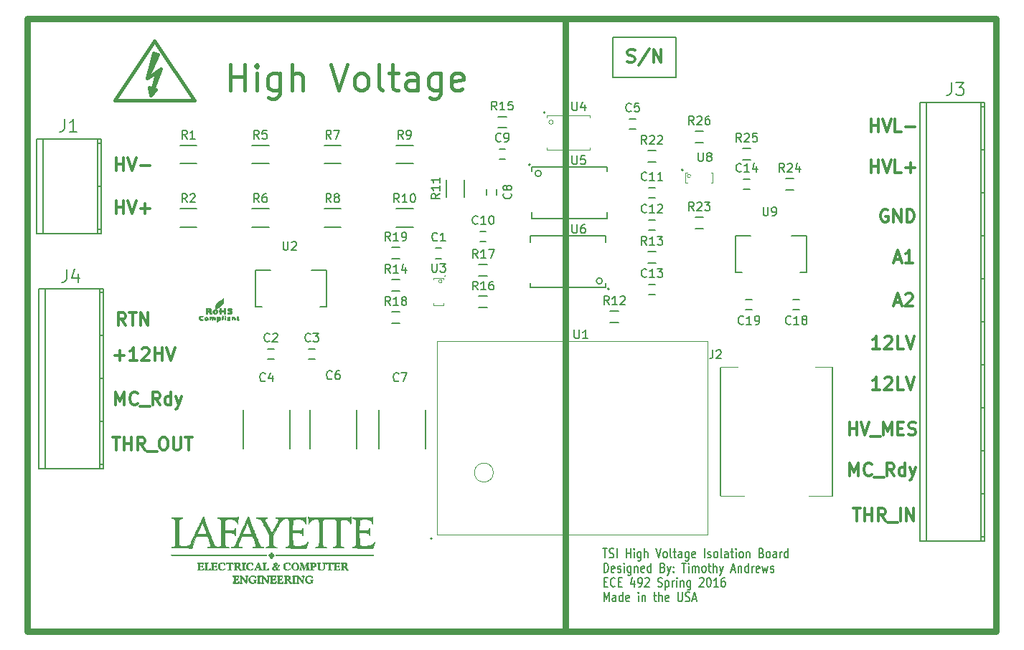
<source format=gbr>
G04 #@! TF.FileFunction,Legend,Top*
%FSLAX46Y46*%
G04 Gerber Fmt 4.6, Leading zero omitted, Abs format (unit mm)*
G04 Created by KiCad (PCBNEW (2015-08-05 BZR 6055, Git fa29c62)-product) date 4/15/2016 12:47:28 PM*
%MOMM*%
G01*
G04 APERTURE LIST*
%ADD10C,0.100000*%
%ADD11C,0.762000*%
%ADD12C,0.200000*%
%ADD13C,0.300000*%
%ADD14C,0.400000*%
%ADD15C,0.190500*%
%ADD16C,0.150000*%
%ADD17C,0.010000*%
%ADD18C,0.381000*%
%ADD19C,0.120000*%
G04 APERTURE END LIST*
D10*
D11*
X139827000Y-44450000D02*
X139827000Y-107188000D01*
X137033000Y-44450000D02*
X138557000Y-44450000D01*
X137795000Y-44450000D02*
X139827000Y-44450000D01*
X139827000Y-116840000D02*
X25527000Y-116840000D01*
X89027000Y-111760000D02*
X89027000Y-116840000D01*
X25527000Y-116840000D02*
X25527000Y-106680000D01*
X139827000Y-107188000D02*
X139827000Y-116840000D01*
X89027000Y-106172000D02*
X89027000Y-108712000D01*
X89027000Y-107442000D02*
X89027000Y-112014000D01*
D12*
X102869554Y-62332000D02*
G75*
G03X102869554Y-62332000I-90554J0D01*
G01*
X73256703Y-105872000D02*
G75*
G03X73256703Y-105872000I-107703J0D01*
G01*
X86595301Y-55562000D02*
G75*
G03X86595301Y-55562000I-106301J0D01*
G01*
X84829499Y-61692000D02*
G75*
G03X84829499Y-61692000I-100499J0D01*
G01*
X94150980Y-76402000D02*
G75*
G03X94150980Y-76402000I-101980J0D01*
G01*
X74791361Y-74882000D02*
G75*
G03X74791361Y-74882000I-22361J0D01*
G01*
D11*
X89027000Y-44450000D02*
X89027000Y-107188000D01*
X25527000Y-107188000D02*
X25527000Y-104140000D01*
X132715000Y-44450000D02*
X137541000Y-44450000D01*
D13*
X125027857Y-62654571D02*
X125027857Y-61154571D01*
X125027857Y-61868857D02*
X125885000Y-61868857D01*
X125885000Y-62654571D02*
X125885000Y-61154571D01*
X126385000Y-61154571D02*
X126885000Y-62654571D01*
X127385000Y-61154571D01*
X128599286Y-62654571D02*
X127885000Y-62654571D01*
X127885000Y-61154571D01*
X129099286Y-62083143D02*
X130242143Y-62083143D01*
X129670714Y-62654571D02*
X129670714Y-61511714D01*
X125027857Y-57828571D02*
X125027857Y-56328571D01*
X125027857Y-57042857D02*
X125885000Y-57042857D01*
X125885000Y-57828571D02*
X125885000Y-56328571D01*
X126385000Y-56328571D02*
X126885000Y-57828571D01*
X127385000Y-56328571D01*
X128599286Y-57828571D02*
X127885000Y-57828571D01*
X127885000Y-56328571D01*
X129099286Y-57257143D02*
X130242143Y-57257143D01*
D11*
X129159000Y-44450000D02*
X132969000Y-44450000D01*
D13*
X122940428Y-102302571D02*
X123797571Y-102302571D01*
X123369000Y-103802571D02*
X123369000Y-102302571D01*
X124297571Y-103802571D02*
X124297571Y-102302571D01*
X124297571Y-103016857D02*
X125154714Y-103016857D01*
X125154714Y-103802571D02*
X125154714Y-102302571D01*
X126726143Y-103802571D02*
X126226143Y-103088286D01*
X125869000Y-103802571D02*
X125869000Y-102302571D01*
X126440428Y-102302571D01*
X126583286Y-102374000D01*
X126654714Y-102445429D01*
X126726143Y-102588286D01*
X126726143Y-102802571D01*
X126654714Y-102945429D01*
X126583286Y-103016857D01*
X126440428Y-103088286D01*
X125869000Y-103088286D01*
X127011857Y-103945429D02*
X128154714Y-103945429D01*
X128511857Y-103802571D02*
X128511857Y-102302571D01*
X129226143Y-103802571D02*
X129226143Y-102302571D01*
X130083286Y-103802571D01*
X130083286Y-102302571D01*
X122543572Y-98468571D02*
X122543572Y-96968571D01*
X123043572Y-98040000D01*
X123543572Y-96968571D01*
X123543572Y-98468571D01*
X125115001Y-98325714D02*
X125043572Y-98397143D01*
X124829286Y-98468571D01*
X124686429Y-98468571D01*
X124472144Y-98397143D01*
X124329286Y-98254286D01*
X124257858Y-98111429D01*
X124186429Y-97825714D01*
X124186429Y-97611429D01*
X124257858Y-97325714D01*
X124329286Y-97182857D01*
X124472144Y-97040000D01*
X124686429Y-96968571D01*
X124829286Y-96968571D01*
X125043572Y-97040000D01*
X125115001Y-97111429D01*
X125400715Y-98611429D02*
X126543572Y-98611429D01*
X127757858Y-98468571D02*
X127257858Y-97754286D01*
X126900715Y-98468571D02*
X126900715Y-96968571D01*
X127472143Y-96968571D01*
X127615001Y-97040000D01*
X127686429Y-97111429D01*
X127757858Y-97254286D01*
X127757858Y-97468571D01*
X127686429Y-97611429D01*
X127615001Y-97682857D01*
X127472143Y-97754286D01*
X126900715Y-97754286D01*
X129043572Y-98468571D02*
X129043572Y-96968571D01*
X129043572Y-98397143D02*
X128900715Y-98468571D01*
X128615001Y-98468571D01*
X128472143Y-98397143D01*
X128400715Y-98325714D01*
X128329286Y-98182857D01*
X128329286Y-97754286D01*
X128400715Y-97611429D01*
X128472143Y-97540000D01*
X128615001Y-97468571D01*
X128900715Y-97468571D01*
X129043572Y-97540000D01*
X129615001Y-97468571D02*
X129972144Y-98468571D01*
X130329286Y-97468571D02*
X129972144Y-98468571D01*
X129829286Y-98825714D01*
X129757858Y-98897143D01*
X129615001Y-98968571D01*
X122472143Y-93642571D02*
X122472143Y-92142571D01*
X122472143Y-92856857D02*
X123329286Y-92856857D01*
X123329286Y-93642571D02*
X123329286Y-92142571D01*
X123829286Y-92142571D02*
X124329286Y-93642571D01*
X124829286Y-92142571D01*
X124972143Y-93785429D02*
X126115000Y-93785429D01*
X126472143Y-93642571D02*
X126472143Y-92142571D01*
X126972143Y-93214000D01*
X127472143Y-92142571D01*
X127472143Y-93642571D01*
X128186429Y-92856857D02*
X128686429Y-92856857D01*
X128900715Y-93642571D02*
X128186429Y-93642571D01*
X128186429Y-92142571D01*
X128900715Y-92142571D01*
X129472143Y-93571143D02*
X129686429Y-93642571D01*
X130043572Y-93642571D01*
X130186429Y-93571143D01*
X130257858Y-93499714D01*
X130329286Y-93356857D01*
X130329286Y-93214000D01*
X130257858Y-93071143D01*
X130186429Y-92999714D01*
X130043572Y-92928286D01*
X129757858Y-92856857D01*
X129615000Y-92785429D01*
X129543572Y-92714000D01*
X129472143Y-92571143D01*
X129472143Y-92428286D01*
X129543572Y-92285429D01*
X129615000Y-92214000D01*
X129757858Y-92142571D01*
X130115000Y-92142571D01*
X130329286Y-92214000D01*
X126099286Y-88308571D02*
X125242143Y-88308571D01*
X125670715Y-88308571D02*
X125670715Y-86808571D01*
X125527858Y-87022857D01*
X125385000Y-87165714D01*
X125242143Y-87237143D01*
X126670714Y-86951429D02*
X126742143Y-86880000D01*
X126885000Y-86808571D01*
X127242143Y-86808571D01*
X127385000Y-86880000D01*
X127456429Y-86951429D01*
X127527857Y-87094286D01*
X127527857Y-87237143D01*
X127456429Y-87451429D01*
X126599286Y-88308571D01*
X127527857Y-88308571D01*
X128885000Y-88308571D02*
X128170714Y-88308571D01*
X128170714Y-86808571D01*
X129170714Y-86808571D02*
X129670714Y-88308571D01*
X130170714Y-86808571D01*
X126099286Y-83482571D02*
X125242143Y-83482571D01*
X125670715Y-83482571D02*
X125670715Y-81982571D01*
X125527858Y-82196857D01*
X125385000Y-82339714D01*
X125242143Y-82411143D01*
X126670714Y-82125429D02*
X126742143Y-82054000D01*
X126885000Y-81982571D01*
X127242143Y-81982571D01*
X127385000Y-82054000D01*
X127456429Y-82125429D01*
X127527857Y-82268286D01*
X127527857Y-82411143D01*
X127456429Y-82625429D01*
X126599286Y-83482571D01*
X127527857Y-83482571D01*
X128885000Y-83482571D02*
X128170714Y-83482571D01*
X128170714Y-81982571D01*
X129170714Y-81982571D02*
X129670714Y-83482571D01*
X130170714Y-81982571D01*
X127833572Y-77974000D02*
X128547858Y-77974000D01*
X127690715Y-78402571D02*
X128190715Y-76902571D01*
X128690715Y-78402571D01*
X129119286Y-77045429D02*
X129190715Y-76974000D01*
X129333572Y-76902571D01*
X129690715Y-76902571D01*
X129833572Y-76974000D01*
X129905001Y-77045429D01*
X129976429Y-77188286D01*
X129976429Y-77331143D01*
X129905001Y-77545429D01*
X129047858Y-78402571D01*
X129976429Y-78402571D01*
X127833572Y-72894000D02*
X128547858Y-72894000D01*
X127690715Y-73322571D02*
X128190715Y-71822571D01*
X128690715Y-73322571D01*
X129976429Y-73322571D02*
X129119286Y-73322571D01*
X129547858Y-73322571D02*
X129547858Y-71822571D01*
X129405001Y-72036857D01*
X129262143Y-72179714D01*
X129119286Y-72251143D01*
X127000143Y-67068000D02*
X126857286Y-66996571D01*
X126643000Y-66996571D01*
X126428715Y-67068000D01*
X126285857Y-67210857D01*
X126214429Y-67353714D01*
X126143000Y-67639429D01*
X126143000Y-67853714D01*
X126214429Y-68139429D01*
X126285857Y-68282286D01*
X126428715Y-68425143D01*
X126643000Y-68496571D01*
X126785857Y-68496571D01*
X127000143Y-68425143D01*
X127071572Y-68353714D01*
X127071572Y-67853714D01*
X126785857Y-67853714D01*
X127714429Y-68496571D02*
X127714429Y-66996571D01*
X128571572Y-68496571D01*
X128571572Y-66996571D01*
X129285858Y-68496571D02*
X129285858Y-66996571D01*
X129643001Y-66996571D01*
X129857286Y-67068000D01*
X130000144Y-67210857D01*
X130071572Y-67353714D01*
X130143001Y-67639429D01*
X130143001Y-67853714D01*
X130071572Y-68139429D01*
X130000144Y-68282286D01*
X129857286Y-68425143D01*
X129643001Y-68496571D01*
X129285858Y-68496571D01*
X35580428Y-93920571D02*
X36437571Y-93920571D01*
X36009000Y-95420571D02*
X36009000Y-93920571D01*
X36937571Y-95420571D02*
X36937571Y-93920571D01*
X36937571Y-94634857D02*
X37794714Y-94634857D01*
X37794714Y-95420571D02*
X37794714Y-93920571D01*
X39366143Y-95420571D02*
X38866143Y-94706286D01*
X38509000Y-95420571D02*
X38509000Y-93920571D01*
X39080428Y-93920571D01*
X39223286Y-93992000D01*
X39294714Y-94063429D01*
X39366143Y-94206286D01*
X39366143Y-94420571D01*
X39294714Y-94563429D01*
X39223286Y-94634857D01*
X39080428Y-94706286D01*
X38509000Y-94706286D01*
X39651857Y-95563429D02*
X40794714Y-95563429D01*
X41437571Y-93920571D02*
X41723285Y-93920571D01*
X41866143Y-93992000D01*
X42009000Y-94134857D01*
X42080428Y-94420571D01*
X42080428Y-94920571D01*
X42009000Y-95206286D01*
X41866143Y-95349143D01*
X41723285Y-95420571D01*
X41437571Y-95420571D01*
X41294714Y-95349143D01*
X41151857Y-95206286D01*
X41080428Y-94920571D01*
X41080428Y-94420571D01*
X41151857Y-94134857D01*
X41294714Y-93992000D01*
X41437571Y-93920571D01*
X42723286Y-93920571D02*
X42723286Y-95134857D01*
X42794714Y-95277714D01*
X42866143Y-95349143D01*
X43009000Y-95420571D01*
X43294714Y-95420571D01*
X43437572Y-95349143D01*
X43509000Y-95277714D01*
X43580429Y-95134857D01*
X43580429Y-93920571D01*
X44080429Y-93920571D02*
X44937572Y-93920571D01*
X44509001Y-95420571D02*
X44509001Y-93920571D01*
X35929572Y-90086571D02*
X35929572Y-88586571D01*
X36429572Y-89658000D01*
X36929572Y-88586571D01*
X36929572Y-90086571D01*
X38501001Y-89943714D02*
X38429572Y-90015143D01*
X38215286Y-90086571D01*
X38072429Y-90086571D01*
X37858144Y-90015143D01*
X37715286Y-89872286D01*
X37643858Y-89729429D01*
X37572429Y-89443714D01*
X37572429Y-89229429D01*
X37643858Y-88943714D01*
X37715286Y-88800857D01*
X37858144Y-88658000D01*
X38072429Y-88586571D01*
X38215286Y-88586571D01*
X38429572Y-88658000D01*
X38501001Y-88729429D01*
X38786715Y-90229429D02*
X39929572Y-90229429D01*
X41143858Y-90086571D02*
X40643858Y-89372286D01*
X40286715Y-90086571D02*
X40286715Y-88586571D01*
X40858143Y-88586571D01*
X41001001Y-88658000D01*
X41072429Y-88729429D01*
X41143858Y-88872286D01*
X41143858Y-89086571D01*
X41072429Y-89229429D01*
X41001001Y-89300857D01*
X40858143Y-89372286D01*
X40286715Y-89372286D01*
X42429572Y-90086571D02*
X42429572Y-88586571D01*
X42429572Y-90015143D02*
X42286715Y-90086571D01*
X42001001Y-90086571D01*
X41858143Y-90015143D01*
X41786715Y-89943714D01*
X41715286Y-89800857D01*
X41715286Y-89372286D01*
X41786715Y-89229429D01*
X41858143Y-89158000D01*
X42001001Y-89086571D01*
X42286715Y-89086571D01*
X42429572Y-89158000D01*
X43001001Y-89086571D02*
X43358144Y-90086571D01*
X43715286Y-89086571D02*
X43358144Y-90086571D01*
X43215286Y-90443714D01*
X43143858Y-90515143D01*
X43001001Y-90586571D01*
X35814429Y-84251143D02*
X36957286Y-84251143D01*
X36385857Y-84822571D02*
X36385857Y-83679714D01*
X38457286Y-84822571D02*
X37600143Y-84822571D01*
X38028715Y-84822571D02*
X38028715Y-83322571D01*
X37885858Y-83536857D01*
X37743000Y-83679714D01*
X37600143Y-83751143D01*
X39028714Y-83465429D02*
X39100143Y-83394000D01*
X39243000Y-83322571D01*
X39600143Y-83322571D01*
X39743000Y-83394000D01*
X39814429Y-83465429D01*
X39885857Y-83608286D01*
X39885857Y-83751143D01*
X39814429Y-83965429D01*
X38957286Y-84822571D01*
X39885857Y-84822571D01*
X40528714Y-84822571D02*
X40528714Y-83322571D01*
X40528714Y-84036857D02*
X41385857Y-84036857D01*
X41385857Y-84822571D02*
X41385857Y-83322571D01*
X41885857Y-83322571D02*
X42385857Y-84822571D01*
X42885857Y-83322571D01*
X37080143Y-80688571D02*
X36580143Y-79974286D01*
X36223000Y-80688571D02*
X36223000Y-79188571D01*
X36794428Y-79188571D01*
X36937286Y-79260000D01*
X37008714Y-79331429D01*
X37080143Y-79474286D01*
X37080143Y-79688571D01*
X37008714Y-79831429D01*
X36937286Y-79902857D01*
X36794428Y-79974286D01*
X36223000Y-79974286D01*
X37508714Y-79188571D02*
X38365857Y-79188571D01*
X37937286Y-80688571D02*
X37937286Y-79188571D01*
X38865857Y-80688571D02*
X38865857Y-79188571D01*
X39723000Y-80688571D01*
X39723000Y-79188571D01*
X35973000Y-67480571D02*
X35973000Y-65980571D01*
X35973000Y-66694857D02*
X36830143Y-66694857D01*
X36830143Y-67480571D02*
X36830143Y-65980571D01*
X37330143Y-65980571D02*
X37830143Y-67480571D01*
X38330143Y-65980571D01*
X38830143Y-66909143D02*
X39973000Y-66909143D01*
X39401571Y-67480571D02*
X39401571Y-66337714D01*
X35973000Y-62400571D02*
X35973000Y-60900571D01*
X35973000Y-61614857D02*
X36830143Y-61614857D01*
X36830143Y-62400571D02*
X36830143Y-60900571D01*
X37330143Y-60900571D02*
X37830143Y-62400571D01*
X38330143Y-60900571D01*
X38830143Y-61829143D02*
X39973000Y-61829143D01*
D12*
X25527000Y-104140000D02*
X25527000Y-104394000D01*
D11*
X25527000Y-44450000D02*
X25527000Y-104140000D01*
X129159000Y-44450000D02*
X25527000Y-44450000D01*
D14*
X49404714Y-52919143D02*
X49404714Y-49919143D01*
X49404714Y-51347714D02*
X51118999Y-51347714D01*
X51118999Y-52919143D02*
X51118999Y-49919143D01*
X52547571Y-52919143D02*
X52547571Y-50919143D01*
X52547571Y-49919143D02*
X52404714Y-50062000D01*
X52547571Y-50204857D01*
X52690428Y-50062000D01*
X52547571Y-49919143D01*
X52547571Y-50204857D01*
X55261856Y-50919143D02*
X55261856Y-53347714D01*
X55118999Y-53633429D01*
X54976142Y-53776286D01*
X54690427Y-53919143D01*
X54261856Y-53919143D01*
X53976142Y-53776286D01*
X55261856Y-52776286D02*
X54976142Y-52919143D01*
X54404713Y-52919143D01*
X54118999Y-52776286D01*
X53976142Y-52633429D01*
X53833285Y-52347714D01*
X53833285Y-51490571D01*
X53976142Y-51204857D01*
X54118999Y-51062000D01*
X54404713Y-50919143D01*
X54976142Y-50919143D01*
X55261856Y-51062000D01*
X56690428Y-52919143D02*
X56690428Y-49919143D01*
X57976142Y-52919143D02*
X57976142Y-51347714D01*
X57833285Y-51062000D01*
X57547571Y-50919143D01*
X57118999Y-50919143D01*
X56833285Y-51062000D01*
X56690428Y-51204857D01*
X61261856Y-49919143D02*
X62261856Y-52919143D01*
X63261856Y-49919143D01*
X64690428Y-52919143D02*
X64404714Y-52776286D01*
X64261857Y-52633429D01*
X64119000Y-52347714D01*
X64119000Y-51490571D01*
X64261857Y-51204857D01*
X64404714Y-51062000D01*
X64690428Y-50919143D01*
X65119000Y-50919143D01*
X65404714Y-51062000D01*
X65547571Y-51204857D01*
X65690428Y-51490571D01*
X65690428Y-52347714D01*
X65547571Y-52633429D01*
X65404714Y-52776286D01*
X65119000Y-52919143D01*
X64690428Y-52919143D01*
X67404714Y-52919143D02*
X67119000Y-52776286D01*
X66976143Y-52490571D01*
X66976143Y-49919143D01*
X68119000Y-50919143D02*
X69261857Y-50919143D01*
X68547572Y-49919143D02*
X68547572Y-52490571D01*
X68690429Y-52776286D01*
X68976143Y-52919143D01*
X69261857Y-52919143D01*
X71547572Y-52919143D02*
X71547572Y-51347714D01*
X71404715Y-51062000D01*
X71119001Y-50919143D01*
X70547572Y-50919143D01*
X70261858Y-51062000D01*
X71547572Y-52776286D02*
X71261858Y-52919143D01*
X70547572Y-52919143D01*
X70261858Y-52776286D01*
X70119001Y-52490571D01*
X70119001Y-52204857D01*
X70261858Y-51919143D01*
X70547572Y-51776286D01*
X71261858Y-51776286D01*
X71547572Y-51633429D01*
X74261858Y-50919143D02*
X74261858Y-53347714D01*
X74119001Y-53633429D01*
X73976144Y-53776286D01*
X73690429Y-53919143D01*
X73261858Y-53919143D01*
X72976144Y-53776286D01*
X74261858Y-52776286D02*
X73976144Y-52919143D01*
X73404715Y-52919143D01*
X73119001Y-52776286D01*
X72976144Y-52633429D01*
X72833287Y-52347714D01*
X72833287Y-51490571D01*
X72976144Y-51204857D01*
X73119001Y-51062000D01*
X73404715Y-50919143D01*
X73976144Y-50919143D01*
X74261858Y-51062000D01*
X76833287Y-52776286D02*
X76547573Y-52919143D01*
X75976144Y-52919143D01*
X75690430Y-52776286D01*
X75547573Y-52490571D01*
X75547573Y-51347714D01*
X75690430Y-51062000D01*
X75976144Y-50919143D01*
X76547573Y-50919143D01*
X76833287Y-51062000D01*
X76976144Y-51347714D01*
X76976144Y-51633429D01*
X75547573Y-51919143D01*
D15*
X93429667Y-107058520D02*
X93937667Y-107058520D01*
X93683667Y-108150720D02*
X93683667Y-107058520D01*
X94191666Y-108098711D02*
X94318666Y-108150720D01*
X94530333Y-108150720D01*
X94615000Y-108098711D01*
X94657333Y-108046701D01*
X94699666Y-107942682D01*
X94699666Y-107838663D01*
X94657333Y-107734644D01*
X94615000Y-107682635D01*
X94530333Y-107630625D01*
X94361000Y-107578616D01*
X94276333Y-107526606D01*
X94234000Y-107474597D01*
X94191666Y-107370578D01*
X94191666Y-107266559D01*
X94234000Y-107162540D01*
X94276333Y-107110530D01*
X94361000Y-107058520D01*
X94572666Y-107058520D01*
X94699666Y-107110530D01*
X95080667Y-108150720D02*
X95080667Y-107058520D01*
X96181333Y-108150720D02*
X96181333Y-107058520D01*
X96181333Y-107578616D02*
X96689333Y-107578616D01*
X96689333Y-108150720D02*
X96689333Y-107058520D01*
X97112666Y-108150720D02*
X97112666Y-107422587D01*
X97112666Y-107058520D02*
X97070332Y-107110530D01*
X97112666Y-107162540D01*
X97154999Y-107110530D01*
X97112666Y-107058520D01*
X97112666Y-107162540D01*
X97916999Y-107422587D02*
X97916999Y-108306749D01*
X97874665Y-108410768D01*
X97832332Y-108462778D01*
X97747665Y-108514787D01*
X97620665Y-108514787D01*
X97535999Y-108462778D01*
X97916999Y-108098711D02*
X97832332Y-108150720D01*
X97662999Y-108150720D01*
X97578332Y-108098711D01*
X97535999Y-108046701D01*
X97493665Y-107942682D01*
X97493665Y-107630625D01*
X97535999Y-107526606D01*
X97578332Y-107474597D01*
X97662999Y-107422587D01*
X97832332Y-107422587D01*
X97916999Y-107474597D01*
X98340332Y-108150720D02*
X98340332Y-107058520D01*
X98721332Y-108150720D02*
X98721332Y-107578616D01*
X98678998Y-107474597D01*
X98594332Y-107422587D01*
X98467332Y-107422587D01*
X98382665Y-107474597D01*
X98340332Y-107526606D01*
X99694998Y-107058520D02*
X99991331Y-108150720D01*
X100287664Y-107058520D01*
X100710998Y-108150720D02*
X100626331Y-108098711D01*
X100583998Y-108046701D01*
X100541664Y-107942682D01*
X100541664Y-107630625D01*
X100583998Y-107526606D01*
X100626331Y-107474597D01*
X100710998Y-107422587D01*
X100837998Y-107422587D01*
X100922664Y-107474597D01*
X100964998Y-107526606D01*
X101007331Y-107630625D01*
X101007331Y-107942682D01*
X100964998Y-108046701D01*
X100922664Y-108098711D01*
X100837998Y-108150720D01*
X100710998Y-108150720D01*
X101515331Y-108150720D02*
X101430664Y-108098711D01*
X101388331Y-107994692D01*
X101388331Y-107058520D01*
X101726998Y-107422587D02*
X102065664Y-107422587D01*
X101853998Y-107058520D02*
X101853998Y-107994692D01*
X101896331Y-108098711D01*
X101980998Y-108150720D01*
X102065664Y-108150720D01*
X102742998Y-108150720D02*
X102742998Y-107578616D01*
X102700664Y-107474597D01*
X102615998Y-107422587D01*
X102446664Y-107422587D01*
X102361998Y-107474597D01*
X102742998Y-108098711D02*
X102658331Y-108150720D01*
X102446664Y-108150720D01*
X102361998Y-108098711D01*
X102319664Y-107994692D01*
X102319664Y-107890673D01*
X102361998Y-107786654D01*
X102446664Y-107734644D01*
X102658331Y-107734644D01*
X102742998Y-107682635D01*
X103547331Y-107422587D02*
X103547331Y-108306749D01*
X103504997Y-108410768D01*
X103462664Y-108462778D01*
X103377997Y-108514787D01*
X103250997Y-108514787D01*
X103166331Y-108462778D01*
X103547331Y-108098711D02*
X103462664Y-108150720D01*
X103293331Y-108150720D01*
X103208664Y-108098711D01*
X103166331Y-108046701D01*
X103123997Y-107942682D01*
X103123997Y-107630625D01*
X103166331Y-107526606D01*
X103208664Y-107474597D01*
X103293331Y-107422587D01*
X103462664Y-107422587D01*
X103547331Y-107474597D01*
X104309330Y-108098711D02*
X104224664Y-108150720D01*
X104055330Y-108150720D01*
X103970664Y-108098711D01*
X103928330Y-107994692D01*
X103928330Y-107578616D01*
X103970664Y-107474597D01*
X104055330Y-107422587D01*
X104224664Y-107422587D01*
X104309330Y-107474597D01*
X104351664Y-107578616D01*
X104351664Y-107682635D01*
X103928330Y-107786654D01*
X105409997Y-108150720D02*
X105409997Y-107058520D01*
X105790996Y-108098711D02*
X105875663Y-108150720D01*
X106044996Y-108150720D01*
X106129663Y-108098711D01*
X106171996Y-107994692D01*
X106171996Y-107942682D01*
X106129663Y-107838663D01*
X106044996Y-107786654D01*
X105917996Y-107786654D01*
X105833330Y-107734644D01*
X105790996Y-107630625D01*
X105790996Y-107578616D01*
X105833330Y-107474597D01*
X105917996Y-107422587D01*
X106044996Y-107422587D01*
X106129663Y-107474597D01*
X106679997Y-108150720D02*
X106595330Y-108098711D01*
X106552997Y-108046701D01*
X106510663Y-107942682D01*
X106510663Y-107630625D01*
X106552997Y-107526606D01*
X106595330Y-107474597D01*
X106679997Y-107422587D01*
X106806997Y-107422587D01*
X106891663Y-107474597D01*
X106933997Y-107526606D01*
X106976330Y-107630625D01*
X106976330Y-107942682D01*
X106933997Y-108046701D01*
X106891663Y-108098711D01*
X106806997Y-108150720D01*
X106679997Y-108150720D01*
X107484330Y-108150720D02*
X107399663Y-108098711D01*
X107357330Y-107994692D01*
X107357330Y-107058520D01*
X108203997Y-108150720D02*
X108203997Y-107578616D01*
X108161663Y-107474597D01*
X108076997Y-107422587D01*
X107907663Y-107422587D01*
X107822997Y-107474597D01*
X108203997Y-108098711D02*
X108119330Y-108150720D01*
X107907663Y-108150720D01*
X107822997Y-108098711D01*
X107780663Y-107994692D01*
X107780663Y-107890673D01*
X107822997Y-107786654D01*
X107907663Y-107734644D01*
X108119330Y-107734644D01*
X108203997Y-107682635D01*
X108500330Y-107422587D02*
X108838996Y-107422587D01*
X108627330Y-107058520D02*
X108627330Y-107994692D01*
X108669663Y-108098711D01*
X108754330Y-108150720D01*
X108838996Y-108150720D01*
X109135330Y-108150720D02*
X109135330Y-107422587D01*
X109135330Y-107058520D02*
X109092996Y-107110530D01*
X109135330Y-107162540D01*
X109177663Y-107110530D01*
X109135330Y-107058520D01*
X109135330Y-107162540D01*
X109685663Y-108150720D02*
X109600996Y-108098711D01*
X109558663Y-108046701D01*
X109516329Y-107942682D01*
X109516329Y-107630625D01*
X109558663Y-107526606D01*
X109600996Y-107474597D01*
X109685663Y-107422587D01*
X109812663Y-107422587D01*
X109897329Y-107474597D01*
X109939663Y-107526606D01*
X109981996Y-107630625D01*
X109981996Y-107942682D01*
X109939663Y-108046701D01*
X109897329Y-108098711D01*
X109812663Y-108150720D01*
X109685663Y-108150720D01*
X110362996Y-107422587D02*
X110362996Y-108150720D01*
X110362996Y-107526606D02*
X110405329Y-107474597D01*
X110489996Y-107422587D01*
X110616996Y-107422587D01*
X110701662Y-107474597D01*
X110743996Y-107578616D01*
X110743996Y-108150720D01*
X112140995Y-107578616D02*
X112267995Y-107630625D01*
X112310328Y-107682635D01*
X112352662Y-107786654D01*
X112352662Y-107942682D01*
X112310328Y-108046701D01*
X112267995Y-108098711D01*
X112183328Y-108150720D01*
X111844662Y-108150720D01*
X111844662Y-107058520D01*
X112140995Y-107058520D01*
X112225662Y-107110530D01*
X112267995Y-107162540D01*
X112310328Y-107266559D01*
X112310328Y-107370578D01*
X112267995Y-107474597D01*
X112225662Y-107526606D01*
X112140995Y-107578616D01*
X111844662Y-107578616D01*
X112860662Y-108150720D02*
X112775995Y-108098711D01*
X112733662Y-108046701D01*
X112691328Y-107942682D01*
X112691328Y-107630625D01*
X112733662Y-107526606D01*
X112775995Y-107474597D01*
X112860662Y-107422587D01*
X112987662Y-107422587D01*
X113072328Y-107474597D01*
X113114662Y-107526606D01*
X113156995Y-107630625D01*
X113156995Y-107942682D01*
X113114662Y-108046701D01*
X113072328Y-108098711D01*
X112987662Y-108150720D01*
X112860662Y-108150720D01*
X113918995Y-108150720D02*
X113918995Y-107578616D01*
X113876661Y-107474597D01*
X113791995Y-107422587D01*
X113622661Y-107422587D01*
X113537995Y-107474597D01*
X113918995Y-108098711D02*
X113834328Y-108150720D01*
X113622661Y-108150720D01*
X113537995Y-108098711D01*
X113495661Y-107994692D01*
X113495661Y-107890673D01*
X113537995Y-107786654D01*
X113622661Y-107734644D01*
X113834328Y-107734644D01*
X113918995Y-107682635D01*
X114342328Y-108150720D02*
X114342328Y-107422587D01*
X114342328Y-107630625D02*
X114384661Y-107526606D01*
X114426994Y-107474597D01*
X114511661Y-107422587D01*
X114596328Y-107422587D01*
X115273661Y-108150720D02*
X115273661Y-107058520D01*
X115273661Y-108098711D02*
X115188994Y-108150720D01*
X115019661Y-108150720D01*
X114934994Y-108098711D01*
X114892661Y-108046701D01*
X114850327Y-107942682D01*
X114850327Y-107630625D01*
X114892661Y-107526606D01*
X114934994Y-107474597D01*
X115019661Y-107422587D01*
X115188994Y-107422587D01*
X115273661Y-107474597D01*
X93556667Y-109870300D02*
X93556667Y-108778100D01*
X93768333Y-108778100D01*
X93895333Y-108830110D01*
X93980000Y-108934129D01*
X94022333Y-109038148D01*
X94064667Y-109246186D01*
X94064667Y-109402215D01*
X94022333Y-109610253D01*
X93980000Y-109714272D01*
X93895333Y-109818291D01*
X93768333Y-109870300D01*
X93556667Y-109870300D01*
X94784333Y-109818291D02*
X94699667Y-109870300D01*
X94530333Y-109870300D01*
X94445667Y-109818291D01*
X94403333Y-109714272D01*
X94403333Y-109298196D01*
X94445667Y-109194177D01*
X94530333Y-109142167D01*
X94699667Y-109142167D01*
X94784333Y-109194177D01*
X94826667Y-109298196D01*
X94826667Y-109402215D01*
X94403333Y-109506234D01*
X95165333Y-109818291D02*
X95250000Y-109870300D01*
X95419333Y-109870300D01*
X95504000Y-109818291D01*
X95546333Y-109714272D01*
X95546333Y-109662262D01*
X95504000Y-109558243D01*
X95419333Y-109506234D01*
X95292333Y-109506234D01*
X95207667Y-109454224D01*
X95165333Y-109350205D01*
X95165333Y-109298196D01*
X95207667Y-109194177D01*
X95292333Y-109142167D01*
X95419333Y-109142167D01*
X95504000Y-109194177D01*
X95927334Y-109870300D02*
X95927334Y-109142167D01*
X95927334Y-108778100D02*
X95885000Y-108830110D01*
X95927334Y-108882120D01*
X95969667Y-108830110D01*
X95927334Y-108778100D01*
X95927334Y-108882120D01*
X96731667Y-109142167D02*
X96731667Y-110026329D01*
X96689333Y-110130348D01*
X96647000Y-110182358D01*
X96562333Y-110234367D01*
X96435333Y-110234367D01*
X96350667Y-110182358D01*
X96731667Y-109818291D02*
X96647000Y-109870300D01*
X96477667Y-109870300D01*
X96393000Y-109818291D01*
X96350667Y-109766281D01*
X96308333Y-109662262D01*
X96308333Y-109350205D01*
X96350667Y-109246186D01*
X96393000Y-109194177D01*
X96477667Y-109142167D01*
X96647000Y-109142167D01*
X96731667Y-109194177D01*
X97155000Y-109142167D02*
X97155000Y-109870300D01*
X97155000Y-109246186D02*
X97197333Y-109194177D01*
X97282000Y-109142167D01*
X97409000Y-109142167D01*
X97493666Y-109194177D01*
X97536000Y-109298196D01*
X97536000Y-109870300D01*
X98297999Y-109818291D02*
X98213333Y-109870300D01*
X98043999Y-109870300D01*
X97959333Y-109818291D01*
X97916999Y-109714272D01*
X97916999Y-109298196D01*
X97959333Y-109194177D01*
X98043999Y-109142167D01*
X98213333Y-109142167D01*
X98297999Y-109194177D01*
X98340333Y-109298196D01*
X98340333Y-109402215D01*
X97916999Y-109506234D01*
X99102333Y-109870300D02*
X99102333Y-108778100D01*
X99102333Y-109818291D02*
X99017666Y-109870300D01*
X98848333Y-109870300D01*
X98763666Y-109818291D01*
X98721333Y-109766281D01*
X98678999Y-109662262D01*
X98678999Y-109350205D01*
X98721333Y-109246186D01*
X98763666Y-109194177D01*
X98848333Y-109142167D01*
X99017666Y-109142167D01*
X99102333Y-109194177D01*
X100499332Y-109298196D02*
X100626332Y-109350205D01*
X100668665Y-109402215D01*
X100710999Y-109506234D01*
X100710999Y-109662262D01*
X100668665Y-109766281D01*
X100626332Y-109818291D01*
X100541665Y-109870300D01*
X100202999Y-109870300D01*
X100202999Y-108778100D01*
X100499332Y-108778100D01*
X100583999Y-108830110D01*
X100626332Y-108882120D01*
X100668665Y-108986139D01*
X100668665Y-109090158D01*
X100626332Y-109194177D01*
X100583999Y-109246186D01*
X100499332Y-109298196D01*
X100202999Y-109298196D01*
X101007332Y-109142167D02*
X101218999Y-109870300D01*
X101430665Y-109142167D02*
X101218999Y-109870300D01*
X101134332Y-110130348D01*
X101091999Y-110182358D01*
X101007332Y-110234367D01*
X101769332Y-109766281D02*
X101811665Y-109818291D01*
X101769332Y-109870300D01*
X101726998Y-109818291D01*
X101769332Y-109766281D01*
X101769332Y-109870300D01*
X101769332Y-109194177D02*
X101811665Y-109246186D01*
X101769332Y-109298196D01*
X101726998Y-109246186D01*
X101769332Y-109194177D01*
X101769332Y-109298196D01*
X102742998Y-108778100D02*
X103250998Y-108778100D01*
X102996998Y-109870300D02*
X102996998Y-108778100D01*
X103547331Y-109870300D02*
X103547331Y-109142167D01*
X103547331Y-108778100D02*
X103504997Y-108830110D01*
X103547331Y-108882120D01*
X103589664Y-108830110D01*
X103547331Y-108778100D01*
X103547331Y-108882120D01*
X103970664Y-109870300D02*
X103970664Y-109142167D01*
X103970664Y-109246186D02*
X104012997Y-109194177D01*
X104097664Y-109142167D01*
X104224664Y-109142167D01*
X104309330Y-109194177D01*
X104351664Y-109298196D01*
X104351664Y-109870300D01*
X104351664Y-109298196D02*
X104393997Y-109194177D01*
X104478664Y-109142167D01*
X104605664Y-109142167D01*
X104690330Y-109194177D01*
X104732664Y-109298196D01*
X104732664Y-109870300D01*
X105282997Y-109870300D02*
X105198330Y-109818291D01*
X105155997Y-109766281D01*
X105113663Y-109662262D01*
X105113663Y-109350205D01*
X105155997Y-109246186D01*
X105198330Y-109194177D01*
X105282997Y-109142167D01*
X105409997Y-109142167D01*
X105494663Y-109194177D01*
X105536997Y-109246186D01*
X105579330Y-109350205D01*
X105579330Y-109662262D01*
X105536997Y-109766281D01*
X105494663Y-109818291D01*
X105409997Y-109870300D01*
X105282997Y-109870300D01*
X105833330Y-109142167D02*
X106171996Y-109142167D01*
X105960330Y-108778100D02*
X105960330Y-109714272D01*
X106002663Y-109818291D01*
X106087330Y-109870300D01*
X106171996Y-109870300D01*
X106468330Y-109870300D02*
X106468330Y-108778100D01*
X106849330Y-109870300D02*
X106849330Y-109298196D01*
X106806996Y-109194177D01*
X106722330Y-109142167D01*
X106595330Y-109142167D01*
X106510663Y-109194177D01*
X106468330Y-109246186D01*
X107187996Y-109142167D02*
X107399663Y-109870300D01*
X107611329Y-109142167D02*
X107399663Y-109870300D01*
X107314996Y-110130348D01*
X107272663Y-110182358D01*
X107187996Y-110234367D01*
X108584995Y-109558243D02*
X109008329Y-109558243D01*
X108500329Y-109870300D02*
X108796662Y-108778100D01*
X109092995Y-109870300D01*
X109389329Y-109142167D02*
X109389329Y-109870300D01*
X109389329Y-109246186D02*
X109431662Y-109194177D01*
X109516329Y-109142167D01*
X109643329Y-109142167D01*
X109727995Y-109194177D01*
X109770329Y-109298196D01*
X109770329Y-109870300D01*
X110574662Y-109870300D02*
X110574662Y-108778100D01*
X110574662Y-109818291D02*
X110489995Y-109870300D01*
X110320662Y-109870300D01*
X110235995Y-109818291D01*
X110193662Y-109766281D01*
X110151328Y-109662262D01*
X110151328Y-109350205D01*
X110193662Y-109246186D01*
X110235995Y-109194177D01*
X110320662Y-109142167D01*
X110489995Y-109142167D01*
X110574662Y-109194177D01*
X110997995Y-109870300D02*
X110997995Y-109142167D01*
X110997995Y-109350205D02*
X111040328Y-109246186D01*
X111082661Y-109194177D01*
X111167328Y-109142167D01*
X111251995Y-109142167D01*
X111886994Y-109818291D02*
X111802328Y-109870300D01*
X111632994Y-109870300D01*
X111548328Y-109818291D01*
X111505994Y-109714272D01*
X111505994Y-109298196D01*
X111548328Y-109194177D01*
X111632994Y-109142167D01*
X111802328Y-109142167D01*
X111886994Y-109194177D01*
X111929328Y-109298196D01*
X111929328Y-109402215D01*
X111505994Y-109506234D01*
X112225661Y-109142167D02*
X112394994Y-109870300D01*
X112564328Y-109350205D01*
X112733661Y-109870300D01*
X112902994Y-109142167D01*
X113199327Y-109818291D02*
X113283994Y-109870300D01*
X113453327Y-109870300D01*
X113537994Y-109818291D01*
X113580327Y-109714272D01*
X113580327Y-109662262D01*
X113537994Y-109558243D01*
X113453327Y-109506234D01*
X113326327Y-109506234D01*
X113241661Y-109454224D01*
X113199327Y-109350205D01*
X113199327Y-109298196D01*
X113241661Y-109194177D01*
X113326327Y-109142167D01*
X113453327Y-109142167D01*
X113537994Y-109194177D01*
X93556667Y-111017776D02*
X93853000Y-111017776D01*
X93980000Y-111589880D02*
X93556667Y-111589880D01*
X93556667Y-110497680D01*
X93980000Y-110497680D01*
X94869000Y-111485861D02*
X94826666Y-111537871D01*
X94699666Y-111589880D01*
X94615000Y-111589880D01*
X94488000Y-111537871D01*
X94403333Y-111433852D01*
X94361000Y-111329833D01*
X94318666Y-111121795D01*
X94318666Y-110965766D01*
X94361000Y-110757728D01*
X94403333Y-110653709D01*
X94488000Y-110549690D01*
X94615000Y-110497680D01*
X94699666Y-110497680D01*
X94826666Y-110549690D01*
X94869000Y-110601700D01*
X95250000Y-111017776D02*
X95546333Y-111017776D01*
X95673333Y-111589880D02*
X95250000Y-111589880D01*
X95250000Y-110497680D01*
X95673333Y-110497680D01*
X97112666Y-110861747D02*
X97112666Y-111589880D01*
X96900999Y-110445671D02*
X96689332Y-111225814D01*
X97239666Y-111225814D01*
X97620666Y-111589880D02*
X97789999Y-111589880D01*
X97874666Y-111537871D01*
X97916999Y-111485861D01*
X98001666Y-111329833D01*
X98043999Y-111121795D01*
X98043999Y-110705719D01*
X98001666Y-110601700D01*
X97959333Y-110549690D01*
X97874666Y-110497680D01*
X97705333Y-110497680D01*
X97620666Y-110549690D01*
X97578333Y-110601700D01*
X97535999Y-110705719D01*
X97535999Y-110965766D01*
X97578333Y-111069785D01*
X97620666Y-111121795D01*
X97705333Y-111173804D01*
X97874666Y-111173804D01*
X97959333Y-111121795D01*
X98001666Y-111069785D01*
X98043999Y-110965766D01*
X98382666Y-110601700D02*
X98425000Y-110549690D01*
X98509666Y-110497680D01*
X98721333Y-110497680D01*
X98806000Y-110549690D01*
X98848333Y-110601700D01*
X98890666Y-110705719D01*
X98890666Y-110809738D01*
X98848333Y-110965766D01*
X98340333Y-111589880D01*
X98890666Y-111589880D01*
X99906666Y-111537871D02*
X100033666Y-111589880D01*
X100245333Y-111589880D01*
X100330000Y-111537871D01*
X100372333Y-111485861D01*
X100414666Y-111381842D01*
X100414666Y-111277823D01*
X100372333Y-111173804D01*
X100330000Y-111121795D01*
X100245333Y-111069785D01*
X100076000Y-111017776D01*
X99991333Y-110965766D01*
X99949000Y-110913757D01*
X99906666Y-110809738D01*
X99906666Y-110705719D01*
X99949000Y-110601700D01*
X99991333Y-110549690D01*
X100076000Y-110497680D01*
X100287666Y-110497680D01*
X100414666Y-110549690D01*
X100795667Y-110861747D02*
X100795667Y-111953947D01*
X100795667Y-110913757D02*
X100880333Y-110861747D01*
X101049667Y-110861747D01*
X101134333Y-110913757D01*
X101176667Y-110965766D01*
X101219000Y-111069785D01*
X101219000Y-111381842D01*
X101176667Y-111485861D01*
X101134333Y-111537871D01*
X101049667Y-111589880D01*
X100880333Y-111589880D01*
X100795667Y-111537871D01*
X101600000Y-111589880D02*
X101600000Y-110861747D01*
X101600000Y-111069785D02*
X101642333Y-110965766D01*
X101684666Y-110913757D01*
X101769333Y-110861747D01*
X101854000Y-110861747D01*
X102150333Y-111589880D02*
X102150333Y-110861747D01*
X102150333Y-110497680D02*
X102107999Y-110549690D01*
X102150333Y-110601700D01*
X102192666Y-110549690D01*
X102150333Y-110497680D01*
X102150333Y-110601700D01*
X102573666Y-110861747D02*
X102573666Y-111589880D01*
X102573666Y-110965766D02*
X102615999Y-110913757D01*
X102700666Y-110861747D01*
X102827666Y-110861747D01*
X102912332Y-110913757D01*
X102954666Y-111017776D01*
X102954666Y-111589880D01*
X103758999Y-110861747D02*
X103758999Y-111745909D01*
X103716665Y-111849928D01*
X103674332Y-111901938D01*
X103589665Y-111953947D01*
X103462665Y-111953947D01*
X103377999Y-111901938D01*
X103758999Y-111537871D02*
X103674332Y-111589880D01*
X103504999Y-111589880D01*
X103420332Y-111537871D01*
X103377999Y-111485861D01*
X103335665Y-111381842D01*
X103335665Y-111069785D01*
X103377999Y-110965766D01*
X103420332Y-110913757D01*
X103504999Y-110861747D01*
X103674332Y-110861747D01*
X103758999Y-110913757D01*
X104817331Y-110601700D02*
X104859665Y-110549690D01*
X104944331Y-110497680D01*
X105155998Y-110497680D01*
X105240665Y-110549690D01*
X105282998Y-110601700D01*
X105325331Y-110705719D01*
X105325331Y-110809738D01*
X105282998Y-110965766D01*
X104774998Y-111589880D01*
X105325331Y-111589880D01*
X105875665Y-110497680D02*
X105960332Y-110497680D01*
X106044998Y-110549690D01*
X106087332Y-110601700D01*
X106129665Y-110705719D01*
X106171998Y-110913757D01*
X106171998Y-111173804D01*
X106129665Y-111381842D01*
X106087332Y-111485861D01*
X106044998Y-111537871D01*
X105960332Y-111589880D01*
X105875665Y-111589880D01*
X105790998Y-111537871D01*
X105748665Y-111485861D01*
X105706332Y-111381842D01*
X105663998Y-111173804D01*
X105663998Y-110913757D01*
X105706332Y-110705719D01*
X105748665Y-110601700D01*
X105790998Y-110549690D01*
X105875665Y-110497680D01*
X107018665Y-111589880D02*
X106510665Y-111589880D01*
X106764665Y-111589880D02*
X106764665Y-110497680D01*
X106679999Y-110653709D01*
X106595332Y-110757728D01*
X106510665Y-110809738D01*
X107780666Y-110497680D02*
X107611332Y-110497680D01*
X107526666Y-110549690D01*
X107484332Y-110601700D01*
X107399666Y-110757728D01*
X107357332Y-110965766D01*
X107357332Y-111381842D01*
X107399666Y-111485861D01*
X107441999Y-111537871D01*
X107526666Y-111589880D01*
X107695999Y-111589880D01*
X107780666Y-111537871D01*
X107822999Y-111485861D01*
X107865332Y-111381842D01*
X107865332Y-111121795D01*
X107822999Y-111017776D01*
X107780666Y-110965766D01*
X107695999Y-110913757D01*
X107526666Y-110913757D01*
X107441999Y-110965766D01*
X107399666Y-111017776D01*
X107357332Y-111121795D01*
X93556667Y-113309460D02*
X93556667Y-112217260D01*
X93853000Y-112997403D01*
X94149333Y-112217260D01*
X94149333Y-113309460D01*
X94953667Y-113309460D02*
X94953667Y-112737356D01*
X94911333Y-112633337D01*
X94826667Y-112581327D01*
X94657333Y-112581327D01*
X94572667Y-112633337D01*
X94953667Y-113257451D02*
X94869000Y-113309460D01*
X94657333Y-113309460D01*
X94572667Y-113257451D01*
X94530333Y-113153432D01*
X94530333Y-113049413D01*
X94572667Y-112945394D01*
X94657333Y-112893384D01*
X94869000Y-112893384D01*
X94953667Y-112841375D01*
X95758000Y-113309460D02*
X95758000Y-112217260D01*
X95758000Y-113257451D02*
X95673333Y-113309460D01*
X95504000Y-113309460D01*
X95419333Y-113257451D01*
X95377000Y-113205441D01*
X95334666Y-113101422D01*
X95334666Y-112789365D01*
X95377000Y-112685346D01*
X95419333Y-112633337D01*
X95504000Y-112581327D01*
X95673333Y-112581327D01*
X95758000Y-112633337D01*
X96519999Y-113257451D02*
X96435333Y-113309460D01*
X96265999Y-113309460D01*
X96181333Y-113257451D01*
X96138999Y-113153432D01*
X96138999Y-112737356D01*
X96181333Y-112633337D01*
X96265999Y-112581327D01*
X96435333Y-112581327D01*
X96519999Y-112633337D01*
X96562333Y-112737356D01*
X96562333Y-112841375D01*
X96138999Y-112945394D01*
X97620666Y-113309460D02*
X97620666Y-112581327D01*
X97620666Y-112217260D02*
X97578332Y-112269270D01*
X97620666Y-112321280D01*
X97662999Y-112269270D01*
X97620666Y-112217260D01*
X97620666Y-112321280D01*
X98043999Y-112581327D02*
X98043999Y-113309460D01*
X98043999Y-112685346D02*
X98086332Y-112633337D01*
X98170999Y-112581327D01*
X98297999Y-112581327D01*
X98382665Y-112633337D01*
X98424999Y-112737356D01*
X98424999Y-113309460D01*
X99398665Y-112581327D02*
X99737331Y-112581327D01*
X99525665Y-112217260D02*
X99525665Y-113153432D01*
X99567998Y-113257451D01*
X99652665Y-113309460D01*
X99737331Y-113309460D01*
X100033665Y-113309460D02*
X100033665Y-112217260D01*
X100414665Y-113309460D02*
X100414665Y-112737356D01*
X100372331Y-112633337D01*
X100287665Y-112581327D01*
X100160665Y-112581327D01*
X100075998Y-112633337D01*
X100033665Y-112685346D01*
X101176664Y-113257451D02*
X101091998Y-113309460D01*
X100922664Y-113309460D01*
X100837998Y-113257451D01*
X100795664Y-113153432D01*
X100795664Y-112737356D01*
X100837998Y-112633337D01*
X100922664Y-112581327D01*
X101091998Y-112581327D01*
X101176664Y-112633337D01*
X101218998Y-112737356D01*
X101218998Y-112841375D01*
X100795664Y-112945394D01*
X102277331Y-112217260D02*
X102277331Y-113101422D01*
X102319664Y-113205441D01*
X102361997Y-113257451D01*
X102446664Y-113309460D01*
X102615997Y-113309460D01*
X102700664Y-113257451D01*
X102742997Y-113205441D01*
X102785331Y-113101422D01*
X102785331Y-112217260D01*
X103166330Y-113257451D02*
X103293330Y-113309460D01*
X103504997Y-113309460D01*
X103589664Y-113257451D01*
X103631997Y-113205441D01*
X103674330Y-113101422D01*
X103674330Y-112997403D01*
X103631997Y-112893384D01*
X103589664Y-112841375D01*
X103504997Y-112789365D01*
X103335664Y-112737356D01*
X103250997Y-112685346D01*
X103208664Y-112633337D01*
X103166330Y-112529318D01*
X103166330Y-112425299D01*
X103208664Y-112321280D01*
X103250997Y-112269270D01*
X103335664Y-112217260D01*
X103547330Y-112217260D01*
X103674330Y-112269270D01*
X104012997Y-112997403D02*
X104436331Y-112997403D01*
X103928331Y-113309460D02*
X104224664Y-112217260D01*
X104520997Y-113309460D01*
D12*
X94550000Y-51416000D02*
X94550000Y-46666000D01*
X94800000Y-51416000D02*
X94550000Y-51416000D01*
X102050000Y-51416000D02*
X94800000Y-51416000D01*
X102050000Y-46666000D02*
X102050000Y-51416000D01*
X94550000Y-46666000D02*
X102050000Y-46666000D01*
D13*
X96300000Y-49523143D02*
X96514286Y-49594571D01*
X96871429Y-49594571D01*
X97014286Y-49523143D01*
X97085715Y-49451714D01*
X97157143Y-49308857D01*
X97157143Y-49166000D01*
X97085715Y-49023143D01*
X97014286Y-48951714D01*
X96871429Y-48880286D01*
X96585715Y-48808857D01*
X96442857Y-48737429D01*
X96371429Y-48666000D01*
X96300000Y-48523143D01*
X96300000Y-48380286D01*
X96371429Y-48237429D01*
X96442857Y-48166000D01*
X96585715Y-48094571D01*
X96942857Y-48094571D01*
X97157143Y-48166000D01*
X98871428Y-48023143D02*
X97585714Y-49951714D01*
X99371429Y-49594571D02*
X99371429Y-48094571D01*
X100228572Y-49594571D01*
X100228572Y-48094571D01*
D16*
X73669000Y-71592000D02*
X74369000Y-71592000D01*
X74369000Y-72792000D02*
X73669000Y-72792000D01*
X53879000Y-83474000D02*
X54579000Y-83474000D01*
X54579000Y-84674000D02*
X53879000Y-84674000D01*
X58705000Y-83474000D02*
X59405000Y-83474000D01*
X59405000Y-84674000D02*
X58705000Y-84674000D01*
X96551000Y-56296000D02*
X97251000Y-56296000D01*
X97251000Y-57496000D02*
X96551000Y-57496000D01*
X80869000Y-64592000D02*
X80869000Y-65292000D01*
X79669000Y-65292000D02*
X79669000Y-64592000D01*
X81169000Y-59842000D02*
X81869000Y-59842000D01*
X81869000Y-61042000D02*
X81169000Y-61042000D01*
X78919000Y-69592000D02*
X79619000Y-69592000D01*
X79619000Y-70792000D02*
X78919000Y-70792000D01*
X98837000Y-64424000D02*
X99537000Y-64424000D01*
X99537000Y-65624000D02*
X98837000Y-65624000D01*
X98837000Y-68234000D02*
X99537000Y-68234000D01*
X99537000Y-69434000D02*
X98837000Y-69434000D01*
X98837000Y-75854000D02*
X99537000Y-75854000D01*
X99537000Y-77054000D02*
X98837000Y-77054000D01*
X116555000Y-78832000D02*
X115855000Y-78832000D01*
X115855000Y-77632000D02*
X116555000Y-77632000D01*
X110967000Y-78832000D02*
X110267000Y-78832000D01*
X110267000Y-77632000D02*
X110967000Y-77632000D01*
X45500000Y-61575000D02*
X43500000Y-61575000D01*
X43500000Y-59425000D02*
X45500000Y-59425000D01*
X45500000Y-69075000D02*
X43500000Y-69075000D01*
X43500000Y-66925000D02*
X45500000Y-66925000D01*
X54000000Y-61575000D02*
X52000000Y-61575000D01*
X52000000Y-59425000D02*
X54000000Y-59425000D01*
X54000000Y-69075000D02*
X52000000Y-69075000D01*
X52000000Y-66925000D02*
X54000000Y-66925000D01*
X62500000Y-61575000D02*
X60500000Y-61575000D01*
X60500000Y-59425000D02*
X62500000Y-59425000D01*
X62500000Y-69075000D02*
X60500000Y-69075000D01*
X60500000Y-66925000D02*
X62500000Y-66925000D01*
X71000000Y-61575000D02*
X69000000Y-61575000D01*
X69000000Y-59425000D02*
X71000000Y-59425000D01*
X71000000Y-69075000D02*
X69000000Y-69075000D01*
X69000000Y-66925000D02*
X71000000Y-66925000D01*
X77075000Y-63500000D02*
X77075000Y-65500000D01*
X74925000Y-65500000D02*
X74925000Y-63500000D01*
X95269000Y-80367000D02*
X94269000Y-80367000D01*
X94269000Y-79017000D02*
X95269000Y-79017000D01*
X99687000Y-73319000D02*
X98687000Y-73319000D01*
X98687000Y-71969000D02*
X99687000Y-71969000D01*
X82019000Y-57367000D02*
X81019000Y-57367000D01*
X81019000Y-56017000D02*
X82019000Y-56017000D01*
X79769000Y-78617000D02*
X78769000Y-78617000D01*
X78769000Y-77267000D02*
X79769000Y-77267000D01*
X60833000Y-74168000D02*
X60833000Y-78486000D01*
X59055000Y-74168000D02*
X60833000Y-74168000D01*
X60833000Y-78486000D02*
X60325000Y-78486000D01*
X60325000Y-78486000D02*
X60071000Y-78486000D01*
X52705000Y-78486000D02*
X52451000Y-78486000D01*
X52451000Y-78486000D02*
X52451000Y-74168000D01*
X52451000Y-74168000D02*
X54229000Y-74168000D01*
X53213000Y-78486000D02*
X52705000Y-78486000D01*
X86137210Y-62746000D02*
G75*
G03X86137210Y-62746000I-359210J0D01*
G01*
X85016000Y-67318000D02*
X85016000Y-68080000D01*
X85016000Y-68080000D02*
X93906000Y-68080000D01*
X93906000Y-68080000D02*
X93906000Y-67318000D01*
X85016000Y-62492000D02*
X85016000Y-61984000D01*
X85016000Y-61984000D02*
X93906000Y-61984000D01*
X93906000Y-61984000D02*
X93906000Y-62492000D01*
X93350210Y-75446000D02*
G75*
G03X93350210Y-75446000I-359210J0D01*
G01*
X93753000Y-70874000D02*
X93753000Y-70112000D01*
X93753000Y-70112000D02*
X84863000Y-70112000D01*
X84863000Y-70112000D02*
X84863000Y-70874000D01*
X93753000Y-75700000D02*
X93753000Y-76208000D01*
X93753000Y-76208000D02*
X84863000Y-76208000D01*
X84863000Y-76208000D02*
X84863000Y-75700000D01*
X117475000Y-70104000D02*
X117475000Y-74422000D01*
X115697000Y-70104000D02*
X117475000Y-70104000D01*
X117475000Y-74422000D02*
X116967000Y-74422000D01*
X116967000Y-74422000D02*
X116713000Y-74422000D01*
X109347000Y-74422000D02*
X109093000Y-74422000D01*
X109093000Y-74422000D02*
X109093000Y-70104000D01*
X109093000Y-70104000D02*
X110871000Y-70104000D01*
X109855000Y-74422000D02*
X109347000Y-74422000D01*
D17*
G36*
X48165086Y-79714356D02*
X48232912Y-79754810D01*
X48266523Y-79840104D01*
X48256021Y-79976371D01*
X48169257Y-80077117D01*
X48047090Y-80111600D01*
X47988228Y-80152468D01*
X47980600Y-80187800D01*
X47939936Y-80255149D01*
X47904400Y-80264000D01*
X47858446Y-80238916D01*
X47834788Y-80150898D01*
X47828200Y-79984600D01*
X47828200Y-79924784D01*
X47984039Y-79924784D01*
X48013085Y-79974752D01*
X48075243Y-79986566D01*
X48124558Y-79928441D01*
X48133000Y-79880001D01*
X48092270Y-79815269D01*
X48056800Y-79806800D01*
X47992900Y-79844682D01*
X47984039Y-79924784D01*
X47828200Y-79924784D01*
X47828200Y-79705200D01*
X48030432Y-79705200D01*
X48165086Y-79714356D01*
X48165086Y-79714356D01*
G37*
X48165086Y-79714356D02*
X48232912Y-79754810D01*
X48266523Y-79840104D01*
X48256021Y-79976371D01*
X48169257Y-80077117D01*
X48047090Y-80111600D01*
X47988228Y-80152468D01*
X47980600Y-80187800D01*
X47939936Y-80255149D01*
X47904400Y-80264000D01*
X47858446Y-80238916D01*
X47834788Y-80150898D01*
X47828200Y-79984600D01*
X47828200Y-79924784D01*
X47984039Y-79924784D01*
X48013085Y-79974752D01*
X48075243Y-79986566D01*
X48124558Y-79928441D01*
X48133000Y-79880001D01*
X48092270Y-79815269D01*
X48056800Y-79806800D01*
X47992900Y-79844682D01*
X47984039Y-79924784D01*
X47828200Y-79924784D01*
X47828200Y-79705200D01*
X48030432Y-79705200D01*
X48165086Y-79714356D01*
G36*
X46112010Y-79558406D02*
X46190283Y-79591958D01*
X46202600Y-79621955D01*
X46162029Y-79670856D01*
X46085210Y-79668670D01*
X45964524Y-79678832D01*
X45885368Y-79742603D01*
X45871112Y-79833260D01*
X45897800Y-79883000D01*
X45996312Y-79943753D01*
X46081820Y-79959200D01*
X46180704Y-79980813D01*
X46195418Y-80029791D01*
X46122245Y-80080764D01*
X46033376Y-80106940D01*
X45955129Y-80095730D01*
X45847000Y-80046174D01*
X45740394Y-79944746D01*
X45703244Y-79806524D01*
X45742753Y-79670792D01*
X45771670Y-79635386D01*
X45866702Y-79581242D01*
X45992149Y-79555208D01*
X46112010Y-79558406D01*
X46112010Y-79558406D01*
G37*
X46112010Y-79558406D02*
X46190283Y-79591958D01*
X46202600Y-79621955D01*
X46162029Y-79670856D01*
X46085210Y-79668670D01*
X45964524Y-79678832D01*
X45885368Y-79742603D01*
X45871112Y-79833260D01*
X45897800Y-79883000D01*
X45996312Y-79943753D01*
X46081820Y-79959200D01*
X46180704Y-79980813D01*
X46195418Y-80029791D01*
X46122245Y-80080764D01*
X46033376Y-80106940D01*
X45955129Y-80095730D01*
X45847000Y-80046174D01*
X45740394Y-79944746D01*
X45703244Y-79806524D01*
X45742753Y-79670792D01*
X45771670Y-79635386D01*
X45866702Y-79581242D01*
X45992149Y-79555208D01*
X46112010Y-79558406D01*
G36*
X46644028Y-79714229D02*
X46760179Y-79767408D01*
X46811274Y-79869356D01*
X46787755Y-79983738D01*
X46731115Y-80045253D01*
X46599473Y-80106743D01*
X46484330Y-80074066D01*
X46434828Y-80031771D01*
X46371876Y-79924784D01*
X46510839Y-79924784D01*
X46539885Y-79974752D01*
X46602043Y-79986566D01*
X46651358Y-79928441D01*
X46659800Y-79880001D01*
X46619070Y-79815269D01*
X46583600Y-79806800D01*
X46519700Y-79844682D01*
X46510839Y-79924784D01*
X46371876Y-79924784D01*
X46364766Y-79912701D01*
X46382422Y-79806091D01*
X46474239Y-79732519D01*
X46626662Y-79712563D01*
X46644028Y-79714229D01*
X46644028Y-79714229D01*
G37*
X46644028Y-79714229D02*
X46760179Y-79767408D01*
X46811274Y-79869356D01*
X46787755Y-79983738D01*
X46731115Y-80045253D01*
X46599473Y-80106743D01*
X46484330Y-80074066D01*
X46434828Y-80031771D01*
X46371876Y-79924784D01*
X46510839Y-79924784D01*
X46539885Y-79974752D01*
X46602043Y-79986566D01*
X46651358Y-79928441D01*
X46659800Y-79880001D01*
X46619070Y-79815269D01*
X46583600Y-79806800D01*
X46519700Y-79844682D01*
X46510839Y-79924784D01*
X46371876Y-79924784D01*
X46364766Y-79912701D01*
X46382422Y-79806091D01*
X46474239Y-79732519D01*
X46626662Y-79712563D01*
X46644028Y-79714229D01*
G36*
X47307500Y-79715578D02*
X47650400Y-79730600D01*
X47666318Y-79895700D01*
X47664037Y-80015355D01*
X47620358Y-80059286D01*
X47602818Y-80060800D01*
X47538408Y-80016912D01*
X47523400Y-79929566D01*
X47498443Y-79836726D01*
X47444351Y-79823835D01*
X47392293Y-79889074D01*
X47378769Y-79938009D01*
X47342677Y-80050117D01*
X47299967Y-80078406D01*
X47266397Y-80017004D01*
X47260671Y-79982006D01*
X47227530Y-79867924D01*
X47177238Y-79818751D01*
X47132857Y-79842905D01*
X47117000Y-79929566D01*
X47091228Y-80034874D01*
X47040800Y-80060800D01*
X46984779Y-80022773D01*
X46964809Y-79900896D01*
X46964600Y-79880678D01*
X46964600Y-79700557D01*
X47307500Y-79715578D01*
X47307500Y-79715578D01*
G37*
X47307500Y-79715578D02*
X47650400Y-79730600D01*
X47666318Y-79895700D01*
X47664037Y-80015355D01*
X47620358Y-80059286D01*
X47602818Y-80060800D01*
X47538408Y-80016912D01*
X47523400Y-79929566D01*
X47498443Y-79836726D01*
X47444351Y-79823835D01*
X47392293Y-79889074D01*
X47378769Y-79938009D01*
X47342677Y-80050117D01*
X47299967Y-80078406D01*
X47266397Y-80017004D01*
X47260671Y-79982006D01*
X47227530Y-79867924D01*
X47177238Y-79818751D01*
X47132857Y-79842905D01*
X47117000Y-79929566D01*
X47091228Y-80034874D01*
X47040800Y-80060800D01*
X46984779Y-80022773D01*
X46964809Y-79900896D01*
X46964600Y-79880678D01*
X46964600Y-79700557D01*
X47307500Y-79715578D01*
G36*
X49344656Y-79713695D02*
X49393653Y-79756787D01*
X49403000Y-79857600D01*
X49403180Y-79978392D01*
X49403591Y-80047161D01*
X49361020Y-80074377D01*
X49262604Y-80090439D01*
X49153803Y-80091954D01*
X49080075Y-80075530D01*
X49075201Y-80071668D01*
X49047310Y-79987705D01*
X49065820Y-79959200D01*
X49199800Y-79959200D01*
X49218386Y-80001014D01*
X49233666Y-79993066D01*
X49239746Y-79932778D01*
X49233666Y-79925333D01*
X49203466Y-79932306D01*
X49199800Y-79959200D01*
X49065820Y-79959200D01*
X49098882Y-79908286D01*
X49149000Y-79883000D01*
X49231140Y-79835937D01*
X49250600Y-79799953D01*
X49210969Y-79772345D01*
X49149000Y-79781400D01*
X49067189Y-79786258D01*
X49047400Y-79759423D01*
X49092045Y-79723587D01*
X49201829Y-79705669D01*
X49225200Y-79705200D01*
X49344656Y-79713695D01*
X49344656Y-79713695D01*
G37*
X49344656Y-79713695D02*
X49393653Y-79756787D01*
X49403000Y-79857600D01*
X49403180Y-79978392D01*
X49403591Y-80047161D01*
X49361020Y-80074377D01*
X49262604Y-80090439D01*
X49153803Y-80091954D01*
X49080075Y-80075530D01*
X49075201Y-80071668D01*
X49047310Y-79987705D01*
X49065820Y-79959200D01*
X49199800Y-79959200D01*
X49218386Y-80001014D01*
X49233666Y-79993066D01*
X49239746Y-79932778D01*
X49233666Y-79925333D01*
X49203466Y-79932306D01*
X49199800Y-79959200D01*
X49065820Y-79959200D01*
X49098882Y-79908286D01*
X49149000Y-79883000D01*
X49231140Y-79835937D01*
X49250600Y-79799953D01*
X49210969Y-79772345D01*
X49149000Y-79781400D01*
X49067189Y-79786258D01*
X49047400Y-79759423D01*
X49092045Y-79723587D01*
X49201829Y-79705669D01*
X49225200Y-79705200D01*
X49344656Y-79713695D01*
G36*
X50397529Y-79662466D02*
X50420040Y-79734597D01*
X50388132Y-79794124D01*
X50349981Y-79870830D01*
X50356063Y-79948075D01*
X50397191Y-79986540D01*
X50430913Y-79977237D01*
X50464806Y-79983633D01*
X50460515Y-80012453D01*
X50394714Y-80090876D01*
X50296842Y-80078668D01*
X50287288Y-80072674D01*
X50226903Y-79984927D01*
X50197434Y-79852957D01*
X50204161Y-79724440D01*
X50240965Y-79654594D01*
X50327657Y-79626148D01*
X50397529Y-79662466D01*
X50397529Y-79662466D01*
G37*
X50397529Y-79662466D02*
X50420040Y-79734597D01*
X50388132Y-79794124D01*
X50349981Y-79870830D01*
X50356063Y-79948075D01*
X50397191Y-79986540D01*
X50430913Y-79977237D01*
X50464806Y-79983633D01*
X50460515Y-80012453D01*
X50394714Y-80090876D01*
X50296842Y-80078668D01*
X50287288Y-80072674D01*
X50226903Y-79984927D01*
X50197434Y-79852957D01*
X50204161Y-79724440D01*
X50240965Y-79654594D01*
X50327657Y-79626148D01*
X50397529Y-79662466D01*
G36*
X48561919Y-79579991D02*
X48585323Y-79674136D01*
X48590200Y-79806800D01*
X48582042Y-79966531D01*
X48553799Y-80044546D01*
X48514000Y-80060800D01*
X48466080Y-80033608D01*
X48442676Y-79939463D01*
X48437800Y-79806800D01*
X48445957Y-79647068D01*
X48474200Y-79569053D01*
X48514000Y-79552800D01*
X48561919Y-79579991D01*
X48561919Y-79579991D01*
G37*
X48561919Y-79579991D02*
X48585323Y-79674136D01*
X48590200Y-79806800D01*
X48582042Y-79966531D01*
X48553799Y-80044546D01*
X48514000Y-80060800D01*
X48466080Y-80033608D01*
X48442676Y-79939463D01*
X48437800Y-79806800D01*
X48445957Y-79647068D01*
X48474200Y-79569053D01*
X48514000Y-79552800D01*
X48561919Y-79579991D01*
G36*
X48875158Y-79743755D02*
X48894862Y-79866806D01*
X48895000Y-79883000D01*
X48878476Y-80014503D01*
X48825739Y-80060478D01*
X48818800Y-80060800D01*
X48762441Y-80022244D01*
X48742737Y-79899193D01*
X48742600Y-79883000D01*
X48759123Y-79751496D01*
X48811860Y-79705521D01*
X48818800Y-79705200D01*
X48875158Y-79743755D01*
X48875158Y-79743755D01*
G37*
X48875158Y-79743755D02*
X48894862Y-79866806D01*
X48895000Y-79883000D01*
X48878476Y-80014503D01*
X48825739Y-80060478D01*
X48818800Y-80060800D01*
X48762441Y-80022244D01*
X48742737Y-79899193D01*
X48742600Y-79883000D01*
X48759123Y-79751496D01*
X48811860Y-79705521D01*
X48818800Y-79705200D01*
X48875158Y-79743755D01*
G36*
X49796700Y-79714833D02*
X49923282Y-79734283D01*
X49981008Y-79783299D01*
X50002617Y-79890568D01*
X50003118Y-79895700D01*
X50000837Y-80015355D01*
X49957158Y-80059286D01*
X49939618Y-80060800D01*
X49875208Y-80016912D01*
X49860200Y-79929566D01*
X49836567Y-79836371D01*
X49784905Y-79823146D01*
X49734068Y-79885679D01*
X49716966Y-79950479D01*
X49686346Y-80045796D01*
X49647195Y-80052688D01*
X49615489Y-79981326D01*
X49606200Y-79879933D01*
X49612055Y-79762257D01*
X49649663Y-79714665D01*
X49749082Y-79711106D01*
X49796700Y-79714833D01*
X49796700Y-79714833D01*
G37*
X49796700Y-79714833D02*
X49923282Y-79734283D01*
X49981008Y-79783299D01*
X50002617Y-79890568D01*
X50003118Y-79895700D01*
X50000837Y-80015355D01*
X49957158Y-80059286D01*
X49939618Y-80060800D01*
X49875208Y-80016912D01*
X49860200Y-79929566D01*
X49836567Y-79836371D01*
X49784905Y-79823146D01*
X49734068Y-79885679D01*
X49716966Y-79950479D01*
X49686346Y-80045796D01*
X49647195Y-80052688D01*
X49615489Y-79981326D01*
X49606200Y-79879933D01*
X49612055Y-79762257D01*
X49649663Y-79714665D01*
X49749082Y-79711106D01*
X49796700Y-79714833D01*
G36*
X48842132Y-79589676D02*
X48844200Y-79603600D01*
X48826867Y-79653079D01*
X48821798Y-79654400D01*
X48778426Y-79618802D01*
X48768000Y-79603600D01*
X48772027Y-79556788D01*
X48790401Y-79552800D01*
X48842132Y-79589676D01*
X48842132Y-79589676D01*
G37*
X48842132Y-79589676D02*
X48844200Y-79603600D01*
X48826867Y-79653079D01*
X48821798Y-79654400D01*
X48778426Y-79618802D01*
X48768000Y-79603600D01*
X48772027Y-79556788D01*
X48790401Y-79552800D01*
X48842132Y-79589676D01*
G36*
X47008197Y-78660150D02*
X47124450Y-78729154D01*
X47161453Y-78851038D01*
X47153169Y-78929295D01*
X47157221Y-79077346D01*
X47199295Y-79208987D01*
X47243750Y-79306391D01*
X47227572Y-79343644D01*
X47142615Y-79349600D01*
X47016863Y-79308381D01*
X46955356Y-79222600D01*
X46883312Y-79121168D01*
X46812816Y-79102091D01*
X46767395Y-79165369D01*
X46761400Y-79222600D01*
X46737587Y-79322188D01*
X46659800Y-79349600D01*
X46606406Y-79340006D01*
X46575817Y-79296742D01*
X46561827Y-79198083D01*
X46558228Y-79022305D01*
X46558200Y-78994000D01*
X46558200Y-78869998D01*
X46761400Y-78869998D01*
X46797620Y-78930993D01*
X46874348Y-78937506D01*
X46942710Y-78886720D01*
X46938085Y-78821105D01*
X46877349Y-78770567D01*
X46803924Y-78770564D01*
X46801925Y-78771750D01*
X46764782Y-78838712D01*
X46761400Y-78869998D01*
X46558200Y-78869998D01*
X46558200Y-78638400D01*
X46805979Y-78638400D01*
X47008197Y-78660150D01*
X47008197Y-78660150D01*
G37*
X47008197Y-78660150D02*
X47124450Y-78729154D01*
X47161453Y-78851038D01*
X47153169Y-78929295D01*
X47157221Y-79077346D01*
X47199295Y-79208987D01*
X47243750Y-79306391D01*
X47227572Y-79343644D01*
X47142615Y-79349600D01*
X47016863Y-79308381D01*
X46955356Y-79222600D01*
X46883312Y-79121168D01*
X46812816Y-79102091D01*
X46767395Y-79165369D01*
X46761400Y-79222600D01*
X46737587Y-79322188D01*
X46659800Y-79349600D01*
X46606406Y-79340006D01*
X46575817Y-79296742D01*
X46561827Y-79198083D01*
X46558228Y-79022305D01*
X46558200Y-78994000D01*
X46558200Y-78869998D01*
X46761400Y-78869998D01*
X46797620Y-78930993D01*
X46874348Y-78937506D01*
X46942710Y-78886720D01*
X46938085Y-78821105D01*
X46877349Y-78770567D01*
X46803924Y-78770564D01*
X46801925Y-78771750D01*
X46764782Y-78838712D01*
X46761400Y-78869998D01*
X46558200Y-78869998D01*
X46558200Y-78638400D01*
X46805979Y-78638400D01*
X47008197Y-78660150D01*
G36*
X48641000Y-77743067D02*
X48616526Y-77986038D01*
X48534642Y-78184164D01*
X48382651Y-78354764D01*
X48147859Y-78515157D01*
X48026855Y-78580883D01*
X47842551Y-78686979D01*
X47752479Y-78767906D01*
X47753627Y-78827926D01*
X47825285Y-78866074D01*
X47917289Y-78937578D01*
X47961102Y-79024832D01*
X47954434Y-79164701D01*
X47875541Y-79272233D01*
X47751201Y-79337929D01*
X47608189Y-79352292D01*
X47473280Y-79305824D01*
X47393960Y-79226006D01*
X47364362Y-79131704D01*
X47584641Y-79131704D01*
X47596031Y-79180819D01*
X47627522Y-79238086D01*
X47672932Y-79220032D01*
X47713952Y-79180819D01*
X47771421Y-79109213D01*
X47751976Y-79050763D01*
X47713952Y-79010380D01*
X47647169Y-78953113D01*
X47612885Y-78971167D01*
X47596031Y-79010380D01*
X47584641Y-79131704D01*
X47364362Y-79131704D01*
X47348486Y-79081123D01*
X47396219Y-78949089D01*
X47529010Y-78849809D01*
X47551780Y-78840466D01*
X47663883Y-78751093D01*
X47757795Y-78587909D01*
X47759050Y-78584793D01*
X47879331Y-78388471D01*
X48086623Y-78174462D01*
X48142795Y-78126294D01*
X48278808Y-78009267D01*
X48371521Y-77921933D01*
X48405080Y-77879479D01*
X48402337Y-77877659D01*
X48320387Y-77912382D01*
X48193986Y-77999096D01*
X48048904Y-78116366D01*
X47910909Y-78242753D01*
X47805770Y-78356820D01*
X47775716Y-78398953D01*
X47676179Y-78562200D01*
X47675989Y-78400997D01*
X47723015Y-78216766D01*
X47852828Y-78036838D01*
X48047901Y-77881618D01*
X48182121Y-77811783D01*
X48345753Y-77729411D01*
X48487086Y-77639492D01*
X48526700Y-77607460D01*
X48641000Y-77503089D01*
X48641000Y-77743067D01*
X48641000Y-77743067D01*
G37*
X48641000Y-77743067D02*
X48616526Y-77986038D01*
X48534642Y-78184164D01*
X48382651Y-78354764D01*
X48147859Y-78515157D01*
X48026855Y-78580883D01*
X47842551Y-78686979D01*
X47752479Y-78767906D01*
X47753627Y-78827926D01*
X47825285Y-78866074D01*
X47917289Y-78937578D01*
X47961102Y-79024832D01*
X47954434Y-79164701D01*
X47875541Y-79272233D01*
X47751201Y-79337929D01*
X47608189Y-79352292D01*
X47473280Y-79305824D01*
X47393960Y-79226006D01*
X47364362Y-79131704D01*
X47584641Y-79131704D01*
X47596031Y-79180819D01*
X47627522Y-79238086D01*
X47672932Y-79220032D01*
X47713952Y-79180819D01*
X47771421Y-79109213D01*
X47751976Y-79050763D01*
X47713952Y-79010380D01*
X47647169Y-78953113D01*
X47612885Y-78971167D01*
X47596031Y-79010380D01*
X47584641Y-79131704D01*
X47364362Y-79131704D01*
X47348486Y-79081123D01*
X47396219Y-78949089D01*
X47529010Y-78849809D01*
X47551780Y-78840466D01*
X47663883Y-78751093D01*
X47757795Y-78587909D01*
X47759050Y-78584793D01*
X47879331Y-78388471D01*
X48086623Y-78174462D01*
X48142795Y-78126294D01*
X48278808Y-78009267D01*
X48371521Y-77921933D01*
X48405080Y-77879479D01*
X48402337Y-77877659D01*
X48320387Y-77912382D01*
X48193986Y-77999096D01*
X48048904Y-78116366D01*
X47910909Y-78242753D01*
X47805770Y-78356820D01*
X47775716Y-78398953D01*
X47676179Y-78562200D01*
X47675989Y-78400997D01*
X47723015Y-78216766D01*
X47852828Y-78036838D01*
X48047901Y-77881618D01*
X48182121Y-77811783D01*
X48345753Y-77729411D01*
X48487086Y-77639492D01*
X48526700Y-77607460D01*
X48641000Y-77503089D01*
X48641000Y-77743067D01*
G36*
X48846793Y-78647993D02*
X48877382Y-78691257D01*
X48891372Y-78789916D01*
X48894971Y-78965694D01*
X48895000Y-78994000D01*
X48892258Y-79180878D01*
X48879897Y-79287938D01*
X48851709Y-79336904D01*
X48801487Y-79349500D01*
X48793400Y-79349600D01*
X48712393Y-79318246D01*
X48691800Y-79228524D01*
X48653244Y-79116868D01*
X48585300Y-79079599D01*
X48437519Y-79072133D01*
X48353517Y-79139925D01*
X48336200Y-79228035D01*
X48310106Y-79324828D01*
X48234600Y-79349600D01*
X48181206Y-79340006D01*
X48150617Y-79296742D01*
X48136627Y-79198083D01*
X48133028Y-79022305D01*
X48133000Y-78994000D01*
X48135741Y-78807121D01*
X48148102Y-78700061D01*
X48176290Y-78651095D01*
X48226512Y-78638499D01*
X48234600Y-78638400D01*
X48314270Y-78668165D01*
X48336200Y-78765400D01*
X48349484Y-78851284D01*
X48409262Y-78886444D01*
X48514000Y-78892400D01*
X48634238Y-78882911D01*
X48683462Y-78840212D01*
X48691800Y-78765400D01*
X48715612Y-78665811D01*
X48793400Y-78638400D01*
X48846793Y-78647993D01*
X48846793Y-78647993D01*
G37*
X48846793Y-78647993D02*
X48877382Y-78691257D01*
X48891372Y-78789916D01*
X48894971Y-78965694D01*
X48895000Y-78994000D01*
X48892258Y-79180878D01*
X48879897Y-79287938D01*
X48851709Y-79336904D01*
X48801487Y-79349500D01*
X48793400Y-79349600D01*
X48712393Y-79318246D01*
X48691800Y-79228524D01*
X48653244Y-79116868D01*
X48585300Y-79079599D01*
X48437519Y-79072133D01*
X48353517Y-79139925D01*
X48336200Y-79228035D01*
X48310106Y-79324828D01*
X48234600Y-79349600D01*
X48181206Y-79340006D01*
X48150617Y-79296742D01*
X48136627Y-79198083D01*
X48133028Y-79022305D01*
X48133000Y-78994000D01*
X48135741Y-78807121D01*
X48148102Y-78700061D01*
X48176290Y-78651095D01*
X48226512Y-78638499D01*
X48234600Y-78638400D01*
X48314270Y-78668165D01*
X48336200Y-78765400D01*
X48349484Y-78851284D01*
X48409262Y-78886444D01*
X48514000Y-78892400D01*
X48634238Y-78882911D01*
X48683462Y-78840212D01*
X48691800Y-78765400D01*
X48715612Y-78665811D01*
X48793400Y-78638400D01*
X48846793Y-78647993D01*
G36*
X49524912Y-78677001D02*
X49592229Y-78734100D01*
X49595173Y-78744208D01*
X49584223Y-78797677D01*
X49507761Y-78810098D01*
X49443189Y-78804231D01*
X49276000Y-78783846D01*
X49403000Y-78887793D01*
X49500089Y-78960085D01*
X49561205Y-78992735D01*
X49562664Y-78992870D01*
X49612887Y-79036845D01*
X49630925Y-79134451D01*
X49609575Y-79240837D01*
X49604230Y-79251680D01*
X49524905Y-79324713D01*
X49378126Y-79349412D01*
X49358879Y-79349600D01*
X49225234Y-79341411D01*
X49140015Y-79321175D01*
X49132066Y-79315733D01*
X49093202Y-79238387D01*
X49140542Y-79190470D01*
X49250600Y-79186363D01*
X49368024Y-79188646D01*
X49394709Y-79152604D01*
X49330669Y-79085588D01*
X49250278Y-79034462D01*
X49132887Y-78929982D01*
X49101219Y-78811635D01*
X49160353Y-78701379D01*
X49171081Y-78691954D01*
X49273499Y-78650896D01*
X49405056Y-78647589D01*
X49524912Y-78677001D01*
X49524912Y-78677001D01*
G37*
X49524912Y-78677001D02*
X49592229Y-78734100D01*
X49595173Y-78744208D01*
X49584223Y-78797677D01*
X49507761Y-78810098D01*
X49443189Y-78804231D01*
X49276000Y-78783846D01*
X49403000Y-78887793D01*
X49500089Y-78960085D01*
X49561205Y-78992735D01*
X49562664Y-78992870D01*
X49612887Y-79036845D01*
X49630925Y-79134451D01*
X49609575Y-79240837D01*
X49604230Y-79251680D01*
X49524905Y-79324713D01*
X49378126Y-79349412D01*
X49358879Y-79349600D01*
X49225234Y-79341411D01*
X49140015Y-79321175D01*
X49132066Y-79315733D01*
X49093202Y-79238387D01*
X49140542Y-79190470D01*
X49250600Y-79186363D01*
X49368024Y-79188646D01*
X49394709Y-79152604D01*
X49330669Y-79085588D01*
X49250278Y-79034462D01*
X49132887Y-78929982D01*
X49101219Y-78811635D01*
X49160353Y-78701379D01*
X49171081Y-78691954D01*
X49273499Y-78650896D01*
X49405056Y-78647589D01*
X49524912Y-78677001D01*
D16*
X40613000Y-48758000D02*
X40213000Y-49708000D01*
X40213000Y-49708000D02*
X40263000Y-49808000D01*
D18*
X40864040Y-48708840D02*
X40413940Y-48508000D01*
X40015160Y-53507640D02*
X41214040Y-50408840D01*
X41214040Y-50408840D02*
X40614600Y-50807620D01*
X39613840Y-51508660D02*
X40914320Y-48707040D01*
X40015160Y-53507640D02*
X40614600Y-52809140D01*
X40413940Y-48508920D02*
X39613840Y-51508660D01*
X39613840Y-51508660D02*
X40812720Y-50708560D01*
X40812720Y-50708560D02*
X40015160Y-53507640D01*
X40015160Y-53507640D02*
X39913560Y-52608480D01*
X40513000Y-47117000D02*
X45212000Y-54102000D01*
X45212000Y-54102000D02*
X35814000Y-54102000D01*
X35814000Y-54102000D02*
X40513000Y-47117000D01*
D16*
X79769000Y-74867000D02*
X78769000Y-74867000D01*
X78769000Y-73517000D02*
X79769000Y-73517000D01*
X69461000Y-80431000D02*
X68461000Y-80431000D01*
X68461000Y-79081000D02*
X69461000Y-79081000D01*
X69461000Y-72811000D02*
X68461000Y-72811000D01*
X68461000Y-71461000D02*
X69461000Y-71461000D01*
D19*
X74419000Y-75492000D02*
G75*
G03X74419000Y-75492000I-200000J0D01*
G01*
X74619000Y-78092000D02*
X74619000Y-78292000D01*
X74619000Y-78292000D02*
X73419000Y-78292000D01*
X73419000Y-78292000D02*
X73419000Y-78092000D01*
X74619000Y-75292000D02*
X74619000Y-75092000D01*
X74619000Y-75092000D02*
X73419000Y-75092000D01*
X73419000Y-75092000D02*
X73419000Y-75292000D01*
X87543000Y-56692000D02*
G75*
G03X87543000Y-56692000I-254000J0D01*
G01*
X86781000Y-56184000D02*
X86781000Y-55930000D01*
X86781000Y-55930000D02*
X91861000Y-55930000D01*
X91861000Y-55930000D02*
X91861000Y-56184000D01*
X91861000Y-59740000D02*
X91861000Y-59994000D01*
X91861000Y-59994000D02*
X86781000Y-59994000D01*
X86781000Y-59994000D02*
X86781000Y-59740000D01*
D16*
X33770000Y-69326000D02*
X34170000Y-69326000D01*
X26570000Y-69826000D02*
X26570000Y-58666000D01*
X27370000Y-69826000D02*
X27370000Y-58666000D01*
X33770000Y-69826000D02*
X33770000Y-58666000D01*
X34170000Y-69826000D02*
X34170000Y-58666000D01*
X33770000Y-59166000D02*
X34170000Y-59166000D01*
X33770000Y-64246000D02*
X34170000Y-64246000D01*
X26570000Y-58666000D02*
X34170000Y-58666000D01*
X26570000Y-69826000D02*
X34170000Y-69826000D01*
X138001000Y-75184000D02*
X138401000Y-75184000D01*
X138001000Y-75684000D02*
X138001000Y-54364000D01*
X138401000Y-75684000D02*
X138401000Y-54364000D01*
X138001000Y-59944000D02*
X138401000Y-59944000D01*
X138001000Y-65024000D02*
X138401000Y-65024000D01*
X138001000Y-70104000D02*
X138401000Y-70104000D01*
X138001000Y-80264000D02*
X138401000Y-80264000D01*
X138001000Y-75184000D02*
X138401000Y-75184000D01*
X138001000Y-70104000D02*
X138401000Y-70104000D01*
X138401000Y-85844000D02*
X138401000Y-64524000D01*
X138001000Y-85844000D02*
X138001000Y-64524000D01*
X138001000Y-85344000D02*
X138401000Y-85344000D01*
X131601000Y-75684000D02*
X131601000Y-54364000D01*
X130801000Y-75684000D02*
X130801000Y-54364000D01*
X130801000Y-75684000D02*
X130801000Y-54364000D01*
X131601000Y-75684000D02*
X131601000Y-54364000D01*
X130801000Y-54364000D02*
X138401000Y-54364000D01*
X138001000Y-54864000D02*
X138401000Y-54864000D01*
X131601000Y-85844000D02*
X131601000Y-64524000D01*
X130801000Y-85844000D02*
X130801000Y-64524000D01*
X130801000Y-85844000D02*
X130801000Y-64524000D01*
X131601000Y-85844000D02*
X131601000Y-64524000D01*
X131601000Y-106164000D02*
X131601000Y-84844000D01*
X130801000Y-106164000D02*
X130801000Y-84844000D01*
X138001000Y-105664000D02*
X138401000Y-105664000D01*
X130801000Y-106164000D02*
X130801000Y-84844000D01*
X131601000Y-106164000D02*
X131601000Y-84844000D01*
X138001000Y-106164000D02*
X138001000Y-84844000D01*
X138401000Y-106164000D02*
X138401000Y-84844000D01*
X138001000Y-90424000D02*
X138401000Y-90424000D01*
X138001000Y-95504000D02*
X138401000Y-95504000D01*
X138001000Y-100584000D02*
X138401000Y-100584000D01*
X130801000Y-106164000D02*
X138401000Y-106164000D01*
X34024000Y-76840000D02*
X34424000Y-76840000D01*
X34024000Y-97160000D02*
X34424000Y-97160000D01*
X26824000Y-97660000D02*
X26824000Y-76340000D01*
X27624000Y-97660000D02*
X27624000Y-76340000D01*
X34024000Y-97660000D02*
X34024000Y-76340000D01*
X34424000Y-97660000D02*
X34424000Y-76340000D01*
X34024000Y-81920000D02*
X34424000Y-81920000D01*
X34024000Y-87000000D02*
X34424000Y-87000000D01*
X34024000Y-92080000D02*
X34424000Y-92080000D01*
X26824000Y-76340000D02*
X34424000Y-76340000D01*
X26824000Y-97660000D02*
X34424000Y-97660000D01*
X58870000Y-90664000D02*
X58870000Y-95264000D01*
X64320000Y-95264000D02*
X64320000Y-90664000D01*
X66998000Y-90664000D02*
X66998000Y-95264000D01*
X72448000Y-95264000D02*
X72448000Y-90664000D01*
X110013000Y-63408000D02*
X110713000Y-63408000D01*
X110713000Y-64608000D02*
X110013000Y-64608000D01*
X69461000Y-76621000D02*
X68461000Y-76621000D01*
X68461000Y-75271000D02*
X69461000Y-75271000D01*
X99687000Y-61381000D02*
X98687000Y-61381000D01*
X98687000Y-60031000D02*
X99687000Y-60031000D01*
X105275000Y-69255000D02*
X104275000Y-69255000D01*
X104275000Y-67905000D02*
X105275000Y-67905000D01*
X115943000Y-64683000D02*
X114943000Y-64683000D01*
X114943000Y-63333000D02*
X115943000Y-63333000D01*
X110863000Y-61127000D02*
X109863000Y-61127000D01*
X109863000Y-59777000D02*
X110863000Y-59777000D01*
X105275000Y-59095000D02*
X104275000Y-59095000D01*
X104275000Y-57745000D02*
X105275000Y-57745000D01*
D19*
X103759000Y-63030000D02*
G75*
G03X103759000Y-63030000I-200000J0D01*
G01*
X106159000Y-62630000D02*
X106359000Y-62630000D01*
X106359000Y-62630000D02*
X106359000Y-63830000D01*
X106359000Y-63830000D02*
X106159000Y-63830000D01*
X103359000Y-62630000D02*
X103159000Y-62630000D01*
X103159000Y-62630000D02*
X103159000Y-63830000D01*
X103159000Y-63830000D02*
X103359000Y-63830000D01*
D16*
X50996000Y-90664000D02*
X50996000Y-95264000D01*
X56446000Y-95264000D02*
X56446000Y-90664000D01*
D19*
X78359000Y-82550000D02*
X101219000Y-82550000D01*
X73914000Y-82550000D02*
X73850500Y-82550000D01*
X73977500Y-82550000D02*
X73914000Y-82550000D01*
X78422500Y-82550000D02*
X73977500Y-82550000D01*
X101219000Y-82550000D02*
X101092000Y-82550000D01*
X105727500Y-82550000D02*
X101219000Y-82550000D01*
X105736000Y-82590000D02*
X105736000Y-100590000D01*
X105727500Y-100393500D02*
X105727500Y-100266500D01*
X105727500Y-105410000D02*
X105727500Y-100393500D01*
X105727500Y-100266500D02*
X105727500Y-105410000D01*
X105727500Y-105410000D02*
X101219000Y-105410000D01*
X101219000Y-105410000D02*
X101092000Y-105410000D01*
X78422500Y-105410000D02*
X73977500Y-105410000D01*
X73977500Y-105410000D02*
X73914000Y-105410000D01*
X73914000Y-105410000D02*
X73850500Y-105410000D01*
X73850500Y-105410000D02*
X73850500Y-100393500D01*
X73850500Y-100393500D02*
X73850500Y-100266500D01*
X78359000Y-105410000D02*
X101219000Y-105410000D01*
X78359000Y-82590000D02*
X73859000Y-82590000D01*
X73859000Y-82590000D02*
X73859000Y-100590000D01*
X80477034Y-98090000D02*
G75*
G03X80477034Y-98090000I-1118034J0D01*
G01*
X120523000Y-100838000D02*
X120523000Y-100584000D01*
X120523000Y-100838000D02*
X117729000Y-100838000D01*
X107315000Y-100838000D02*
X107315000Y-100584000D01*
X107315000Y-100838000D02*
X110109000Y-100838000D01*
X120523000Y-85598000D02*
X120523000Y-85852000D01*
X120523000Y-85598000D02*
X118491000Y-85598000D01*
X107315000Y-85598000D02*
X107315000Y-86106000D01*
X107315000Y-85598000D02*
X109347000Y-85598000D01*
D16*
X107314000Y-100758000D02*
X107314000Y-85678000D01*
X120524000Y-85678000D02*
X120524000Y-100758000D01*
D10*
G36*
X51461465Y-110291562D02*
X51443274Y-110307232D01*
X51425746Y-110312745D01*
X51404835Y-110318101D01*
X51388538Y-110328407D01*
X51376286Y-110347271D01*
X51367506Y-110378298D01*
X51361626Y-110425097D01*
X51358074Y-110491274D01*
X51356278Y-110580436D01*
X51355666Y-110696189D01*
X51355625Y-110754971D01*
X51355047Y-110869616D01*
X51353405Y-110968638D01*
X51350833Y-111048481D01*
X51347463Y-111105591D01*
X51343432Y-111136412D01*
X51341048Y-111140875D01*
X51313941Y-111146112D01*
X51304350Y-111149363D01*
X51286391Y-111140077D01*
X51249764Y-111106160D01*
X51195051Y-111048230D01*
X51122834Y-110966907D01*
X51033693Y-110862809D01*
X51021270Y-110848085D01*
X50949638Y-110763930D01*
X50883967Y-110688440D01*
X50827204Y-110624869D01*
X50782298Y-110576475D01*
X50752198Y-110546513D01*
X50740468Y-110537971D01*
X50732683Y-110545720D01*
X50727064Y-110571530D01*
X50723354Y-110618774D01*
X50721294Y-110690825D01*
X50720626Y-110791058D01*
X50720625Y-110797102D01*
X50720959Y-110894851D01*
X50722300Y-110965818D01*
X50725151Y-111014966D01*
X50730017Y-111047258D01*
X50737401Y-111067657D01*
X50747808Y-111081126D01*
X50749656Y-111082852D01*
X50782738Y-111103539D01*
X50805218Y-111109125D01*
X50828034Y-111116922D01*
X50831750Y-111125000D01*
X50816763Y-111132606D01*
X50775279Y-111138032D01*
X50712509Y-111140699D01*
X50688875Y-111140875D01*
X50620415Y-111139209D01*
X50571580Y-111134600D01*
X50547582Y-111127626D01*
X50546000Y-111125000D01*
X50559245Y-111111946D01*
X50576616Y-111109125D01*
X50601517Y-111107269D01*
X50620698Y-111099277D01*
X50634898Y-111081508D01*
X50644859Y-111050325D01*
X50651322Y-111002087D01*
X50655026Y-110933155D01*
X50656713Y-110839891D01*
X50657124Y-110718654D01*
X50657125Y-110713576D01*
X50656958Y-110595357D01*
X50655877Y-110504796D01*
X50653012Y-110437800D01*
X50647491Y-110390276D01*
X50638444Y-110358132D01*
X50625001Y-110337275D01*
X50606291Y-110323613D01*
X50581443Y-110313053D01*
X50571126Y-110309330D01*
X50548436Y-110296703D01*
X50553197Y-110286617D01*
X50581141Y-110280217D01*
X50627999Y-110278647D01*
X50674819Y-110281503D01*
X50779827Y-110291562D01*
X51020343Y-110573343D01*
X51089120Y-110653167D01*
X51151567Y-110724215D01*
X51204613Y-110783109D01*
X51245189Y-110826473D01*
X51270225Y-110850930D01*
X51276492Y-110855125D01*
X51282597Y-110839762D01*
X51287349Y-110795684D01*
X51290560Y-110725902D01*
X51292044Y-110633429D01*
X51292125Y-110603068D01*
X51291694Y-110502997D01*
X51289663Y-110430081D01*
X51284920Y-110379729D01*
X51276355Y-110347350D01*
X51262859Y-110328352D01*
X51243320Y-110318146D01*
X51222003Y-110313114D01*
X51194183Y-110301191D01*
X51186284Y-110291562D01*
X51198525Y-110283652D01*
X51238896Y-110278261D01*
X51303846Y-110275797D01*
X51323875Y-110275687D01*
X51394513Y-110277340D01*
X51441477Y-110282025D01*
X51461214Y-110289333D01*
X51461465Y-110291562D01*
X51461465Y-110291562D01*
X51461465Y-110291562D01*
G37*
X51461465Y-110291562D02*
X51443274Y-110307232D01*
X51425746Y-110312745D01*
X51404835Y-110318101D01*
X51388538Y-110328407D01*
X51376286Y-110347271D01*
X51367506Y-110378298D01*
X51361626Y-110425097D01*
X51358074Y-110491274D01*
X51356278Y-110580436D01*
X51355666Y-110696189D01*
X51355625Y-110754971D01*
X51355047Y-110869616D01*
X51353405Y-110968638D01*
X51350833Y-111048481D01*
X51347463Y-111105591D01*
X51343432Y-111136412D01*
X51341048Y-111140875D01*
X51313941Y-111146112D01*
X51304350Y-111149363D01*
X51286391Y-111140077D01*
X51249764Y-111106160D01*
X51195051Y-111048230D01*
X51122834Y-110966907D01*
X51033693Y-110862809D01*
X51021270Y-110848085D01*
X50949638Y-110763930D01*
X50883967Y-110688440D01*
X50827204Y-110624869D01*
X50782298Y-110576475D01*
X50752198Y-110546513D01*
X50740468Y-110537971D01*
X50732683Y-110545720D01*
X50727064Y-110571530D01*
X50723354Y-110618774D01*
X50721294Y-110690825D01*
X50720626Y-110791058D01*
X50720625Y-110797102D01*
X50720959Y-110894851D01*
X50722300Y-110965818D01*
X50725151Y-111014966D01*
X50730017Y-111047258D01*
X50737401Y-111067657D01*
X50747808Y-111081126D01*
X50749656Y-111082852D01*
X50782738Y-111103539D01*
X50805218Y-111109125D01*
X50828034Y-111116922D01*
X50831750Y-111125000D01*
X50816763Y-111132606D01*
X50775279Y-111138032D01*
X50712509Y-111140699D01*
X50688875Y-111140875D01*
X50620415Y-111139209D01*
X50571580Y-111134600D01*
X50547582Y-111127626D01*
X50546000Y-111125000D01*
X50559245Y-111111946D01*
X50576616Y-111109125D01*
X50601517Y-111107269D01*
X50620698Y-111099277D01*
X50634898Y-111081508D01*
X50644859Y-111050325D01*
X50651322Y-111002087D01*
X50655026Y-110933155D01*
X50656713Y-110839891D01*
X50657124Y-110718654D01*
X50657125Y-110713576D01*
X50656958Y-110595357D01*
X50655877Y-110504796D01*
X50653012Y-110437800D01*
X50647491Y-110390276D01*
X50638444Y-110358132D01*
X50625001Y-110337275D01*
X50606291Y-110323613D01*
X50581443Y-110313053D01*
X50571126Y-110309330D01*
X50548436Y-110296703D01*
X50553197Y-110286617D01*
X50581141Y-110280217D01*
X50627999Y-110278647D01*
X50674819Y-110281503D01*
X50779827Y-110291562D01*
X51020343Y-110573343D01*
X51089120Y-110653167D01*
X51151567Y-110724215D01*
X51204613Y-110783109D01*
X51245189Y-110826473D01*
X51270225Y-110850930D01*
X51276492Y-110855125D01*
X51282597Y-110839762D01*
X51287349Y-110795684D01*
X51290560Y-110725902D01*
X51292044Y-110633429D01*
X51292125Y-110603068D01*
X51291694Y-110502997D01*
X51289663Y-110430081D01*
X51284920Y-110379729D01*
X51276355Y-110347350D01*
X51262859Y-110328352D01*
X51243320Y-110318146D01*
X51222003Y-110313114D01*
X51194183Y-110301191D01*
X51186284Y-110291562D01*
X51198525Y-110283652D01*
X51238896Y-110278261D01*
X51303846Y-110275797D01*
X51323875Y-110275687D01*
X51394513Y-110277340D01*
X51441477Y-110282025D01*
X51461214Y-110289333D01*
X51461465Y-110291562D01*
X51461465Y-110291562D01*
G36*
X52478649Y-110761446D02*
X52461887Y-110779366D01*
X52454968Y-110784617D01*
X52439682Y-110803059D01*
X52430629Y-110835513D01*
X52426282Y-110889141D01*
X52425439Y-110923196D01*
X52423192Y-110983026D01*
X52418889Y-111031061D01*
X52413411Y-111057882D01*
X52412727Y-111059210D01*
X52390806Y-111073858D01*
X52345808Y-111091519D01*
X52285955Y-111109864D01*
X52219467Y-111126566D01*
X52154566Y-111139297D01*
X52109687Y-111145027D01*
X52045760Y-111146477D01*
X51973116Y-111142692D01*
X51939675Y-111138967D01*
X51824373Y-111109684D01*
X51728034Y-111056011D01*
X51677898Y-111011297D01*
X51623676Y-110940540D01*
X51590725Y-110860317D01*
X51576376Y-110762925D01*
X51575251Y-110715409D01*
X51589745Y-110593567D01*
X51630646Y-110487446D01*
X51695601Y-110399318D01*
X51782254Y-110331457D01*
X51888252Y-110286134D01*
X52011240Y-110265623D01*
X52042161Y-110264650D01*
X52105764Y-110266719D01*
X52176981Y-110272941D01*
X52247664Y-110282116D01*
X52309665Y-110293041D01*
X52354836Y-110304514D01*
X52373667Y-110313550D01*
X52380460Y-110333362D01*
X52388185Y-110375206D01*
X52394299Y-110422531D01*
X52398932Y-110478119D01*
X52397256Y-110508755D01*
X52388504Y-110520751D01*
X52382276Y-110521750D01*
X52361134Y-110508489D01*
X52340819Y-110476343D01*
X52339844Y-110474051D01*
X52295188Y-110405182D01*
X52228875Y-110351813D01*
X52148178Y-110316371D01*
X52060372Y-110301278D01*
X51972733Y-110308961D01*
X51911302Y-110331223D01*
X51846741Y-110381014D01*
X51797977Y-110452639D01*
X51765310Y-110540222D01*
X51749044Y-110637883D01*
X51749478Y-110739745D01*
X51766914Y-110839931D01*
X51801653Y-110932562D01*
X51853997Y-111011762D01*
X51875272Y-111034031D01*
X51941924Y-111078296D01*
X52022809Y-111103738D01*
X52107103Y-111108651D01*
X52183985Y-111091326D01*
X52197788Y-111084904D01*
X52221023Y-111071497D01*
X52234933Y-111055790D01*
X52241909Y-111030047D01*
X52244343Y-110986527D01*
X52244625Y-110933282D01*
X52244625Y-110805879D01*
X52189062Y-110782664D01*
X52153251Y-110764930D01*
X52134367Y-110750176D01*
X52133500Y-110747755D01*
X52148305Y-110743056D01*
X52188450Y-110739259D01*
X52247527Y-110736792D01*
X52308125Y-110736062D01*
X52391678Y-110737212D01*
X52446188Y-110741243D01*
X52474297Y-110749030D01*
X52478649Y-110761446D01*
X52478649Y-110761446D01*
X52478649Y-110761446D01*
G37*
X52478649Y-110761446D02*
X52461887Y-110779366D01*
X52454968Y-110784617D01*
X52439682Y-110803059D01*
X52430629Y-110835513D01*
X52426282Y-110889141D01*
X52425439Y-110923196D01*
X52423192Y-110983026D01*
X52418889Y-111031061D01*
X52413411Y-111057882D01*
X52412727Y-111059210D01*
X52390806Y-111073858D01*
X52345808Y-111091519D01*
X52285955Y-111109864D01*
X52219467Y-111126566D01*
X52154566Y-111139297D01*
X52109687Y-111145027D01*
X52045760Y-111146477D01*
X51973116Y-111142692D01*
X51939675Y-111138967D01*
X51824373Y-111109684D01*
X51728034Y-111056011D01*
X51677898Y-111011297D01*
X51623676Y-110940540D01*
X51590725Y-110860317D01*
X51576376Y-110762925D01*
X51575251Y-110715409D01*
X51589745Y-110593567D01*
X51630646Y-110487446D01*
X51695601Y-110399318D01*
X51782254Y-110331457D01*
X51888252Y-110286134D01*
X52011240Y-110265623D01*
X52042161Y-110264650D01*
X52105764Y-110266719D01*
X52176981Y-110272941D01*
X52247664Y-110282116D01*
X52309665Y-110293041D01*
X52354836Y-110304514D01*
X52373667Y-110313550D01*
X52380460Y-110333362D01*
X52388185Y-110375206D01*
X52394299Y-110422531D01*
X52398932Y-110478119D01*
X52397256Y-110508755D01*
X52388504Y-110520751D01*
X52382276Y-110521750D01*
X52361134Y-110508489D01*
X52340819Y-110476343D01*
X52339844Y-110474051D01*
X52295188Y-110405182D01*
X52228875Y-110351813D01*
X52148178Y-110316371D01*
X52060372Y-110301278D01*
X51972733Y-110308961D01*
X51911302Y-110331223D01*
X51846741Y-110381014D01*
X51797977Y-110452639D01*
X51765310Y-110540222D01*
X51749044Y-110637883D01*
X51749478Y-110739745D01*
X51766914Y-110839931D01*
X51801653Y-110932562D01*
X51853997Y-111011762D01*
X51875272Y-111034031D01*
X51941924Y-111078296D01*
X52022809Y-111103738D01*
X52107103Y-111108651D01*
X52183985Y-111091326D01*
X52197788Y-111084904D01*
X52221023Y-111071497D01*
X52234933Y-111055790D01*
X52241909Y-111030047D01*
X52244343Y-110986527D01*
X52244625Y-110933282D01*
X52244625Y-110805879D01*
X52189062Y-110782664D01*
X52153251Y-110764930D01*
X52134367Y-110750176D01*
X52133500Y-110747755D01*
X52148305Y-110743056D01*
X52188450Y-110739259D01*
X52247527Y-110736792D01*
X52308125Y-110736062D01*
X52391678Y-110737212D01*
X52446188Y-110741243D01*
X52474297Y-110749030D01*
X52478649Y-110761446D01*
X52478649Y-110761446D01*
G36*
X54001465Y-110291562D02*
X53983274Y-110307232D01*
X53965746Y-110312745D01*
X53944835Y-110318101D01*
X53928538Y-110328407D01*
X53916286Y-110347271D01*
X53907506Y-110378298D01*
X53901626Y-110425097D01*
X53898074Y-110491274D01*
X53896278Y-110580436D01*
X53895666Y-110696189D01*
X53895625Y-110754971D01*
X53895047Y-110869616D01*
X53893405Y-110968638D01*
X53890833Y-111048481D01*
X53887463Y-111105591D01*
X53883432Y-111136412D01*
X53881048Y-111140875D01*
X53853941Y-111146112D01*
X53844350Y-111149363D01*
X53826391Y-111140077D01*
X53789764Y-111106160D01*
X53735051Y-111048230D01*
X53662834Y-110966907D01*
X53573693Y-110862809D01*
X53561270Y-110848085D01*
X53489638Y-110763930D01*
X53423967Y-110688440D01*
X53367204Y-110624869D01*
X53322298Y-110576475D01*
X53292198Y-110546513D01*
X53280468Y-110537971D01*
X53272683Y-110545720D01*
X53267064Y-110571530D01*
X53263354Y-110618774D01*
X53261294Y-110690825D01*
X53260626Y-110791058D01*
X53260625Y-110797102D01*
X53260959Y-110894851D01*
X53262300Y-110965818D01*
X53265151Y-111014966D01*
X53270017Y-111047258D01*
X53277401Y-111067657D01*
X53287808Y-111081126D01*
X53289656Y-111082852D01*
X53322738Y-111103539D01*
X53345218Y-111109125D01*
X53368034Y-111116922D01*
X53371750Y-111125000D01*
X53356763Y-111132606D01*
X53315279Y-111138032D01*
X53252509Y-111140699D01*
X53228875Y-111140875D01*
X53160415Y-111139209D01*
X53111580Y-111134600D01*
X53087582Y-111127626D01*
X53086000Y-111125000D01*
X53099245Y-111111946D01*
X53116616Y-111109125D01*
X53141517Y-111107269D01*
X53160698Y-111099277D01*
X53174898Y-111081508D01*
X53184859Y-111050325D01*
X53191322Y-111002087D01*
X53195026Y-110933155D01*
X53196713Y-110839891D01*
X53197124Y-110718654D01*
X53197125Y-110713576D01*
X53196958Y-110595357D01*
X53195877Y-110504796D01*
X53193012Y-110437800D01*
X53187491Y-110390276D01*
X53178444Y-110358132D01*
X53165001Y-110337275D01*
X53146291Y-110323613D01*
X53121443Y-110313053D01*
X53111126Y-110309330D01*
X53088436Y-110296703D01*
X53093197Y-110286617D01*
X53121141Y-110280217D01*
X53167999Y-110278647D01*
X53214819Y-110281503D01*
X53319827Y-110291562D01*
X53560343Y-110573343D01*
X53629120Y-110653167D01*
X53691567Y-110724215D01*
X53744613Y-110783109D01*
X53785189Y-110826473D01*
X53810225Y-110850930D01*
X53816492Y-110855125D01*
X53822597Y-110839762D01*
X53827349Y-110795684D01*
X53830560Y-110725902D01*
X53832044Y-110633429D01*
X53832125Y-110603068D01*
X53831694Y-110502997D01*
X53829663Y-110430081D01*
X53824920Y-110379729D01*
X53816355Y-110347350D01*
X53802859Y-110328352D01*
X53783320Y-110318146D01*
X53762003Y-110313114D01*
X53734183Y-110301191D01*
X53726284Y-110291562D01*
X53738525Y-110283652D01*
X53778896Y-110278261D01*
X53843846Y-110275797D01*
X53863875Y-110275687D01*
X53934513Y-110277340D01*
X53981477Y-110282025D01*
X54001214Y-110289333D01*
X54001465Y-110291562D01*
X54001465Y-110291562D01*
X54001465Y-110291562D01*
G37*
X54001465Y-110291562D02*
X53983274Y-110307232D01*
X53965746Y-110312745D01*
X53944835Y-110318101D01*
X53928538Y-110328407D01*
X53916286Y-110347271D01*
X53907506Y-110378298D01*
X53901626Y-110425097D01*
X53898074Y-110491274D01*
X53896278Y-110580436D01*
X53895666Y-110696189D01*
X53895625Y-110754971D01*
X53895047Y-110869616D01*
X53893405Y-110968638D01*
X53890833Y-111048481D01*
X53887463Y-111105591D01*
X53883432Y-111136412D01*
X53881048Y-111140875D01*
X53853941Y-111146112D01*
X53844350Y-111149363D01*
X53826391Y-111140077D01*
X53789764Y-111106160D01*
X53735051Y-111048230D01*
X53662834Y-110966907D01*
X53573693Y-110862809D01*
X53561270Y-110848085D01*
X53489638Y-110763930D01*
X53423967Y-110688440D01*
X53367204Y-110624869D01*
X53322298Y-110576475D01*
X53292198Y-110546513D01*
X53280468Y-110537971D01*
X53272683Y-110545720D01*
X53267064Y-110571530D01*
X53263354Y-110618774D01*
X53261294Y-110690825D01*
X53260626Y-110791058D01*
X53260625Y-110797102D01*
X53260959Y-110894851D01*
X53262300Y-110965818D01*
X53265151Y-111014966D01*
X53270017Y-111047258D01*
X53277401Y-111067657D01*
X53287808Y-111081126D01*
X53289656Y-111082852D01*
X53322738Y-111103539D01*
X53345218Y-111109125D01*
X53368034Y-111116922D01*
X53371750Y-111125000D01*
X53356763Y-111132606D01*
X53315279Y-111138032D01*
X53252509Y-111140699D01*
X53228875Y-111140875D01*
X53160415Y-111139209D01*
X53111580Y-111134600D01*
X53087582Y-111127626D01*
X53086000Y-111125000D01*
X53099245Y-111111946D01*
X53116616Y-111109125D01*
X53141517Y-111107269D01*
X53160698Y-111099277D01*
X53174898Y-111081508D01*
X53184859Y-111050325D01*
X53191322Y-111002087D01*
X53195026Y-110933155D01*
X53196713Y-110839891D01*
X53197124Y-110718654D01*
X53197125Y-110713576D01*
X53196958Y-110595357D01*
X53195877Y-110504796D01*
X53193012Y-110437800D01*
X53187491Y-110390276D01*
X53178444Y-110358132D01*
X53165001Y-110337275D01*
X53146291Y-110323613D01*
X53121443Y-110313053D01*
X53111126Y-110309330D01*
X53088436Y-110296703D01*
X53093197Y-110286617D01*
X53121141Y-110280217D01*
X53167999Y-110278647D01*
X53214819Y-110281503D01*
X53319827Y-110291562D01*
X53560343Y-110573343D01*
X53629120Y-110653167D01*
X53691567Y-110724215D01*
X53744613Y-110783109D01*
X53785189Y-110826473D01*
X53810225Y-110850930D01*
X53816492Y-110855125D01*
X53822597Y-110839762D01*
X53827349Y-110795684D01*
X53830560Y-110725902D01*
X53832044Y-110633429D01*
X53832125Y-110603068D01*
X53831694Y-110502997D01*
X53829663Y-110430081D01*
X53824920Y-110379729D01*
X53816355Y-110347350D01*
X53802859Y-110328352D01*
X53783320Y-110318146D01*
X53762003Y-110313114D01*
X53734183Y-110301191D01*
X53726284Y-110291562D01*
X53738525Y-110283652D01*
X53778896Y-110278261D01*
X53843846Y-110275797D01*
X53863875Y-110275687D01*
X53934513Y-110277340D01*
X53981477Y-110282025D01*
X54001214Y-110289333D01*
X54001465Y-110291562D01*
X54001465Y-110291562D01*
G36*
X56653508Y-111130722D02*
X56626514Y-111142681D01*
X56608265Y-111146828D01*
X56560909Y-111154285D01*
X56524770Y-111152511D01*
X56488249Y-111143261D01*
X56447736Y-111123979D01*
X56405435Y-111087927D01*
X56357906Y-111031400D01*
X56308625Y-110960624D01*
X56308625Y-110505875D01*
X56298048Y-110418674D01*
X56266754Y-110354711D01*
X56215391Y-110314766D01*
X56144610Y-110299620D01*
X56136732Y-110299500D01*
X56101391Y-110303648D01*
X56076292Y-110319142D01*
X56059485Y-110350553D01*
X56049026Y-110402451D01*
X56042966Y-110479409D01*
X56041138Y-110523978D01*
X56035237Y-110696375D01*
X56115621Y-110696375D01*
X56171103Y-110692891D01*
X56219239Y-110684072D01*
X56234689Y-110678749D01*
X56276461Y-110644862D01*
X56300769Y-110587954D01*
X56308625Y-110505875D01*
X56308625Y-110960624D01*
X56301710Y-110950693D01*
X56283800Y-110923018D01*
X56235982Y-110849788D01*
X56199653Y-110799640D01*
X56170203Y-110768290D01*
X56143026Y-110751452D01*
X56113512Y-110744842D01*
X56091278Y-110744000D01*
X56038750Y-110744000D01*
X56040628Y-110867031D01*
X56043204Y-110954814D01*
X56048926Y-111016263D01*
X56059488Y-111056759D01*
X56076586Y-111081685D01*
X56101915Y-111096422D01*
X56114156Y-111100501D01*
X56152957Y-111114528D01*
X56162624Y-111125399D01*
X56142586Y-111133273D01*
X56092273Y-111138305D01*
X56011117Y-111140652D01*
X55967312Y-111140875D01*
X55892140Y-111139946D01*
X55830033Y-111137409D01*
X55787003Y-111133641D01*
X55769059Y-111129015D01*
X55768875Y-111128480D01*
X55782095Y-111114941D01*
X55814150Y-111099011D01*
X55816500Y-111098109D01*
X55864125Y-111080132D01*
X55864125Y-110704312D01*
X55864125Y-110328492D01*
X55816500Y-110310515D01*
X55783652Y-110294676D01*
X55768932Y-110280777D01*
X55768875Y-110280144D01*
X55783716Y-110275042D01*
X55824107Y-110270355D01*
X55883848Y-110266609D01*
X55955406Y-110264352D01*
X56084361Y-110262880D01*
X56185955Y-110264223D01*
X56264509Y-110269152D01*
X56324346Y-110278433D01*
X56369787Y-110292836D01*
X56405156Y-110313130D01*
X56434774Y-110340082D01*
X56444690Y-110351360D01*
X56467616Y-110382131D01*
X56479272Y-110412038D01*
X56482288Y-110452434D01*
X56480008Y-110503744D01*
X56474996Y-110561092D01*
X56465464Y-110598574D01*
X56446064Y-110628060D01*
X56411445Y-110661422D01*
X56407286Y-110665122D01*
X56341099Y-110723858D01*
X56454440Y-110902968D01*
X56509348Y-110986752D01*
X56552438Y-111045315D01*
X56586223Y-111081770D01*
X56612828Y-111099082D01*
X56648909Y-111116574D01*
X56653508Y-111130722D01*
X56653508Y-111130722D01*
X56653508Y-111130722D01*
G37*
X56653508Y-111130722D02*
X56626514Y-111142681D01*
X56608265Y-111146828D01*
X56560909Y-111154285D01*
X56524770Y-111152511D01*
X56488249Y-111143261D01*
X56447736Y-111123979D01*
X56405435Y-111087927D01*
X56357906Y-111031400D01*
X56308625Y-110960624D01*
X56308625Y-110505875D01*
X56298048Y-110418674D01*
X56266754Y-110354711D01*
X56215391Y-110314766D01*
X56144610Y-110299620D01*
X56136732Y-110299500D01*
X56101391Y-110303648D01*
X56076292Y-110319142D01*
X56059485Y-110350553D01*
X56049026Y-110402451D01*
X56042966Y-110479409D01*
X56041138Y-110523978D01*
X56035237Y-110696375D01*
X56115621Y-110696375D01*
X56171103Y-110692891D01*
X56219239Y-110684072D01*
X56234689Y-110678749D01*
X56276461Y-110644862D01*
X56300769Y-110587954D01*
X56308625Y-110505875D01*
X56308625Y-110960624D01*
X56301710Y-110950693D01*
X56283800Y-110923018D01*
X56235982Y-110849788D01*
X56199653Y-110799640D01*
X56170203Y-110768290D01*
X56143026Y-110751452D01*
X56113512Y-110744842D01*
X56091278Y-110744000D01*
X56038750Y-110744000D01*
X56040628Y-110867031D01*
X56043204Y-110954814D01*
X56048926Y-111016263D01*
X56059488Y-111056759D01*
X56076586Y-111081685D01*
X56101915Y-111096422D01*
X56114156Y-111100501D01*
X56152957Y-111114528D01*
X56162624Y-111125399D01*
X56142586Y-111133273D01*
X56092273Y-111138305D01*
X56011117Y-111140652D01*
X55967312Y-111140875D01*
X55892140Y-111139946D01*
X55830033Y-111137409D01*
X55787003Y-111133641D01*
X55769059Y-111129015D01*
X55768875Y-111128480D01*
X55782095Y-111114941D01*
X55814150Y-111099011D01*
X55816500Y-111098109D01*
X55864125Y-111080132D01*
X55864125Y-110704312D01*
X55864125Y-110328492D01*
X55816500Y-110310515D01*
X55783652Y-110294676D01*
X55768932Y-110280777D01*
X55768875Y-110280144D01*
X55783716Y-110275042D01*
X55824107Y-110270355D01*
X55883848Y-110266609D01*
X55955406Y-110264352D01*
X56084361Y-110262880D01*
X56185955Y-110264223D01*
X56264509Y-110269152D01*
X56324346Y-110278433D01*
X56369787Y-110292836D01*
X56405156Y-110313130D01*
X56434774Y-110340082D01*
X56444690Y-110351360D01*
X56467616Y-110382131D01*
X56479272Y-110412038D01*
X56482288Y-110452434D01*
X56480008Y-110503744D01*
X56474996Y-110561092D01*
X56465464Y-110598574D01*
X56446064Y-110628060D01*
X56411445Y-110661422D01*
X56407286Y-110665122D01*
X56341099Y-110723858D01*
X56454440Y-110902968D01*
X56509348Y-110986752D01*
X56552438Y-111045315D01*
X56586223Y-111081770D01*
X56612828Y-111099082D01*
X56648909Y-111116574D01*
X56653508Y-111130722D01*
X56653508Y-111130722D01*
G36*
X58144840Y-110291562D02*
X58126649Y-110307232D01*
X58109121Y-110312745D01*
X58088210Y-110318101D01*
X58071913Y-110328407D01*
X58059661Y-110347271D01*
X58050881Y-110378298D01*
X58045001Y-110425097D01*
X58041449Y-110491274D01*
X58039653Y-110580436D01*
X58039041Y-110696189D01*
X58039000Y-110754971D01*
X58038422Y-110869616D01*
X58036780Y-110968638D01*
X58034208Y-111048481D01*
X58030838Y-111105591D01*
X58026807Y-111136412D01*
X58024423Y-111140875D01*
X57997316Y-111146112D01*
X57987725Y-111149363D01*
X57969766Y-111140077D01*
X57933139Y-111106160D01*
X57878426Y-111048230D01*
X57806209Y-110966907D01*
X57717068Y-110862809D01*
X57704645Y-110848085D01*
X57633013Y-110763930D01*
X57567342Y-110688440D01*
X57510579Y-110624869D01*
X57465673Y-110576475D01*
X57435573Y-110546513D01*
X57423843Y-110537971D01*
X57416058Y-110545720D01*
X57410439Y-110571530D01*
X57406729Y-110618774D01*
X57404669Y-110690825D01*
X57404001Y-110791058D01*
X57404000Y-110797102D01*
X57404334Y-110894851D01*
X57405675Y-110965818D01*
X57408526Y-111014966D01*
X57413392Y-111047258D01*
X57420776Y-111067657D01*
X57431183Y-111081126D01*
X57433031Y-111082852D01*
X57466113Y-111103539D01*
X57488593Y-111109125D01*
X57511409Y-111116922D01*
X57515125Y-111125000D01*
X57500138Y-111132606D01*
X57458654Y-111138032D01*
X57395884Y-111140699D01*
X57372250Y-111140875D01*
X57303790Y-111139209D01*
X57254955Y-111134600D01*
X57230957Y-111127626D01*
X57229375Y-111125000D01*
X57242620Y-111111946D01*
X57259991Y-111109125D01*
X57284892Y-111107269D01*
X57304073Y-111099277D01*
X57318273Y-111081508D01*
X57328234Y-111050325D01*
X57334697Y-111002087D01*
X57338401Y-110933155D01*
X57340088Y-110839891D01*
X57340499Y-110718654D01*
X57340500Y-110713576D01*
X57340333Y-110595357D01*
X57339252Y-110504796D01*
X57336387Y-110437800D01*
X57330866Y-110390276D01*
X57321819Y-110358132D01*
X57308376Y-110337275D01*
X57289666Y-110323613D01*
X57264818Y-110313053D01*
X57254501Y-110309330D01*
X57231811Y-110296703D01*
X57236572Y-110286617D01*
X57264516Y-110280217D01*
X57311374Y-110278647D01*
X57358194Y-110281503D01*
X57463202Y-110291562D01*
X57703718Y-110573343D01*
X57772495Y-110653167D01*
X57834942Y-110724215D01*
X57887988Y-110783109D01*
X57928564Y-110826473D01*
X57953600Y-110850930D01*
X57959867Y-110855125D01*
X57965972Y-110839762D01*
X57970724Y-110795684D01*
X57973935Y-110725902D01*
X57975419Y-110633429D01*
X57975500Y-110603068D01*
X57975069Y-110502997D01*
X57973038Y-110430081D01*
X57968295Y-110379729D01*
X57959730Y-110347350D01*
X57946234Y-110328352D01*
X57926695Y-110318146D01*
X57905378Y-110313114D01*
X57877558Y-110301191D01*
X57869659Y-110291562D01*
X57881900Y-110283652D01*
X57922271Y-110278261D01*
X57987221Y-110275797D01*
X58007250Y-110275687D01*
X58077888Y-110277340D01*
X58124852Y-110282025D01*
X58144589Y-110289333D01*
X58144840Y-110291562D01*
X58144840Y-110291562D01*
X58144840Y-110291562D01*
G37*
X58144840Y-110291562D02*
X58126649Y-110307232D01*
X58109121Y-110312745D01*
X58088210Y-110318101D01*
X58071913Y-110328407D01*
X58059661Y-110347271D01*
X58050881Y-110378298D01*
X58045001Y-110425097D01*
X58041449Y-110491274D01*
X58039653Y-110580436D01*
X58039041Y-110696189D01*
X58039000Y-110754971D01*
X58038422Y-110869616D01*
X58036780Y-110968638D01*
X58034208Y-111048481D01*
X58030838Y-111105591D01*
X58026807Y-111136412D01*
X58024423Y-111140875D01*
X57997316Y-111146112D01*
X57987725Y-111149363D01*
X57969766Y-111140077D01*
X57933139Y-111106160D01*
X57878426Y-111048230D01*
X57806209Y-110966907D01*
X57717068Y-110862809D01*
X57704645Y-110848085D01*
X57633013Y-110763930D01*
X57567342Y-110688440D01*
X57510579Y-110624869D01*
X57465673Y-110576475D01*
X57435573Y-110546513D01*
X57423843Y-110537971D01*
X57416058Y-110545720D01*
X57410439Y-110571530D01*
X57406729Y-110618774D01*
X57404669Y-110690825D01*
X57404001Y-110791058D01*
X57404000Y-110797102D01*
X57404334Y-110894851D01*
X57405675Y-110965818D01*
X57408526Y-111014966D01*
X57413392Y-111047258D01*
X57420776Y-111067657D01*
X57431183Y-111081126D01*
X57433031Y-111082852D01*
X57466113Y-111103539D01*
X57488593Y-111109125D01*
X57511409Y-111116922D01*
X57515125Y-111125000D01*
X57500138Y-111132606D01*
X57458654Y-111138032D01*
X57395884Y-111140699D01*
X57372250Y-111140875D01*
X57303790Y-111139209D01*
X57254955Y-111134600D01*
X57230957Y-111127626D01*
X57229375Y-111125000D01*
X57242620Y-111111946D01*
X57259991Y-111109125D01*
X57284892Y-111107269D01*
X57304073Y-111099277D01*
X57318273Y-111081508D01*
X57328234Y-111050325D01*
X57334697Y-111002087D01*
X57338401Y-110933155D01*
X57340088Y-110839891D01*
X57340499Y-110718654D01*
X57340500Y-110713576D01*
X57340333Y-110595357D01*
X57339252Y-110504796D01*
X57336387Y-110437800D01*
X57330866Y-110390276D01*
X57321819Y-110358132D01*
X57308376Y-110337275D01*
X57289666Y-110323613D01*
X57264818Y-110313053D01*
X57254501Y-110309330D01*
X57231811Y-110296703D01*
X57236572Y-110286617D01*
X57264516Y-110280217D01*
X57311374Y-110278647D01*
X57358194Y-110281503D01*
X57463202Y-110291562D01*
X57703718Y-110573343D01*
X57772495Y-110653167D01*
X57834942Y-110724215D01*
X57887988Y-110783109D01*
X57928564Y-110826473D01*
X57953600Y-110850930D01*
X57959867Y-110855125D01*
X57965972Y-110839762D01*
X57970724Y-110795684D01*
X57973935Y-110725902D01*
X57975419Y-110633429D01*
X57975500Y-110603068D01*
X57975069Y-110502997D01*
X57973038Y-110430081D01*
X57968295Y-110379729D01*
X57959730Y-110347350D01*
X57946234Y-110328352D01*
X57926695Y-110318146D01*
X57905378Y-110313114D01*
X57877558Y-110301191D01*
X57869659Y-110291562D01*
X57881900Y-110283652D01*
X57922271Y-110278261D01*
X57987221Y-110275797D01*
X58007250Y-110275687D01*
X58077888Y-110277340D01*
X58124852Y-110282025D01*
X58144589Y-110289333D01*
X58144840Y-110291562D01*
X58144840Y-110291562D01*
G36*
X59162024Y-110761446D02*
X59145262Y-110779366D01*
X59138343Y-110784617D01*
X59123057Y-110803059D01*
X59114004Y-110835513D01*
X59109657Y-110889141D01*
X59108814Y-110923196D01*
X59106567Y-110983026D01*
X59102264Y-111031061D01*
X59096786Y-111057882D01*
X59096102Y-111059210D01*
X59074181Y-111073858D01*
X59029183Y-111091519D01*
X58969330Y-111109864D01*
X58902842Y-111126566D01*
X58837941Y-111139297D01*
X58793062Y-111145027D01*
X58729135Y-111146477D01*
X58656491Y-111142692D01*
X58623050Y-111138967D01*
X58507748Y-111109684D01*
X58411409Y-111056011D01*
X58361273Y-111011297D01*
X58307051Y-110940540D01*
X58274100Y-110860317D01*
X58259751Y-110762925D01*
X58258626Y-110715409D01*
X58273120Y-110593567D01*
X58314021Y-110487446D01*
X58378976Y-110399318D01*
X58465629Y-110331457D01*
X58571627Y-110286134D01*
X58694615Y-110265623D01*
X58725536Y-110264650D01*
X58789139Y-110266719D01*
X58860356Y-110272941D01*
X58931039Y-110282116D01*
X58993040Y-110293041D01*
X59038211Y-110304514D01*
X59057042Y-110313550D01*
X59063835Y-110333362D01*
X59071560Y-110375206D01*
X59077674Y-110422531D01*
X59082307Y-110478119D01*
X59080631Y-110508755D01*
X59071879Y-110520751D01*
X59065651Y-110521750D01*
X59044509Y-110508489D01*
X59024194Y-110476343D01*
X59023219Y-110474051D01*
X58978563Y-110405182D01*
X58912250Y-110351813D01*
X58831553Y-110316371D01*
X58743747Y-110301278D01*
X58656108Y-110308961D01*
X58594677Y-110331223D01*
X58530116Y-110381014D01*
X58481352Y-110452639D01*
X58448685Y-110540222D01*
X58432419Y-110637883D01*
X58432853Y-110739745D01*
X58450289Y-110839931D01*
X58485028Y-110932562D01*
X58537372Y-111011762D01*
X58558647Y-111034031D01*
X58625299Y-111078296D01*
X58706184Y-111103738D01*
X58790478Y-111108651D01*
X58867360Y-111091326D01*
X58881163Y-111084904D01*
X58904398Y-111071497D01*
X58918308Y-111055790D01*
X58925284Y-111030047D01*
X58927718Y-110986527D01*
X58928000Y-110933282D01*
X58928000Y-110805879D01*
X58872437Y-110782664D01*
X58836626Y-110764930D01*
X58817742Y-110750176D01*
X58816875Y-110747755D01*
X58831680Y-110743056D01*
X58871825Y-110739259D01*
X58930902Y-110736792D01*
X58991500Y-110736062D01*
X59075053Y-110737212D01*
X59129563Y-110741243D01*
X59157672Y-110749030D01*
X59162024Y-110761446D01*
X59162024Y-110761446D01*
X59162024Y-110761446D01*
G37*
X59162024Y-110761446D02*
X59145262Y-110779366D01*
X59138343Y-110784617D01*
X59123057Y-110803059D01*
X59114004Y-110835513D01*
X59109657Y-110889141D01*
X59108814Y-110923196D01*
X59106567Y-110983026D01*
X59102264Y-111031061D01*
X59096786Y-111057882D01*
X59096102Y-111059210D01*
X59074181Y-111073858D01*
X59029183Y-111091519D01*
X58969330Y-111109864D01*
X58902842Y-111126566D01*
X58837941Y-111139297D01*
X58793062Y-111145027D01*
X58729135Y-111146477D01*
X58656491Y-111142692D01*
X58623050Y-111138967D01*
X58507748Y-111109684D01*
X58411409Y-111056011D01*
X58361273Y-111011297D01*
X58307051Y-110940540D01*
X58274100Y-110860317D01*
X58259751Y-110762925D01*
X58258626Y-110715409D01*
X58273120Y-110593567D01*
X58314021Y-110487446D01*
X58378976Y-110399318D01*
X58465629Y-110331457D01*
X58571627Y-110286134D01*
X58694615Y-110265623D01*
X58725536Y-110264650D01*
X58789139Y-110266719D01*
X58860356Y-110272941D01*
X58931039Y-110282116D01*
X58993040Y-110293041D01*
X59038211Y-110304514D01*
X59057042Y-110313550D01*
X59063835Y-110333362D01*
X59071560Y-110375206D01*
X59077674Y-110422531D01*
X59082307Y-110478119D01*
X59080631Y-110508755D01*
X59071879Y-110520751D01*
X59065651Y-110521750D01*
X59044509Y-110508489D01*
X59024194Y-110476343D01*
X59023219Y-110474051D01*
X58978563Y-110405182D01*
X58912250Y-110351813D01*
X58831553Y-110316371D01*
X58743747Y-110301278D01*
X58656108Y-110308961D01*
X58594677Y-110331223D01*
X58530116Y-110381014D01*
X58481352Y-110452639D01*
X58448685Y-110540222D01*
X58432419Y-110637883D01*
X58432853Y-110739745D01*
X58450289Y-110839931D01*
X58485028Y-110932562D01*
X58537372Y-111011762D01*
X58558647Y-111034031D01*
X58625299Y-111078296D01*
X58706184Y-111103738D01*
X58790478Y-111108651D01*
X58867360Y-111091326D01*
X58881163Y-111084904D01*
X58904398Y-111071497D01*
X58918308Y-111055790D01*
X58925284Y-111030047D01*
X58927718Y-110986527D01*
X58928000Y-110933282D01*
X58928000Y-110805879D01*
X58872437Y-110782664D01*
X58836626Y-110764930D01*
X58817742Y-110750176D01*
X58816875Y-110747755D01*
X58831680Y-110743056D01*
X58871825Y-110739259D01*
X58930902Y-110736792D01*
X58991500Y-110736062D01*
X59075053Y-110737212D01*
X59129563Y-110741243D01*
X59157672Y-110749030D01*
X59162024Y-110761446D01*
X59162024Y-110761446D01*
G36*
X50450750Y-110949593D02*
X50447495Y-110982844D01*
X50439219Y-111032594D01*
X50433559Y-111060718D01*
X50416369Y-111140875D01*
X50068434Y-111140875D01*
X49967179Y-111140327D01*
X49877518Y-111138796D01*
X49803992Y-111136443D01*
X49751141Y-111133435D01*
X49723503Y-111129934D01*
X49720500Y-111128282D01*
X49734052Y-111115809D01*
X49767172Y-111102007D01*
X49772093Y-111100501D01*
X49823687Y-111085312D01*
X49827959Y-110722179D01*
X49829140Y-110598065D01*
X49828991Y-110502091D01*
X49826896Y-110430655D01*
X49822236Y-110380155D01*
X49814396Y-110346989D01*
X49802756Y-110327554D01*
X49786701Y-110318250D01*
X49765613Y-110315473D01*
X49758243Y-110315375D01*
X49727784Y-110306737D01*
X49720500Y-110291562D01*
X49724305Y-110283523D01*
X49738246Y-110277482D01*
X49766108Y-110273167D01*
X49811676Y-110270309D01*
X49878738Y-110268636D01*
X49971078Y-110267879D01*
X50053875Y-110267750D01*
X50387250Y-110267750D01*
X50387250Y-110363000D01*
X50383054Y-110422575D01*
X50371593Y-110454719D01*
X50354553Y-110458189D01*
X50333623Y-110431739D01*
X50323488Y-110409992D01*
X50295414Y-110361873D01*
X50255255Y-110332379D01*
X50196333Y-110318117D01*
X50137262Y-110315375D01*
X50082032Y-110316430D01*
X50050028Y-110321593D01*
X50032745Y-110333863D01*
X50021732Y-110356095D01*
X50014286Y-110391369D01*
X50008799Y-110447258D01*
X50006303Y-110512643D01*
X50006250Y-110523281D01*
X50007592Y-110593212D01*
X50015194Y-110636470D01*
X50034418Y-110658121D01*
X50070628Y-110663231D01*
X50129186Y-110656864D01*
X50145168Y-110654491D01*
X50199509Y-110644103D01*
X50231650Y-110630334D01*
X50251109Y-110608304D01*
X50256965Y-110597156D01*
X50277890Y-110562366D01*
X50293137Y-110557836D01*
X50302925Y-110583890D01*
X50307473Y-110640852D01*
X50307875Y-110672562D01*
X50306154Y-110729471D01*
X50301605Y-110771571D01*
X50295140Y-110791104D01*
X50293825Y-110791625D01*
X50275974Y-110779678D01*
X50253772Y-110751937D01*
X50236952Y-110730854D01*
X50215382Y-110718905D01*
X50180311Y-110713552D01*
X50122988Y-110712254D01*
X50117009Y-110712250D01*
X50006250Y-110712250D01*
X50006250Y-110862029D01*
X50007865Y-110932685D01*
X50012187Y-110995361D01*
X50018431Y-111040396D01*
X50021732Y-111052529D01*
X50031642Y-111073335D01*
X50046759Y-111085500D01*
X50074699Y-111091331D01*
X50123079Y-111093135D01*
X50156117Y-111093250D01*
X50218959Y-111092192D01*
X50260439Y-111087069D01*
X50290921Y-111074959D01*
X50320772Y-111052939D01*
X50331276Y-111043856D01*
X50367549Y-111005841D01*
X50392471Y-110968443D01*
X50397049Y-110956543D01*
X50412647Y-110927635D01*
X50433133Y-110919550D01*
X50448323Y-110933606D01*
X50450750Y-110949593D01*
X50450750Y-110949593D01*
X50450750Y-110949593D01*
G37*
X50450750Y-110949593D02*
X50447495Y-110982844D01*
X50439219Y-111032594D01*
X50433559Y-111060718D01*
X50416369Y-111140875D01*
X50068434Y-111140875D01*
X49967179Y-111140327D01*
X49877518Y-111138796D01*
X49803992Y-111136443D01*
X49751141Y-111133435D01*
X49723503Y-111129934D01*
X49720500Y-111128282D01*
X49734052Y-111115809D01*
X49767172Y-111102007D01*
X49772093Y-111100501D01*
X49823687Y-111085312D01*
X49827959Y-110722179D01*
X49829140Y-110598065D01*
X49828991Y-110502091D01*
X49826896Y-110430655D01*
X49822236Y-110380155D01*
X49814396Y-110346989D01*
X49802756Y-110327554D01*
X49786701Y-110318250D01*
X49765613Y-110315473D01*
X49758243Y-110315375D01*
X49727784Y-110306737D01*
X49720500Y-110291562D01*
X49724305Y-110283523D01*
X49738246Y-110277482D01*
X49766108Y-110273167D01*
X49811676Y-110270309D01*
X49878738Y-110268636D01*
X49971078Y-110267879D01*
X50053875Y-110267750D01*
X50387250Y-110267750D01*
X50387250Y-110363000D01*
X50383054Y-110422575D01*
X50371593Y-110454719D01*
X50354553Y-110458189D01*
X50333623Y-110431739D01*
X50323488Y-110409992D01*
X50295414Y-110361873D01*
X50255255Y-110332379D01*
X50196333Y-110318117D01*
X50137262Y-110315375D01*
X50082032Y-110316430D01*
X50050028Y-110321593D01*
X50032745Y-110333863D01*
X50021732Y-110356095D01*
X50014286Y-110391369D01*
X50008799Y-110447258D01*
X50006303Y-110512643D01*
X50006250Y-110523281D01*
X50007592Y-110593212D01*
X50015194Y-110636470D01*
X50034418Y-110658121D01*
X50070628Y-110663231D01*
X50129186Y-110656864D01*
X50145168Y-110654491D01*
X50199509Y-110644103D01*
X50231650Y-110630334D01*
X50251109Y-110608304D01*
X50256965Y-110597156D01*
X50277890Y-110562366D01*
X50293137Y-110557836D01*
X50302925Y-110583890D01*
X50307473Y-110640852D01*
X50307875Y-110672562D01*
X50306154Y-110729471D01*
X50301605Y-110771571D01*
X50295140Y-110791104D01*
X50293825Y-110791625D01*
X50275974Y-110779678D01*
X50253772Y-110751937D01*
X50236952Y-110730854D01*
X50215382Y-110718905D01*
X50180311Y-110713552D01*
X50122988Y-110712254D01*
X50117009Y-110712250D01*
X50006250Y-110712250D01*
X50006250Y-110862029D01*
X50007865Y-110932685D01*
X50012187Y-110995361D01*
X50018431Y-111040396D01*
X50021732Y-111052529D01*
X50031642Y-111073335D01*
X50046759Y-111085500D01*
X50074699Y-111091331D01*
X50123079Y-111093135D01*
X50156117Y-111093250D01*
X50218959Y-111092192D01*
X50260439Y-111087069D01*
X50290921Y-111074959D01*
X50320772Y-111052939D01*
X50331276Y-111043856D01*
X50367549Y-111005841D01*
X50392471Y-110968443D01*
X50397049Y-110956543D01*
X50412647Y-110927635D01*
X50433133Y-110919550D01*
X50448323Y-110933606D01*
X50450750Y-110949593D01*
X50450750Y-110949593D01*
G36*
X52987606Y-111125431D02*
X52967462Y-111133298D01*
X52917108Y-111138318D01*
X52835946Y-111140654D01*
X52792312Y-111140875D01*
X52717140Y-111139946D01*
X52655033Y-111137409D01*
X52612003Y-111133641D01*
X52594059Y-111129015D01*
X52593875Y-111128480D01*
X52607095Y-111114941D01*
X52639150Y-111099011D01*
X52641500Y-111098109D01*
X52689125Y-111080132D01*
X52689125Y-110715572D01*
X52688940Y-110594601D01*
X52687952Y-110501546D01*
X52685510Y-110432573D01*
X52680964Y-110383848D01*
X52673663Y-110351538D01*
X52662955Y-110331809D01*
X52648191Y-110320827D01*
X52628720Y-110314758D01*
X52620817Y-110313114D01*
X52597178Y-110302328D01*
X52593027Y-110294289D01*
X52608228Y-110289102D01*
X52649134Y-110284427D01*
X52709701Y-110280746D01*
X52783884Y-110278542D01*
X52792314Y-110278414D01*
X52881483Y-110278398D01*
X52944430Y-110281052D01*
X52979160Y-110286240D01*
X52985548Y-110291562D01*
X52967458Y-110306474D01*
X52947003Y-110312359D01*
X52922223Y-110318298D01*
X52903459Y-110330518D01*
X52889783Y-110353070D01*
X52880270Y-110390003D01*
X52873994Y-110445370D01*
X52870028Y-110523221D01*
X52867447Y-110627608D01*
X52866831Y-110663055D01*
X52865346Y-110790098D01*
X52865982Y-110889137D01*
X52869356Y-110963880D01*
X52876087Y-111018038D01*
X52886791Y-111055320D01*
X52902085Y-111079435D01*
X52922589Y-111094094D01*
X52939646Y-111100501D01*
X52978135Y-111114553D01*
X52987606Y-111125431D01*
X52987606Y-111125431D01*
X52987606Y-111125431D01*
G37*
X52987606Y-111125431D02*
X52967462Y-111133298D01*
X52917108Y-111138318D01*
X52835946Y-111140654D01*
X52792312Y-111140875D01*
X52717140Y-111139946D01*
X52655033Y-111137409D01*
X52612003Y-111133641D01*
X52594059Y-111129015D01*
X52593875Y-111128480D01*
X52607095Y-111114941D01*
X52639150Y-111099011D01*
X52641500Y-111098109D01*
X52689125Y-111080132D01*
X52689125Y-110715572D01*
X52688940Y-110594601D01*
X52687952Y-110501546D01*
X52685510Y-110432573D01*
X52680964Y-110383848D01*
X52673663Y-110351538D01*
X52662955Y-110331809D01*
X52648191Y-110320827D01*
X52628720Y-110314758D01*
X52620817Y-110313114D01*
X52597178Y-110302328D01*
X52593027Y-110294289D01*
X52608228Y-110289102D01*
X52649134Y-110284427D01*
X52709701Y-110280746D01*
X52783884Y-110278542D01*
X52792314Y-110278414D01*
X52881483Y-110278398D01*
X52944430Y-110281052D01*
X52979160Y-110286240D01*
X52985548Y-110291562D01*
X52967458Y-110306474D01*
X52947003Y-110312359D01*
X52922223Y-110318298D01*
X52903459Y-110330518D01*
X52889783Y-110353070D01*
X52880270Y-110390003D01*
X52873994Y-110445370D01*
X52870028Y-110523221D01*
X52867447Y-110627608D01*
X52866831Y-110663055D01*
X52865346Y-110790098D01*
X52865982Y-110889137D01*
X52869356Y-110963880D01*
X52876087Y-111018038D01*
X52886791Y-111055320D01*
X52902085Y-111079435D01*
X52922589Y-111094094D01*
X52939646Y-111100501D01*
X52978135Y-111114553D01*
X52987606Y-111125431D01*
X52987606Y-111125431D01*
G36*
X54832250Y-110949593D02*
X54828995Y-110982844D01*
X54820719Y-111032594D01*
X54815059Y-111060718D01*
X54797869Y-111140875D01*
X54449934Y-111140875D01*
X54348679Y-111140327D01*
X54259018Y-111138796D01*
X54185492Y-111136443D01*
X54132641Y-111133435D01*
X54105003Y-111129934D01*
X54102000Y-111128282D01*
X54115552Y-111115809D01*
X54148672Y-111102007D01*
X54153593Y-111100501D01*
X54205187Y-111085312D01*
X54209459Y-110722179D01*
X54210640Y-110598065D01*
X54210491Y-110502091D01*
X54208396Y-110430655D01*
X54203736Y-110380155D01*
X54195896Y-110346989D01*
X54184256Y-110327554D01*
X54168201Y-110318250D01*
X54147113Y-110315473D01*
X54139743Y-110315375D01*
X54109284Y-110306737D01*
X54102000Y-110291562D01*
X54105805Y-110283523D01*
X54119746Y-110277482D01*
X54147608Y-110273167D01*
X54193176Y-110270309D01*
X54260238Y-110268636D01*
X54352578Y-110267879D01*
X54435375Y-110267750D01*
X54768750Y-110267750D01*
X54768750Y-110363000D01*
X54764554Y-110422575D01*
X54753093Y-110454719D01*
X54736053Y-110458189D01*
X54715123Y-110431739D01*
X54704988Y-110409992D01*
X54676914Y-110361873D01*
X54636755Y-110332379D01*
X54577833Y-110318117D01*
X54518762Y-110315375D01*
X54463532Y-110316430D01*
X54431528Y-110321593D01*
X54414245Y-110333863D01*
X54403232Y-110356095D01*
X54395786Y-110391369D01*
X54390299Y-110447258D01*
X54387803Y-110512643D01*
X54387750Y-110523281D01*
X54389092Y-110593212D01*
X54396694Y-110636470D01*
X54415918Y-110658121D01*
X54452128Y-110663231D01*
X54510686Y-110656864D01*
X54526668Y-110654491D01*
X54581009Y-110644103D01*
X54613150Y-110630334D01*
X54632609Y-110608304D01*
X54638465Y-110597156D01*
X54659390Y-110562366D01*
X54674637Y-110557836D01*
X54684425Y-110583890D01*
X54688973Y-110640852D01*
X54689375Y-110672562D01*
X54687654Y-110729471D01*
X54683105Y-110771571D01*
X54676640Y-110791104D01*
X54675325Y-110791625D01*
X54657474Y-110779678D01*
X54635272Y-110751937D01*
X54618452Y-110730854D01*
X54596882Y-110718905D01*
X54561811Y-110713552D01*
X54504488Y-110712254D01*
X54498509Y-110712250D01*
X54387750Y-110712250D01*
X54387750Y-110862029D01*
X54389365Y-110932685D01*
X54393687Y-110995361D01*
X54399931Y-111040396D01*
X54403232Y-111052529D01*
X54413142Y-111073335D01*
X54428259Y-111085500D01*
X54456199Y-111091331D01*
X54504579Y-111093135D01*
X54537617Y-111093250D01*
X54600459Y-111092192D01*
X54641939Y-111087069D01*
X54672421Y-111074959D01*
X54702272Y-111052939D01*
X54712776Y-111043856D01*
X54749049Y-111005841D01*
X54773971Y-110968443D01*
X54778549Y-110956543D01*
X54794147Y-110927635D01*
X54814633Y-110919550D01*
X54829823Y-110933606D01*
X54832250Y-110949593D01*
X54832250Y-110949593D01*
X54832250Y-110949593D01*
G37*
X54832250Y-110949593D02*
X54828995Y-110982844D01*
X54820719Y-111032594D01*
X54815059Y-111060718D01*
X54797869Y-111140875D01*
X54449934Y-111140875D01*
X54348679Y-111140327D01*
X54259018Y-111138796D01*
X54185492Y-111136443D01*
X54132641Y-111133435D01*
X54105003Y-111129934D01*
X54102000Y-111128282D01*
X54115552Y-111115809D01*
X54148672Y-111102007D01*
X54153593Y-111100501D01*
X54205187Y-111085312D01*
X54209459Y-110722179D01*
X54210640Y-110598065D01*
X54210491Y-110502091D01*
X54208396Y-110430655D01*
X54203736Y-110380155D01*
X54195896Y-110346989D01*
X54184256Y-110327554D01*
X54168201Y-110318250D01*
X54147113Y-110315473D01*
X54139743Y-110315375D01*
X54109284Y-110306737D01*
X54102000Y-110291562D01*
X54105805Y-110283523D01*
X54119746Y-110277482D01*
X54147608Y-110273167D01*
X54193176Y-110270309D01*
X54260238Y-110268636D01*
X54352578Y-110267879D01*
X54435375Y-110267750D01*
X54768750Y-110267750D01*
X54768750Y-110363000D01*
X54764554Y-110422575D01*
X54753093Y-110454719D01*
X54736053Y-110458189D01*
X54715123Y-110431739D01*
X54704988Y-110409992D01*
X54676914Y-110361873D01*
X54636755Y-110332379D01*
X54577833Y-110318117D01*
X54518762Y-110315375D01*
X54463532Y-110316430D01*
X54431528Y-110321593D01*
X54414245Y-110333863D01*
X54403232Y-110356095D01*
X54395786Y-110391369D01*
X54390299Y-110447258D01*
X54387803Y-110512643D01*
X54387750Y-110523281D01*
X54389092Y-110593212D01*
X54396694Y-110636470D01*
X54415918Y-110658121D01*
X54452128Y-110663231D01*
X54510686Y-110656864D01*
X54526668Y-110654491D01*
X54581009Y-110644103D01*
X54613150Y-110630334D01*
X54632609Y-110608304D01*
X54638465Y-110597156D01*
X54659390Y-110562366D01*
X54674637Y-110557836D01*
X54684425Y-110583890D01*
X54688973Y-110640852D01*
X54689375Y-110672562D01*
X54687654Y-110729471D01*
X54683105Y-110771571D01*
X54676640Y-110791104D01*
X54675325Y-110791625D01*
X54657474Y-110779678D01*
X54635272Y-110751937D01*
X54618452Y-110730854D01*
X54596882Y-110718905D01*
X54561811Y-110713552D01*
X54504488Y-110712254D01*
X54498509Y-110712250D01*
X54387750Y-110712250D01*
X54387750Y-110862029D01*
X54389365Y-110932685D01*
X54393687Y-110995361D01*
X54399931Y-111040396D01*
X54403232Y-111052529D01*
X54413142Y-111073335D01*
X54428259Y-111085500D01*
X54456199Y-111091331D01*
X54504579Y-111093135D01*
X54537617Y-111093250D01*
X54600459Y-111092192D01*
X54641939Y-111087069D01*
X54672421Y-111074959D01*
X54702272Y-111052939D01*
X54712776Y-111043856D01*
X54749049Y-111005841D01*
X54773971Y-110968443D01*
X54778549Y-110956543D01*
X54794147Y-110927635D01*
X54814633Y-110919550D01*
X54829823Y-110933606D01*
X54832250Y-110949593D01*
X54832250Y-110949593D01*
G36*
X55641875Y-110949593D02*
X55638620Y-110982844D01*
X55630344Y-111032594D01*
X55624684Y-111060718D01*
X55607494Y-111140875D01*
X55259559Y-111140875D01*
X55158304Y-111140327D01*
X55068643Y-111138796D01*
X54995117Y-111136443D01*
X54942266Y-111133435D01*
X54914628Y-111129934D01*
X54911625Y-111128282D01*
X54925177Y-111115809D01*
X54958297Y-111102007D01*
X54963218Y-111100501D01*
X55014812Y-111085312D01*
X55019084Y-110722179D01*
X55020265Y-110598065D01*
X55020116Y-110502091D01*
X55018021Y-110430655D01*
X55013361Y-110380155D01*
X55005521Y-110346989D01*
X54993881Y-110327554D01*
X54977826Y-110318250D01*
X54956738Y-110315473D01*
X54949368Y-110315375D01*
X54918909Y-110306737D01*
X54911625Y-110291562D01*
X54915430Y-110283523D01*
X54929371Y-110277482D01*
X54957233Y-110273167D01*
X55002801Y-110270309D01*
X55069863Y-110268636D01*
X55162203Y-110267879D01*
X55245000Y-110267750D01*
X55578375Y-110267750D01*
X55578375Y-110363000D01*
X55574179Y-110422575D01*
X55562718Y-110454719D01*
X55545678Y-110458189D01*
X55524748Y-110431739D01*
X55514613Y-110409992D01*
X55486539Y-110361873D01*
X55446380Y-110332379D01*
X55387458Y-110318117D01*
X55328387Y-110315375D01*
X55273157Y-110316430D01*
X55241153Y-110321593D01*
X55223870Y-110333863D01*
X55212857Y-110356095D01*
X55205411Y-110391369D01*
X55199924Y-110447258D01*
X55197428Y-110512643D01*
X55197375Y-110523281D01*
X55198717Y-110593212D01*
X55206319Y-110636470D01*
X55225543Y-110658121D01*
X55261753Y-110663231D01*
X55320311Y-110656864D01*
X55336293Y-110654491D01*
X55390634Y-110644103D01*
X55422775Y-110630334D01*
X55442234Y-110608304D01*
X55448090Y-110597156D01*
X55469015Y-110562366D01*
X55484262Y-110557836D01*
X55494050Y-110583890D01*
X55498598Y-110640852D01*
X55499000Y-110672562D01*
X55497279Y-110729471D01*
X55492730Y-110771571D01*
X55486265Y-110791104D01*
X55484950Y-110791625D01*
X55467099Y-110779678D01*
X55444897Y-110751937D01*
X55428077Y-110730854D01*
X55406507Y-110718905D01*
X55371436Y-110713552D01*
X55314113Y-110712254D01*
X55308134Y-110712250D01*
X55197375Y-110712250D01*
X55197375Y-110862029D01*
X55198990Y-110932685D01*
X55203312Y-110995361D01*
X55209556Y-111040396D01*
X55212857Y-111052529D01*
X55222767Y-111073335D01*
X55237884Y-111085500D01*
X55265824Y-111091331D01*
X55314204Y-111093135D01*
X55347242Y-111093250D01*
X55410084Y-111092192D01*
X55451564Y-111087069D01*
X55482046Y-111074959D01*
X55511897Y-111052939D01*
X55522401Y-111043856D01*
X55558674Y-111005841D01*
X55583596Y-110968443D01*
X55588174Y-110956543D01*
X55603772Y-110927635D01*
X55624258Y-110919550D01*
X55639448Y-110933606D01*
X55641875Y-110949593D01*
X55641875Y-110949593D01*
X55641875Y-110949593D01*
G37*
X55641875Y-110949593D02*
X55638620Y-110982844D01*
X55630344Y-111032594D01*
X55624684Y-111060718D01*
X55607494Y-111140875D01*
X55259559Y-111140875D01*
X55158304Y-111140327D01*
X55068643Y-111138796D01*
X54995117Y-111136443D01*
X54942266Y-111133435D01*
X54914628Y-111129934D01*
X54911625Y-111128282D01*
X54925177Y-111115809D01*
X54958297Y-111102007D01*
X54963218Y-111100501D01*
X55014812Y-111085312D01*
X55019084Y-110722179D01*
X55020265Y-110598065D01*
X55020116Y-110502091D01*
X55018021Y-110430655D01*
X55013361Y-110380155D01*
X55005521Y-110346989D01*
X54993881Y-110327554D01*
X54977826Y-110318250D01*
X54956738Y-110315473D01*
X54949368Y-110315375D01*
X54918909Y-110306737D01*
X54911625Y-110291562D01*
X54915430Y-110283523D01*
X54929371Y-110277482D01*
X54957233Y-110273167D01*
X55002801Y-110270309D01*
X55069863Y-110268636D01*
X55162203Y-110267879D01*
X55245000Y-110267750D01*
X55578375Y-110267750D01*
X55578375Y-110363000D01*
X55574179Y-110422575D01*
X55562718Y-110454719D01*
X55545678Y-110458189D01*
X55524748Y-110431739D01*
X55514613Y-110409992D01*
X55486539Y-110361873D01*
X55446380Y-110332379D01*
X55387458Y-110318117D01*
X55328387Y-110315375D01*
X55273157Y-110316430D01*
X55241153Y-110321593D01*
X55223870Y-110333863D01*
X55212857Y-110356095D01*
X55205411Y-110391369D01*
X55199924Y-110447258D01*
X55197428Y-110512643D01*
X55197375Y-110523281D01*
X55198717Y-110593212D01*
X55206319Y-110636470D01*
X55225543Y-110658121D01*
X55261753Y-110663231D01*
X55320311Y-110656864D01*
X55336293Y-110654491D01*
X55390634Y-110644103D01*
X55422775Y-110630334D01*
X55442234Y-110608304D01*
X55448090Y-110597156D01*
X55469015Y-110562366D01*
X55484262Y-110557836D01*
X55494050Y-110583890D01*
X55498598Y-110640852D01*
X55499000Y-110672562D01*
X55497279Y-110729471D01*
X55492730Y-110771571D01*
X55486265Y-110791104D01*
X55484950Y-110791625D01*
X55467099Y-110779678D01*
X55444897Y-110751937D01*
X55428077Y-110730854D01*
X55406507Y-110718905D01*
X55371436Y-110713552D01*
X55314113Y-110712254D01*
X55308134Y-110712250D01*
X55197375Y-110712250D01*
X55197375Y-110862029D01*
X55198990Y-110932685D01*
X55203312Y-110995361D01*
X55209556Y-111040396D01*
X55212857Y-111052529D01*
X55222767Y-111073335D01*
X55237884Y-111085500D01*
X55265824Y-111091331D01*
X55314204Y-111093135D01*
X55347242Y-111093250D01*
X55410084Y-111092192D01*
X55451564Y-111087069D01*
X55482046Y-111074959D01*
X55511897Y-111052939D01*
X55522401Y-111043856D01*
X55558674Y-111005841D01*
X55583596Y-110968443D01*
X55588174Y-110956543D01*
X55603772Y-110927635D01*
X55624258Y-110919550D01*
X55639448Y-110933606D01*
X55641875Y-110949593D01*
X55641875Y-110949593D01*
G36*
X57130981Y-111125431D02*
X57110837Y-111133298D01*
X57060483Y-111138318D01*
X56979321Y-111140654D01*
X56935687Y-111140875D01*
X56860515Y-111139946D01*
X56798408Y-111137409D01*
X56755378Y-111133641D01*
X56737434Y-111129015D01*
X56737250Y-111128480D01*
X56750470Y-111114941D01*
X56782525Y-111099011D01*
X56784875Y-111098109D01*
X56832500Y-111080132D01*
X56832500Y-110715572D01*
X56832315Y-110594601D01*
X56831327Y-110501546D01*
X56828885Y-110432573D01*
X56824339Y-110383848D01*
X56817038Y-110351538D01*
X56806330Y-110331809D01*
X56791566Y-110320827D01*
X56772095Y-110314758D01*
X56764192Y-110313114D01*
X56740553Y-110302328D01*
X56736402Y-110294289D01*
X56751603Y-110289102D01*
X56792509Y-110284427D01*
X56853076Y-110280746D01*
X56927259Y-110278542D01*
X56935689Y-110278414D01*
X57024858Y-110278398D01*
X57087805Y-110281052D01*
X57122535Y-110286240D01*
X57128923Y-110291562D01*
X57110833Y-110306474D01*
X57090378Y-110312359D01*
X57065598Y-110318298D01*
X57046834Y-110330518D01*
X57033158Y-110353070D01*
X57023645Y-110390003D01*
X57017369Y-110445370D01*
X57013403Y-110523221D01*
X57010822Y-110627608D01*
X57010206Y-110663055D01*
X57008721Y-110790098D01*
X57009357Y-110889137D01*
X57012731Y-110963880D01*
X57019462Y-111018038D01*
X57030166Y-111055320D01*
X57045460Y-111079435D01*
X57065964Y-111094094D01*
X57083021Y-111100501D01*
X57121510Y-111114553D01*
X57130981Y-111125431D01*
X57130981Y-111125431D01*
X57130981Y-111125431D01*
G37*
X57130981Y-111125431D02*
X57110837Y-111133298D01*
X57060483Y-111138318D01*
X56979321Y-111140654D01*
X56935687Y-111140875D01*
X56860515Y-111139946D01*
X56798408Y-111137409D01*
X56755378Y-111133641D01*
X56737434Y-111129015D01*
X56737250Y-111128480D01*
X56750470Y-111114941D01*
X56782525Y-111099011D01*
X56784875Y-111098109D01*
X56832500Y-111080132D01*
X56832500Y-110715572D01*
X56832315Y-110594601D01*
X56831327Y-110501546D01*
X56828885Y-110432573D01*
X56824339Y-110383848D01*
X56817038Y-110351538D01*
X56806330Y-110331809D01*
X56791566Y-110320827D01*
X56772095Y-110314758D01*
X56764192Y-110313114D01*
X56740553Y-110302328D01*
X56736402Y-110294289D01*
X56751603Y-110289102D01*
X56792509Y-110284427D01*
X56853076Y-110280746D01*
X56927259Y-110278542D01*
X56935689Y-110278414D01*
X57024858Y-110278398D01*
X57087805Y-110281052D01*
X57122535Y-110286240D01*
X57128923Y-110291562D01*
X57110833Y-110306474D01*
X57090378Y-110312359D01*
X57065598Y-110318298D01*
X57046834Y-110330518D01*
X57033158Y-110353070D01*
X57023645Y-110390003D01*
X57017369Y-110445370D01*
X57013403Y-110523221D01*
X57010822Y-110627608D01*
X57010206Y-110663055D01*
X57008721Y-110790098D01*
X57009357Y-110889137D01*
X57012731Y-110963880D01*
X57019462Y-111018038D01*
X57030166Y-111055320D01*
X57045460Y-111079435D01*
X57065964Y-111094094D01*
X57083021Y-111100501D01*
X57121510Y-111114553D01*
X57130981Y-111125431D01*
X57130981Y-111125431D01*
G36*
X48770146Y-109438726D02*
X48752815Y-109464245D01*
X48719400Y-109496804D01*
X48634351Y-109559126D01*
X48543098Y-109595466D01*
X48439595Y-109607440D01*
X48336050Y-109599468D01*
X48221473Y-109571076D01*
X48130562Y-109521712D01*
X48062311Y-109450386D01*
X48015712Y-109356107D01*
X47993157Y-109262297D01*
X47985875Y-109132954D01*
X48005272Y-109018411D01*
X48049142Y-108920294D01*
X48115277Y-108840229D01*
X48201469Y-108779841D01*
X48305512Y-108740755D01*
X48425198Y-108724597D01*
X48558318Y-108732993D01*
X48676107Y-108759384D01*
X48716333Y-108775383D01*
X48735999Y-108799757D01*
X48744646Y-108835608D01*
X48753549Y-108888459D01*
X48761998Y-108936089D01*
X48762393Y-108938218D01*
X48763222Y-108972777D01*
X48750709Y-108982480D01*
X48728921Y-108969027D01*
X48701923Y-108934114D01*
X48686371Y-108906468D01*
X48634152Y-108836224D01*
X48563639Y-108787624D01*
X48481725Y-108762977D01*
X48395301Y-108764593D01*
X48327726Y-108786262D01*
X48262662Y-108833663D01*
X48213745Y-108902594D01*
X48180831Y-108987332D01*
X48163774Y-109082158D01*
X48162429Y-109181348D01*
X48176652Y-109279182D01*
X48206296Y-109369938D01*
X48251218Y-109447895D01*
X48311272Y-109507331D01*
X48346533Y-109528128D01*
X48424799Y-109548869D01*
X48512147Y-109545068D01*
X48600031Y-109518593D01*
X48679906Y-109471309D01*
X48704660Y-109449929D01*
X48740286Y-109424929D01*
X48764970Y-109424502D01*
X48770146Y-109438726D01*
X48770146Y-109438726D01*
X48770146Y-109438726D01*
G37*
X48770146Y-109438726D02*
X48752815Y-109464245D01*
X48719400Y-109496804D01*
X48634351Y-109559126D01*
X48543098Y-109595466D01*
X48439595Y-109607440D01*
X48336050Y-109599468D01*
X48221473Y-109571076D01*
X48130562Y-109521712D01*
X48062311Y-109450386D01*
X48015712Y-109356107D01*
X47993157Y-109262297D01*
X47985875Y-109132954D01*
X48005272Y-109018411D01*
X48049142Y-108920294D01*
X48115277Y-108840229D01*
X48201469Y-108779841D01*
X48305512Y-108740755D01*
X48425198Y-108724597D01*
X48558318Y-108732993D01*
X48676107Y-108759384D01*
X48716333Y-108775383D01*
X48735999Y-108799757D01*
X48744646Y-108835608D01*
X48753549Y-108888459D01*
X48761998Y-108936089D01*
X48762393Y-108938218D01*
X48763222Y-108972777D01*
X48750709Y-108982480D01*
X48728921Y-108969027D01*
X48701923Y-108934114D01*
X48686371Y-108906468D01*
X48634152Y-108836224D01*
X48563639Y-108787624D01*
X48481725Y-108762977D01*
X48395301Y-108764593D01*
X48327726Y-108786262D01*
X48262662Y-108833663D01*
X48213745Y-108902594D01*
X48180831Y-108987332D01*
X48163774Y-109082158D01*
X48162429Y-109181348D01*
X48176652Y-109279182D01*
X48206296Y-109369938D01*
X48251218Y-109447895D01*
X48311272Y-109507331D01*
X48346533Y-109528128D01*
X48424799Y-109548869D01*
X48512147Y-109545068D01*
X48600031Y-109518593D01*
X48679906Y-109471309D01*
X48704660Y-109449929D01*
X48740286Y-109424929D01*
X48764970Y-109424502D01*
X48770146Y-109438726D01*
X48770146Y-109438726D01*
G36*
X50732133Y-109590847D02*
X50705139Y-109602806D01*
X50686890Y-109606953D01*
X50639534Y-109614410D01*
X50603395Y-109612636D01*
X50566874Y-109603386D01*
X50526361Y-109584104D01*
X50484060Y-109548052D01*
X50436531Y-109491525D01*
X50387250Y-109420749D01*
X50387250Y-108966000D01*
X50376673Y-108878799D01*
X50345379Y-108814836D01*
X50294016Y-108774891D01*
X50223235Y-108759745D01*
X50215357Y-108759625D01*
X50180016Y-108763773D01*
X50154917Y-108779267D01*
X50138110Y-108810678D01*
X50127651Y-108862576D01*
X50121591Y-108939534D01*
X50119763Y-108984103D01*
X50113862Y-109156500D01*
X50194246Y-109156500D01*
X50249728Y-109153016D01*
X50297864Y-109144197D01*
X50313314Y-109138874D01*
X50355086Y-109104987D01*
X50379394Y-109048079D01*
X50387250Y-108966000D01*
X50387250Y-109420749D01*
X50380335Y-109410818D01*
X50362425Y-109383143D01*
X50314607Y-109309913D01*
X50278278Y-109259765D01*
X50248828Y-109228415D01*
X50221651Y-109211577D01*
X50192137Y-109204967D01*
X50169903Y-109204125D01*
X50117375Y-109204125D01*
X50119253Y-109327156D01*
X50121829Y-109414939D01*
X50127551Y-109476388D01*
X50138113Y-109516884D01*
X50155211Y-109541810D01*
X50180540Y-109556547D01*
X50192781Y-109560626D01*
X50231582Y-109574653D01*
X50241249Y-109585524D01*
X50221211Y-109593398D01*
X50170898Y-109598430D01*
X50089742Y-109600777D01*
X50045937Y-109601000D01*
X49970765Y-109600071D01*
X49908658Y-109597534D01*
X49865628Y-109593766D01*
X49847684Y-109589140D01*
X49847500Y-109588605D01*
X49860720Y-109575066D01*
X49892775Y-109559136D01*
X49895125Y-109558234D01*
X49942750Y-109540257D01*
X49942750Y-109164437D01*
X49942750Y-108788617D01*
X49895125Y-108770640D01*
X49862277Y-108754801D01*
X49847557Y-108740902D01*
X49847500Y-108740269D01*
X49862341Y-108735167D01*
X49902732Y-108730480D01*
X49962473Y-108726734D01*
X50034031Y-108724477D01*
X50162986Y-108723005D01*
X50264580Y-108724348D01*
X50343134Y-108729277D01*
X50402971Y-108738558D01*
X50448412Y-108752961D01*
X50483781Y-108773255D01*
X50513399Y-108800207D01*
X50523315Y-108811485D01*
X50546241Y-108842256D01*
X50557897Y-108872163D01*
X50560913Y-108912559D01*
X50558633Y-108963869D01*
X50553621Y-109021217D01*
X50544089Y-109058699D01*
X50524689Y-109088185D01*
X50490070Y-109121547D01*
X50485911Y-109125247D01*
X50419724Y-109183983D01*
X50533065Y-109363093D01*
X50587973Y-109446877D01*
X50631063Y-109505440D01*
X50664848Y-109541895D01*
X50691453Y-109559207D01*
X50727534Y-109576699D01*
X50732133Y-109590847D01*
X50732133Y-109590847D01*
X50732133Y-109590847D01*
G37*
X50732133Y-109590847D02*
X50705139Y-109602806D01*
X50686890Y-109606953D01*
X50639534Y-109614410D01*
X50603395Y-109612636D01*
X50566874Y-109603386D01*
X50526361Y-109584104D01*
X50484060Y-109548052D01*
X50436531Y-109491525D01*
X50387250Y-109420749D01*
X50387250Y-108966000D01*
X50376673Y-108878799D01*
X50345379Y-108814836D01*
X50294016Y-108774891D01*
X50223235Y-108759745D01*
X50215357Y-108759625D01*
X50180016Y-108763773D01*
X50154917Y-108779267D01*
X50138110Y-108810678D01*
X50127651Y-108862576D01*
X50121591Y-108939534D01*
X50119763Y-108984103D01*
X50113862Y-109156500D01*
X50194246Y-109156500D01*
X50249728Y-109153016D01*
X50297864Y-109144197D01*
X50313314Y-109138874D01*
X50355086Y-109104987D01*
X50379394Y-109048079D01*
X50387250Y-108966000D01*
X50387250Y-109420749D01*
X50380335Y-109410818D01*
X50362425Y-109383143D01*
X50314607Y-109309913D01*
X50278278Y-109259765D01*
X50248828Y-109228415D01*
X50221651Y-109211577D01*
X50192137Y-109204967D01*
X50169903Y-109204125D01*
X50117375Y-109204125D01*
X50119253Y-109327156D01*
X50121829Y-109414939D01*
X50127551Y-109476388D01*
X50138113Y-109516884D01*
X50155211Y-109541810D01*
X50180540Y-109556547D01*
X50192781Y-109560626D01*
X50231582Y-109574653D01*
X50241249Y-109585524D01*
X50221211Y-109593398D01*
X50170898Y-109598430D01*
X50089742Y-109600777D01*
X50045937Y-109601000D01*
X49970765Y-109600071D01*
X49908658Y-109597534D01*
X49865628Y-109593766D01*
X49847684Y-109589140D01*
X49847500Y-109588605D01*
X49860720Y-109575066D01*
X49892775Y-109559136D01*
X49895125Y-109558234D01*
X49942750Y-109540257D01*
X49942750Y-109164437D01*
X49942750Y-108788617D01*
X49895125Y-108770640D01*
X49862277Y-108754801D01*
X49847557Y-108740902D01*
X49847500Y-108740269D01*
X49862341Y-108735167D01*
X49902732Y-108730480D01*
X49962473Y-108726734D01*
X50034031Y-108724477D01*
X50162986Y-108723005D01*
X50264580Y-108724348D01*
X50343134Y-108729277D01*
X50402971Y-108738558D01*
X50448412Y-108752961D01*
X50483781Y-108773255D01*
X50513399Y-108800207D01*
X50523315Y-108811485D01*
X50546241Y-108842256D01*
X50557897Y-108872163D01*
X50560913Y-108912559D01*
X50558633Y-108963869D01*
X50553621Y-109021217D01*
X50544089Y-109058699D01*
X50524689Y-109088185D01*
X50490070Y-109121547D01*
X50485911Y-109125247D01*
X50419724Y-109183983D01*
X50533065Y-109363093D01*
X50587973Y-109446877D01*
X50631063Y-109505440D01*
X50664848Y-109541895D01*
X50691453Y-109559207D01*
X50727534Y-109576699D01*
X50732133Y-109590847D01*
X50732133Y-109590847D01*
G36*
X52088021Y-109438726D02*
X52070690Y-109464245D01*
X52037275Y-109496804D01*
X51952226Y-109559126D01*
X51860973Y-109595466D01*
X51757470Y-109607440D01*
X51653925Y-109599468D01*
X51539348Y-109571076D01*
X51448437Y-109521712D01*
X51380186Y-109450386D01*
X51333587Y-109356107D01*
X51311032Y-109262297D01*
X51303750Y-109132954D01*
X51323147Y-109018411D01*
X51367017Y-108920294D01*
X51433152Y-108840229D01*
X51519344Y-108779841D01*
X51623387Y-108740755D01*
X51743073Y-108724597D01*
X51876193Y-108732993D01*
X51993982Y-108759384D01*
X52034208Y-108775383D01*
X52053874Y-108799757D01*
X52062521Y-108835608D01*
X52071424Y-108888459D01*
X52079873Y-108936089D01*
X52080268Y-108938218D01*
X52081097Y-108972777D01*
X52068584Y-108982480D01*
X52046796Y-108969027D01*
X52019798Y-108934114D01*
X52004246Y-108906468D01*
X51952027Y-108836224D01*
X51881514Y-108787624D01*
X51799600Y-108762977D01*
X51713176Y-108764593D01*
X51645601Y-108786262D01*
X51580537Y-108833663D01*
X51531620Y-108902594D01*
X51498706Y-108987332D01*
X51481649Y-109082158D01*
X51480304Y-109181348D01*
X51494527Y-109279182D01*
X51524171Y-109369938D01*
X51569093Y-109447895D01*
X51629147Y-109507331D01*
X51664408Y-109528128D01*
X51742674Y-109548869D01*
X51830022Y-109545068D01*
X51917906Y-109518593D01*
X51997781Y-109471309D01*
X52022535Y-109449929D01*
X52058161Y-109424929D01*
X52082845Y-109424502D01*
X52088021Y-109438726D01*
X52088021Y-109438726D01*
X52088021Y-109438726D01*
G37*
X52088021Y-109438726D02*
X52070690Y-109464245D01*
X52037275Y-109496804D01*
X51952226Y-109559126D01*
X51860973Y-109595466D01*
X51757470Y-109607440D01*
X51653925Y-109599468D01*
X51539348Y-109571076D01*
X51448437Y-109521712D01*
X51380186Y-109450386D01*
X51333587Y-109356107D01*
X51311032Y-109262297D01*
X51303750Y-109132954D01*
X51323147Y-109018411D01*
X51367017Y-108920294D01*
X51433152Y-108840229D01*
X51519344Y-108779841D01*
X51623387Y-108740755D01*
X51743073Y-108724597D01*
X51876193Y-108732993D01*
X51993982Y-108759384D01*
X52034208Y-108775383D01*
X52053874Y-108799757D01*
X52062521Y-108835608D01*
X52071424Y-108888459D01*
X52079873Y-108936089D01*
X52080268Y-108938218D01*
X52081097Y-108972777D01*
X52068584Y-108982480D01*
X52046796Y-108969027D01*
X52019798Y-108934114D01*
X52004246Y-108906468D01*
X51952027Y-108836224D01*
X51881514Y-108787624D01*
X51799600Y-108762977D01*
X51713176Y-108764593D01*
X51645601Y-108786262D01*
X51580537Y-108833663D01*
X51531620Y-108902594D01*
X51498706Y-108987332D01*
X51481649Y-109082158D01*
X51480304Y-109181348D01*
X51494527Y-109279182D01*
X51524171Y-109369938D01*
X51569093Y-109447895D01*
X51629147Y-109507331D01*
X51664408Y-109528128D01*
X51742674Y-109548869D01*
X51830022Y-109545068D01*
X51917906Y-109518593D01*
X51997781Y-109471309D01*
X52022535Y-109449929D01*
X52058161Y-109424929D01*
X52082845Y-109424502D01*
X52088021Y-109438726D01*
X52088021Y-109438726D01*
G36*
X55242284Y-109032605D02*
X55220922Y-109048151D01*
X55209457Y-109053516D01*
X55187848Y-109072211D01*
X55154801Y-109111175D01*
X55114952Y-109163705D01*
X55072938Y-109223096D01*
X55033396Y-109282644D01*
X55000962Y-109335643D01*
X54980274Y-109375389D01*
X54975252Y-109392174D01*
X54984278Y-109418804D01*
X55006398Y-109457484D01*
X55033882Y-109496298D01*
X55058997Y-109523331D01*
X55061672Y-109525350D01*
X55100948Y-109536921D01*
X55143783Y-109529042D01*
X55166183Y-109513014D01*
X55189499Y-109498103D01*
X55202677Y-109504702D01*
X55206728Y-109527193D01*
X55187615Y-109554872D01*
X55151736Y-109581346D01*
X55107682Y-109599631D01*
X55033437Y-109605036D01*
X54962221Y-109583467D01*
X54912360Y-109546220D01*
X54875766Y-109507267D01*
X54826433Y-109544895D01*
X54826433Y-109482135D01*
X54822453Y-109458474D01*
X54803697Y-109417290D01*
X54774524Y-109365275D01*
X54739293Y-109309118D01*
X54702365Y-109255513D01*
X54668098Y-109211148D01*
X54640853Y-109182716D01*
X54626941Y-109175956D01*
X54603493Y-109191235D01*
X54574583Y-109223577D01*
X54566902Y-109234363D01*
X54537466Y-109302632D01*
X54531051Y-109378355D01*
X54546263Y-109452253D01*
X54581709Y-109515046D01*
X54613441Y-109544473D01*
X54662972Y-109566424D01*
X54715497Y-109561459D01*
X54765314Y-109537349D01*
X54801727Y-109510719D01*
X54824579Y-109485868D01*
X54826433Y-109482135D01*
X54826433Y-109544895D01*
X54825908Y-109545296D01*
X54788182Y-109567135D01*
X54736920Y-109588695D01*
X54683889Y-109605906D01*
X54640856Y-109614696D01*
X54625875Y-109614499D01*
X54606665Y-109611186D01*
X54567837Y-109604760D01*
X54550145Y-109601871D01*
X54468628Y-109575649D01*
X54409133Y-109527840D01*
X54375692Y-109466803D01*
X54365372Y-109389801D01*
X54385250Y-109315545D01*
X54433774Y-109246730D01*
X54509393Y-109186055D01*
X54550683Y-109162715D01*
X54585807Y-109144395D01*
X54606020Y-109132988D01*
X54607220Y-109132125D01*
X54602292Y-109117625D01*
X54584009Y-109085566D01*
X54569336Y-109062623D01*
X54533219Y-108984541D01*
X54526816Y-108909252D01*
X54548128Y-108841089D01*
X54595158Y-108784387D01*
X54665905Y-108743479D01*
X54723951Y-108727358D01*
X54803299Y-108724027D01*
X54871515Y-108742340D01*
X54923368Y-108779126D01*
X54953627Y-108831215D01*
X54959250Y-108869984D01*
X54949998Y-108929106D01*
X54919346Y-108978485D01*
X54862949Y-109024239D01*
X54848125Y-109033366D01*
X54848125Y-108876201D01*
X54837830Y-108822043D01*
X54811272Y-108781785D01*
X54774942Y-108759959D01*
X54735330Y-108761096D01*
X54708425Y-108778675D01*
X54694073Y-108811440D01*
X54690086Y-108863013D01*
X54696028Y-108922345D01*
X54711463Y-108978386D01*
X54716783Y-108990649D01*
X54744192Y-109048126D01*
X54796158Y-108991421D01*
X54832660Y-108942677D01*
X54847146Y-108895635D01*
X54848125Y-108876201D01*
X54848125Y-109033366D01*
X54839455Y-109038705D01*
X54799487Y-109063376D01*
X54773854Y-109081598D01*
X54768750Y-109087225D01*
X54777048Y-109106946D01*
X54798647Y-109143432D01*
X54828603Y-109189512D01*
X54861973Y-109238020D01*
X54893813Y-109281787D01*
X54919180Y-109313644D01*
X54933131Y-109326423D01*
X54933681Y-109326385D01*
X54950373Y-109310025D01*
X54976022Y-109273600D01*
X55005697Y-109225594D01*
X55034466Y-109174493D01*
X55057398Y-109128781D01*
X55069562Y-109096943D01*
X55070375Y-109091192D01*
X55057095Y-109064398D01*
X55038625Y-109053312D01*
X55009435Y-109039732D01*
X55009766Y-109028033D01*
X55037400Y-109019222D01*
X55090120Y-109014306D01*
X55125937Y-109013625D01*
X55195406Y-109015636D01*
X55233984Y-109021865D01*
X55242284Y-109032605D01*
X55242284Y-109032605D01*
X55242284Y-109032605D01*
G37*
X55242284Y-109032605D02*
X55220922Y-109048151D01*
X55209457Y-109053516D01*
X55187848Y-109072211D01*
X55154801Y-109111175D01*
X55114952Y-109163705D01*
X55072938Y-109223096D01*
X55033396Y-109282644D01*
X55000962Y-109335643D01*
X54980274Y-109375389D01*
X54975252Y-109392174D01*
X54984278Y-109418804D01*
X55006398Y-109457484D01*
X55033882Y-109496298D01*
X55058997Y-109523331D01*
X55061672Y-109525350D01*
X55100948Y-109536921D01*
X55143783Y-109529042D01*
X55166183Y-109513014D01*
X55189499Y-109498103D01*
X55202677Y-109504702D01*
X55206728Y-109527193D01*
X55187615Y-109554872D01*
X55151736Y-109581346D01*
X55107682Y-109599631D01*
X55033437Y-109605036D01*
X54962221Y-109583467D01*
X54912360Y-109546220D01*
X54875766Y-109507267D01*
X54826433Y-109544895D01*
X54826433Y-109482135D01*
X54822453Y-109458474D01*
X54803697Y-109417290D01*
X54774524Y-109365275D01*
X54739293Y-109309118D01*
X54702365Y-109255513D01*
X54668098Y-109211148D01*
X54640853Y-109182716D01*
X54626941Y-109175956D01*
X54603493Y-109191235D01*
X54574583Y-109223577D01*
X54566902Y-109234363D01*
X54537466Y-109302632D01*
X54531051Y-109378355D01*
X54546263Y-109452253D01*
X54581709Y-109515046D01*
X54613441Y-109544473D01*
X54662972Y-109566424D01*
X54715497Y-109561459D01*
X54765314Y-109537349D01*
X54801727Y-109510719D01*
X54824579Y-109485868D01*
X54826433Y-109482135D01*
X54826433Y-109544895D01*
X54825908Y-109545296D01*
X54788182Y-109567135D01*
X54736920Y-109588695D01*
X54683889Y-109605906D01*
X54640856Y-109614696D01*
X54625875Y-109614499D01*
X54606665Y-109611186D01*
X54567837Y-109604760D01*
X54550145Y-109601871D01*
X54468628Y-109575649D01*
X54409133Y-109527840D01*
X54375692Y-109466803D01*
X54365372Y-109389801D01*
X54385250Y-109315545D01*
X54433774Y-109246730D01*
X54509393Y-109186055D01*
X54550683Y-109162715D01*
X54585807Y-109144395D01*
X54606020Y-109132988D01*
X54607220Y-109132125D01*
X54602292Y-109117625D01*
X54584009Y-109085566D01*
X54569336Y-109062623D01*
X54533219Y-108984541D01*
X54526816Y-108909252D01*
X54548128Y-108841089D01*
X54595158Y-108784387D01*
X54665905Y-108743479D01*
X54723951Y-108727358D01*
X54803299Y-108724027D01*
X54871515Y-108742340D01*
X54923368Y-108779126D01*
X54953627Y-108831215D01*
X54959250Y-108869984D01*
X54949998Y-108929106D01*
X54919346Y-108978485D01*
X54862949Y-109024239D01*
X54848125Y-109033366D01*
X54848125Y-108876201D01*
X54837830Y-108822043D01*
X54811272Y-108781785D01*
X54774942Y-108759959D01*
X54735330Y-108761096D01*
X54708425Y-108778675D01*
X54694073Y-108811440D01*
X54690086Y-108863013D01*
X54696028Y-108922345D01*
X54711463Y-108978386D01*
X54716783Y-108990649D01*
X54744192Y-109048126D01*
X54796158Y-108991421D01*
X54832660Y-108942677D01*
X54847146Y-108895635D01*
X54848125Y-108876201D01*
X54848125Y-109033366D01*
X54839455Y-109038705D01*
X54799487Y-109063376D01*
X54773854Y-109081598D01*
X54768750Y-109087225D01*
X54777048Y-109106946D01*
X54798647Y-109143432D01*
X54828603Y-109189512D01*
X54861973Y-109238020D01*
X54893813Y-109281787D01*
X54919180Y-109313644D01*
X54933131Y-109326423D01*
X54933681Y-109326385D01*
X54950373Y-109310025D01*
X54976022Y-109273600D01*
X55005697Y-109225594D01*
X55034466Y-109174493D01*
X55057398Y-109128781D01*
X55069562Y-109096943D01*
X55070375Y-109091192D01*
X55057095Y-109064398D01*
X55038625Y-109053312D01*
X55009435Y-109039732D01*
X55009766Y-109028033D01*
X55037400Y-109019222D01*
X55090120Y-109014306D01*
X55125937Y-109013625D01*
X55195406Y-109015636D01*
X55233984Y-109021865D01*
X55242284Y-109032605D01*
X55242284Y-109032605D01*
G36*
X56469521Y-109438726D02*
X56452190Y-109464245D01*
X56418775Y-109496804D01*
X56333726Y-109559126D01*
X56242473Y-109595466D01*
X56138970Y-109607440D01*
X56035425Y-109599468D01*
X55920848Y-109571076D01*
X55829937Y-109521712D01*
X55761686Y-109450386D01*
X55715087Y-109356107D01*
X55692532Y-109262297D01*
X55685250Y-109132954D01*
X55704647Y-109018411D01*
X55748517Y-108920294D01*
X55814652Y-108840229D01*
X55900844Y-108779841D01*
X56004887Y-108740755D01*
X56124573Y-108724597D01*
X56257693Y-108732993D01*
X56375482Y-108759384D01*
X56415708Y-108775383D01*
X56435374Y-108799757D01*
X56444021Y-108835608D01*
X56452924Y-108888459D01*
X56461373Y-108936089D01*
X56461768Y-108938218D01*
X56462597Y-108972777D01*
X56450084Y-108982480D01*
X56428296Y-108969027D01*
X56401298Y-108934114D01*
X56385746Y-108906468D01*
X56333527Y-108836224D01*
X56263014Y-108787624D01*
X56181100Y-108762977D01*
X56094676Y-108764593D01*
X56027101Y-108786262D01*
X55962037Y-108833663D01*
X55913120Y-108902594D01*
X55880206Y-108987332D01*
X55863149Y-109082158D01*
X55861804Y-109181348D01*
X55876027Y-109279182D01*
X55905671Y-109369938D01*
X55950593Y-109447895D01*
X56010647Y-109507331D01*
X56045908Y-109528128D01*
X56124174Y-109548869D01*
X56211522Y-109545068D01*
X56299406Y-109518593D01*
X56379281Y-109471309D01*
X56404035Y-109449929D01*
X56439661Y-109424929D01*
X56464345Y-109424502D01*
X56469521Y-109438726D01*
X56469521Y-109438726D01*
X56469521Y-109438726D01*
G37*
X56469521Y-109438726D02*
X56452190Y-109464245D01*
X56418775Y-109496804D01*
X56333726Y-109559126D01*
X56242473Y-109595466D01*
X56138970Y-109607440D01*
X56035425Y-109599468D01*
X55920848Y-109571076D01*
X55829937Y-109521712D01*
X55761686Y-109450386D01*
X55715087Y-109356107D01*
X55692532Y-109262297D01*
X55685250Y-109132954D01*
X55704647Y-109018411D01*
X55748517Y-108920294D01*
X55814652Y-108840229D01*
X55900844Y-108779841D01*
X56004887Y-108740755D01*
X56124573Y-108724597D01*
X56257693Y-108732993D01*
X56375482Y-108759384D01*
X56415708Y-108775383D01*
X56435374Y-108799757D01*
X56444021Y-108835608D01*
X56452924Y-108888459D01*
X56461373Y-108936089D01*
X56461768Y-108938218D01*
X56462597Y-108972777D01*
X56450084Y-108982480D01*
X56428296Y-108969027D01*
X56401298Y-108934114D01*
X56385746Y-108906468D01*
X56333527Y-108836224D01*
X56263014Y-108787624D01*
X56181100Y-108762977D01*
X56094676Y-108764593D01*
X56027101Y-108786262D01*
X55962037Y-108833663D01*
X55913120Y-108902594D01*
X55880206Y-108987332D01*
X55863149Y-109082158D01*
X55861804Y-109181348D01*
X55876027Y-109279182D01*
X55905671Y-109369938D01*
X55950593Y-109447895D01*
X56010647Y-109507331D01*
X56045908Y-109528128D01*
X56124174Y-109548869D01*
X56211522Y-109545068D01*
X56299406Y-109518593D01*
X56379281Y-109471309D01*
X56404035Y-109449929D01*
X56439661Y-109424929D01*
X56464345Y-109424502D01*
X56469521Y-109438726D01*
X56469521Y-109438726D01*
G36*
X57485730Y-109151944D02*
X57478633Y-109259492D01*
X57452243Y-109356742D01*
X57446047Y-109370928D01*
X57385790Y-109464956D01*
X57308750Y-109533830D01*
X57308750Y-109188303D01*
X57301791Y-109062221D01*
X57280179Y-108961047D01*
X57242810Y-108880975D01*
X57206304Y-108835048D01*
X57139093Y-108784675D01*
X57067595Y-108763114D01*
X56996752Y-108768796D01*
X56931510Y-108800153D01*
X56876811Y-108855620D01*
X56837600Y-108933627D01*
X56831482Y-108953885D01*
X56818254Y-109030419D01*
X56813092Y-109122953D01*
X56815777Y-109218956D01*
X56826088Y-109305899D01*
X56838574Y-109357266D01*
X56878372Y-109441883D01*
X56932351Y-109506653D01*
X56995909Y-109549510D01*
X57064443Y-109568387D01*
X57133350Y-109561220D01*
X57198029Y-109525943D01*
X57203680Y-109521148D01*
X57253042Y-109462848D01*
X57286123Y-109386964D01*
X57304207Y-109289426D01*
X57308750Y-109188303D01*
X57308750Y-109533830D01*
X57305058Y-109537131D01*
X57208308Y-109585259D01*
X57099997Y-109607147D01*
X56984579Y-109600601D01*
X56980831Y-109599900D01*
X56874950Y-109564960D01*
X56781336Y-109505440D01*
X56706208Y-109426244D01*
X56662062Y-109348411D01*
X56642685Y-109272500D01*
X56637650Y-109180912D01*
X56646446Y-109086035D01*
X56668564Y-109000254D01*
X56677272Y-108979120D01*
X56739516Y-108875722D01*
X56819039Y-108798631D01*
X56914797Y-108748536D01*
X57025740Y-108726125D01*
X57063989Y-108724911D01*
X57181793Y-108739642D01*
X57284543Y-108781521D01*
X57370062Y-108849231D01*
X57436174Y-108941458D01*
X57442453Y-108953614D01*
X57473636Y-109046013D01*
X57485730Y-109151944D01*
X57485730Y-109151944D01*
X57485730Y-109151944D01*
G37*
X57485730Y-109151944D02*
X57478633Y-109259492D01*
X57452243Y-109356742D01*
X57446047Y-109370928D01*
X57385790Y-109464956D01*
X57308750Y-109533830D01*
X57308750Y-109188303D01*
X57301791Y-109062221D01*
X57280179Y-108961047D01*
X57242810Y-108880975D01*
X57206304Y-108835048D01*
X57139093Y-108784675D01*
X57067595Y-108763114D01*
X56996752Y-108768796D01*
X56931510Y-108800153D01*
X56876811Y-108855620D01*
X56837600Y-108933627D01*
X56831482Y-108953885D01*
X56818254Y-109030419D01*
X56813092Y-109122953D01*
X56815777Y-109218956D01*
X56826088Y-109305899D01*
X56838574Y-109357266D01*
X56878372Y-109441883D01*
X56932351Y-109506653D01*
X56995909Y-109549510D01*
X57064443Y-109568387D01*
X57133350Y-109561220D01*
X57198029Y-109525943D01*
X57203680Y-109521148D01*
X57253042Y-109462848D01*
X57286123Y-109386964D01*
X57304207Y-109289426D01*
X57308750Y-109188303D01*
X57308750Y-109533830D01*
X57305058Y-109537131D01*
X57208308Y-109585259D01*
X57099997Y-109607147D01*
X56984579Y-109600601D01*
X56980831Y-109599900D01*
X56874950Y-109564960D01*
X56781336Y-109505440D01*
X56706208Y-109426244D01*
X56662062Y-109348411D01*
X56642685Y-109272500D01*
X56637650Y-109180912D01*
X56646446Y-109086035D01*
X56668564Y-109000254D01*
X56677272Y-108979120D01*
X56739516Y-108875722D01*
X56819039Y-108798631D01*
X56914797Y-108748536D01*
X57025740Y-108726125D01*
X57063989Y-108724911D01*
X57181793Y-108739642D01*
X57284543Y-108781521D01*
X57370062Y-108849231D01*
X57436174Y-108941458D01*
X57442453Y-108953614D01*
X57473636Y-109046013D01*
X57485730Y-109151944D01*
X57485730Y-109151944D01*
G36*
X58754418Y-109583704D02*
X58734845Y-109591445D01*
X58688743Y-109597165D01*
X58617849Y-109600418D01*
X58562875Y-109601000D01*
X58479253Y-109599729D01*
X58417383Y-109596117D01*
X58380898Y-109590468D01*
X58372375Y-109585125D01*
X58385581Y-109571957D01*
X58402181Y-109569250D01*
X58423999Y-109567294D01*
X58440253Y-109558938D01*
X58451420Y-109540444D01*
X58457977Y-109508076D01*
X58460400Y-109458096D01*
X58459166Y-109386768D01*
X58454752Y-109290355D01*
X58449560Y-109197925D01*
X58443426Y-109099975D01*
X58437214Y-109013766D01*
X58431327Y-108943964D01*
X58426168Y-108895235D01*
X58422143Y-108872246D01*
X58421277Y-108871057D01*
X58412748Y-108885112D01*
X58393746Y-108924413D01*
X58366092Y-108984933D01*
X58331605Y-109062643D01*
X58292107Y-109153515D01*
X58264225Y-109218631D01*
X58211465Y-109341859D01*
X58169351Y-109438333D01*
X58136542Y-109510697D01*
X58111695Y-109561597D01*
X58093469Y-109593679D01*
X58080522Y-109609588D01*
X58071512Y-109611969D01*
X58067047Y-109607373D01*
X58058855Y-109589030D01*
X58040690Y-109545660D01*
X58014377Y-109481711D01*
X57981743Y-109401633D01*
X57944614Y-109309872D01*
X57927597Y-109267625D01*
X57888962Y-109172261D01*
X57853799Y-109086768D01*
X57823973Y-109015573D01*
X57801348Y-108963104D01*
X57787787Y-108933788D01*
X57785194Y-108929389D01*
X57777533Y-108935778D01*
X57769877Y-108972274D01*
X57762185Y-109039248D01*
X57754419Y-109137075D01*
X57746539Y-109266127D01*
X57743293Y-109327629D01*
X57732576Y-109538446D01*
X57782600Y-109557328D01*
X57820587Y-109574795D01*
X57828809Y-109587591D01*
X57806777Y-109595995D01*
X57754000Y-109600284D01*
X57705625Y-109601000D01*
X57642731Y-109599143D01*
X57598534Y-109594074D01*
X57579048Y-109586545D01*
X57578625Y-109585125D01*
X57591294Y-109570629D01*
X57599977Y-109569250D01*
X57623037Y-109565166D01*
X57641828Y-109550542D01*
X57657391Y-109521819D01*
X57670768Y-109475439D01*
X57683003Y-109407844D01*
X57695136Y-109315473D01*
X57707433Y-109202374D01*
X57720014Y-109076444D01*
X57728668Y-108978482D01*
X57733213Y-108904928D01*
X57733466Y-108852222D01*
X57729247Y-108816804D01*
X57720372Y-108795114D01*
X57706662Y-108783593D01*
X57687932Y-108778678D01*
X57685781Y-108778414D01*
X57653606Y-108767644D01*
X57642125Y-108751129D01*
X57647820Y-108740312D01*
X57668625Y-108734997D01*
X57710114Y-108734638D01*
X57773093Y-108738344D01*
X57834748Y-108743838D01*
X57883653Y-108750126D01*
X57911604Y-108756086D01*
X57914729Y-108757691D01*
X57923948Y-108775110D01*
X57942546Y-108816882D01*
X57968305Y-108877801D01*
X57999010Y-108952661D01*
X58020313Y-109005687D01*
X58063143Y-109112773D01*
X58095990Y-109193801D01*
X58120432Y-109252287D01*
X58138042Y-109291746D01*
X58150395Y-109315693D01*
X58159067Y-109327642D01*
X58165632Y-109331108D01*
X58166128Y-109331125D01*
X58175362Y-109317204D01*
X58194797Y-109278363D01*
X58222404Y-109218982D01*
X58256158Y-109143443D01*
X58294030Y-109056126D01*
X58302004Y-109037437D01*
X58426975Y-108743750D01*
X58508815Y-108743750D01*
X58567759Y-108741761D01*
X58622118Y-108736735D01*
X58640265Y-108733828D01*
X58675429Y-108730225D01*
X58688837Y-108740561D01*
X58689875Y-108749703D01*
X58676761Y-108771303D01*
X58660068Y-108775500D01*
X58638254Y-108777390D01*
X58622012Y-108785512D01*
X58610943Y-108803537D01*
X58604645Y-108835140D01*
X58602719Y-108883993D01*
X58604765Y-108953771D01*
X58610382Y-109048145D01*
X58618294Y-109158959D01*
X58626127Y-109260888D01*
X58633786Y-109353243D01*
X58640802Y-109430912D01*
X58646706Y-109488786D01*
X58651028Y-109521754D01*
X58652012Y-109526245D01*
X58672587Y-109549618D01*
X58707026Y-109563949D01*
X58745725Y-109574390D01*
X58754418Y-109583704D01*
X58754418Y-109583704D01*
X58754418Y-109583704D01*
G37*
X58754418Y-109583704D02*
X58734845Y-109591445D01*
X58688743Y-109597165D01*
X58617849Y-109600418D01*
X58562875Y-109601000D01*
X58479253Y-109599729D01*
X58417383Y-109596117D01*
X58380898Y-109590468D01*
X58372375Y-109585125D01*
X58385581Y-109571957D01*
X58402181Y-109569250D01*
X58423999Y-109567294D01*
X58440253Y-109558938D01*
X58451420Y-109540444D01*
X58457977Y-109508076D01*
X58460400Y-109458096D01*
X58459166Y-109386768D01*
X58454752Y-109290355D01*
X58449560Y-109197925D01*
X58443426Y-109099975D01*
X58437214Y-109013766D01*
X58431327Y-108943964D01*
X58426168Y-108895235D01*
X58422143Y-108872246D01*
X58421277Y-108871057D01*
X58412748Y-108885112D01*
X58393746Y-108924413D01*
X58366092Y-108984933D01*
X58331605Y-109062643D01*
X58292107Y-109153515D01*
X58264225Y-109218631D01*
X58211465Y-109341859D01*
X58169351Y-109438333D01*
X58136542Y-109510697D01*
X58111695Y-109561597D01*
X58093469Y-109593679D01*
X58080522Y-109609588D01*
X58071512Y-109611969D01*
X58067047Y-109607373D01*
X58058855Y-109589030D01*
X58040690Y-109545660D01*
X58014377Y-109481711D01*
X57981743Y-109401633D01*
X57944614Y-109309872D01*
X57927597Y-109267625D01*
X57888962Y-109172261D01*
X57853799Y-109086768D01*
X57823973Y-109015573D01*
X57801348Y-108963104D01*
X57787787Y-108933788D01*
X57785194Y-108929389D01*
X57777533Y-108935778D01*
X57769877Y-108972274D01*
X57762185Y-109039248D01*
X57754419Y-109137075D01*
X57746539Y-109266127D01*
X57743293Y-109327629D01*
X57732576Y-109538446D01*
X57782600Y-109557328D01*
X57820587Y-109574795D01*
X57828809Y-109587591D01*
X57806777Y-109595995D01*
X57754000Y-109600284D01*
X57705625Y-109601000D01*
X57642731Y-109599143D01*
X57598534Y-109594074D01*
X57579048Y-109586545D01*
X57578625Y-109585125D01*
X57591294Y-109570629D01*
X57599977Y-109569250D01*
X57623037Y-109565166D01*
X57641828Y-109550542D01*
X57657391Y-109521819D01*
X57670768Y-109475439D01*
X57683003Y-109407844D01*
X57695136Y-109315473D01*
X57707433Y-109202374D01*
X57720014Y-109076444D01*
X57728668Y-108978482D01*
X57733213Y-108904928D01*
X57733466Y-108852222D01*
X57729247Y-108816804D01*
X57720372Y-108795114D01*
X57706662Y-108783593D01*
X57687932Y-108778678D01*
X57685781Y-108778414D01*
X57653606Y-108767644D01*
X57642125Y-108751129D01*
X57647820Y-108740312D01*
X57668625Y-108734997D01*
X57710114Y-108734638D01*
X57773093Y-108738344D01*
X57834748Y-108743838D01*
X57883653Y-108750126D01*
X57911604Y-108756086D01*
X57914729Y-108757691D01*
X57923948Y-108775110D01*
X57942546Y-108816882D01*
X57968305Y-108877801D01*
X57999010Y-108952661D01*
X58020313Y-109005687D01*
X58063143Y-109112773D01*
X58095990Y-109193801D01*
X58120432Y-109252287D01*
X58138042Y-109291746D01*
X58150395Y-109315693D01*
X58159067Y-109327642D01*
X58165632Y-109331108D01*
X58166128Y-109331125D01*
X58175362Y-109317204D01*
X58194797Y-109278363D01*
X58222404Y-109218982D01*
X58256158Y-109143443D01*
X58294030Y-109056126D01*
X58302004Y-109037437D01*
X58426975Y-108743750D01*
X58508815Y-108743750D01*
X58567759Y-108741761D01*
X58622118Y-108736735D01*
X58640265Y-108733828D01*
X58675429Y-108730225D01*
X58688837Y-108740561D01*
X58689875Y-108749703D01*
X58676761Y-108771303D01*
X58660068Y-108775500D01*
X58638254Y-108777390D01*
X58622012Y-108785512D01*
X58610943Y-108803537D01*
X58604645Y-108835140D01*
X58602719Y-108883993D01*
X58604765Y-108953771D01*
X58610382Y-109048145D01*
X58618294Y-109158959D01*
X58626127Y-109260888D01*
X58633786Y-109353243D01*
X58640802Y-109430912D01*
X58646706Y-109488786D01*
X58651028Y-109521754D01*
X58652012Y-109526245D01*
X58672587Y-109549618D01*
X58707026Y-109563949D01*
X58745725Y-109574390D01*
X58754418Y-109583704D01*
X58754418Y-109583704D01*
G36*
X60610765Y-108755656D02*
X60597522Y-108771855D01*
X60579558Y-108775500D01*
X60546570Y-108788246D01*
X60533562Y-108803281D01*
X60528306Y-108827854D01*
X60523128Y-108878289D01*
X60518441Y-108948701D01*
X60514658Y-109033204D01*
X60512692Y-109100937D01*
X60509416Y-109212453D01*
X60504345Y-109297849D01*
X60496091Y-109362751D01*
X60483261Y-109412787D01*
X60464468Y-109453583D01*
X60438320Y-109490767D01*
X60407881Y-109525226D01*
X60347882Y-109568208D01*
X60265646Y-109596383D01*
X60167703Y-109608380D01*
X60060583Y-109602831D01*
X60047187Y-109600885D01*
X59966548Y-109584473D01*
X59908789Y-109562354D01*
X59865104Y-109530816D01*
X59853776Y-109519340D01*
X59829770Y-109490049D01*
X59811331Y-109457459D01*
X59797542Y-109416778D01*
X59787485Y-109363215D01*
X59780245Y-109291977D01*
X59774905Y-109198275D01*
X59770807Y-109085741D01*
X59767446Y-108981170D01*
X59764389Y-108904007D01*
X59760993Y-108849921D01*
X59756613Y-108814585D01*
X59750606Y-108793668D01*
X59742329Y-108782842D01*
X59731137Y-108777777D01*
X59724781Y-108776178D01*
X59691801Y-108765372D01*
X59688894Y-108756041D01*
X59714404Y-108748565D01*
X59766674Y-108743324D01*
X59844045Y-108740698D01*
X59880500Y-108740465D01*
X59954098Y-108741522D01*
X60014564Y-108744401D01*
X60055743Y-108748666D01*
X60071479Y-108753880D01*
X60071493Y-108754014D01*
X60058300Y-108765969D01*
X60032967Y-108772473D01*
X60005593Y-108778028D01*
X59985158Y-108789610D01*
X59970659Y-108811367D01*
X59961092Y-108847446D01*
X59955454Y-108901996D01*
X59952743Y-108979164D01*
X59951953Y-109083098D01*
X59951937Y-109107409D01*
X59952242Y-109209716D01*
X59953502Y-109285599D01*
X59956237Y-109340382D01*
X59960963Y-109379386D01*
X59968201Y-109407934D01*
X59978468Y-109431350D01*
X59984545Y-109442196D01*
X60040318Y-109512390D01*
X60108612Y-109553557D01*
X60190520Y-109566295D01*
X60210564Y-109565334D01*
X60296091Y-109547175D01*
X60360663Y-109506733D01*
X60408055Y-109441636D01*
X60408319Y-109441121D01*
X60418536Y-109416575D01*
X60425967Y-109385622D01*
X60431026Y-109343169D01*
X60434125Y-109284125D01*
X60435679Y-109203397D01*
X60436100Y-109098912D01*
X60435807Y-108991566D01*
X60434244Y-108911699D01*
X60430414Y-108855041D01*
X60423322Y-108817321D01*
X60411972Y-108794271D01*
X60395366Y-108781621D01*
X60372511Y-108775099D01*
X60360089Y-108773052D01*
X60327010Y-108765217D01*
X60322692Y-108756975D01*
X60344177Y-108749266D01*
X60388505Y-108743029D01*
X60452715Y-108739206D01*
X60467878Y-108738809D01*
X60540819Y-108738586D01*
X60586089Y-108741919D01*
X60607613Y-108749272D01*
X60610765Y-108755656D01*
X60610765Y-108755656D01*
X60610765Y-108755656D01*
G37*
X60610765Y-108755656D02*
X60597522Y-108771855D01*
X60579558Y-108775500D01*
X60546570Y-108788246D01*
X60533562Y-108803281D01*
X60528306Y-108827854D01*
X60523128Y-108878289D01*
X60518441Y-108948701D01*
X60514658Y-109033204D01*
X60512692Y-109100937D01*
X60509416Y-109212453D01*
X60504345Y-109297849D01*
X60496091Y-109362751D01*
X60483261Y-109412787D01*
X60464468Y-109453583D01*
X60438320Y-109490767D01*
X60407881Y-109525226D01*
X60347882Y-109568208D01*
X60265646Y-109596383D01*
X60167703Y-109608380D01*
X60060583Y-109602831D01*
X60047187Y-109600885D01*
X59966548Y-109584473D01*
X59908789Y-109562354D01*
X59865104Y-109530816D01*
X59853776Y-109519340D01*
X59829770Y-109490049D01*
X59811331Y-109457459D01*
X59797542Y-109416778D01*
X59787485Y-109363215D01*
X59780245Y-109291977D01*
X59774905Y-109198275D01*
X59770807Y-109085741D01*
X59767446Y-108981170D01*
X59764389Y-108904007D01*
X59760993Y-108849921D01*
X59756613Y-108814585D01*
X59750606Y-108793668D01*
X59742329Y-108782842D01*
X59731137Y-108777777D01*
X59724781Y-108776178D01*
X59691801Y-108765372D01*
X59688894Y-108756041D01*
X59714404Y-108748565D01*
X59766674Y-108743324D01*
X59844045Y-108740698D01*
X59880500Y-108740465D01*
X59954098Y-108741522D01*
X60014564Y-108744401D01*
X60055743Y-108748666D01*
X60071479Y-108753880D01*
X60071493Y-108754014D01*
X60058300Y-108765969D01*
X60032967Y-108772473D01*
X60005593Y-108778028D01*
X59985158Y-108789610D01*
X59970659Y-108811367D01*
X59961092Y-108847446D01*
X59955454Y-108901996D01*
X59952743Y-108979164D01*
X59951953Y-109083098D01*
X59951937Y-109107409D01*
X59952242Y-109209716D01*
X59953502Y-109285599D01*
X59956237Y-109340382D01*
X59960963Y-109379386D01*
X59968201Y-109407934D01*
X59978468Y-109431350D01*
X59984545Y-109442196D01*
X60040318Y-109512390D01*
X60108612Y-109553557D01*
X60190520Y-109566295D01*
X60210564Y-109565334D01*
X60296091Y-109547175D01*
X60360663Y-109506733D01*
X60408055Y-109441636D01*
X60408319Y-109441121D01*
X60418536Y-109416575D01*
X60425967Y-109385622D01*
X60431026Y-109343169D01*
X60434125Y-109284125D01*
X60435679Y-109203397D01*
X60436100Y-109098912D01*
X60435807Y-108991566D01*
X60434244Y-108911699D01*
X60430414Y-108855041D01*
X60423322Y-108817321D01*
X60411972Y-108794271D01*
X60395366Y-108781621D01*
X60372511Y-108775099D01*
X60360089Y-108773052D01*
X60327010Y-108765217D01*
X60322692Y-108756975D01*
X60344177Y-108749266D01*
X60388505Y-108743029D01*
X60452715Y-108739206D01*
X60467878Y-108738809D01*
X60540819Y-108738586D01*
X60586089Y-108741919D01*
X60607613Y-108749272D01*
X60610765Y-108755656D01*
X60610765Y-108755656D01*
G36*
X63352758Y-109590847D02*
X63325764Y-109602806D01*
X63307515Y-109606953D01*
X63260159Y-109614410D01*
X63224020Y-109612636D01*
X63187499Y-109603386D01*
X63146986Y-109584104D01*
X63104685Y-109548052D01*
X63057156Y-109491525D01*
X63007875Y-109420749D01*
X63007875Y-108966000D01*
X62997298Y-108878799D01*
X62966004Y-108814836D01*
X62914641Y-108774891D01*
X62843860Y-108759745D01*
X62835982Y-108759625D01*
X62800641Y-108763773D01*
X62775542Y-108779267D01*
X62758735Y-108810678D01*
X62748276Y-108862576D01*
X62742216Y-108939534D01*
X62740388Y-108984103D01*
X62734487Y-109156500D01*
X62814871Y-109156500D01*
X62870353Y-109153016D01*
X62918489Y-109144197D01*
X62933939Y-109138874D01*
X62975711Y-109104987D01*
X63000019Y-109048079D01*
X63007875Y-108966000D01*
X63007875Y-109420749D01*
X63000960Y-109410818D01*
X62983050Y-109383143D01*
X62935232Y-109309913D01*
X62898903Y-109259765D01*
X62869453Y-109228415D01*
X62842276Y-109211577D01*
X62812762Y-109204967D01*
X62790528Y-109204125D01*
X62738000Y-109204125D01*
X62739878Y-109327156D01*
X62742454Y-109414939D01*
X62748176Y-109476388D01*
X62758738Y-109516884D01*
X62775836Y-109541810D01*
X62801165Y-109556547D01*
X62813406Y-109560626D01*
X62852207Y-109574653D01*
X62861874Y-109585524D01*
X62841836Y-109593398D01*
X62791523Y-109598430D01*
X62710367Y-109600777D01*
X62666562Y-109601000D01*
X62591390Y-109600071D01*
X62529283Y-109597534D01*
X62486253Y-109593766D01*
X62468309Y-109589140D01*
X62468125Y-109588605D01*
X62481345Y-109575066D01*
X62513400Y-109559136D01*
X62515750Y-109558234D01*
X62563375Y-109540257D01*
X62563375Y-109164437D01*
X62563375Y-108788617D01*
X62515750Y-108770640D01*
X62482902Y-108754801D01*
X62468182Y-108740902D01*
X62468125Y-108740269D01*
X62482966Y-108735167D01*
X62523357Y-108730480D01*
X62583098Y-108726734D01*
X62654656Y-108724477D01*
X62783611Y-108723005D01*
X62885205Y-108724348D01*
X62963759Y-108729277D01*
X63023596Y-108738558D01*
X63069037Y-108752961D01*
X63104406Y-108773255D01*
X63134024Y-108800207D01*
X63143940Y-108811485D01*
X63166866Y-108842256D01*
X63178522Y-108872163D01*
X63181538Y-108912559D01*
X63179258Y-108963869D01*
X63174246Y-109021217D01*
X63164714Y-109058699D01*
X63145314Y-109088185D01*
X63110695Y-109121547D01*
X63106536Y-109125247D01*
X63040349Y-109183983D01*
X63153690Y-109363093D01*
X63208598Y-109446877D01*
X63251688Y-109505440D01*
X63285473Y-109541895D01*
X63312078Y-109559207D01*
X63348159Y-109576699D01*
X63352758Y-109590847D01*
X63352758Y-109590847D01*
X63352758Y-109590847D01*
G37*
X63352758Y-109590847D02*
X63325764Y-109602806D01*
X63307515Y-109606953D01*
X63260159Y-109614410D01*
X63224020Y-109612636D01*
X63187499Y-109603386D01*
X63146986Y-109584104D01*
X63104685Y-109548052D01*
X63057156Y-109491525D01*
X63007875Y-109420749D01*
X63007875Y-108966000D01*
X62997298Y-108878799D01*
X62966004Y-108814836D01*
X62914641Y-108774891D01*
X62843860Y-108759745D01*
X62835982Y-108759625D01*
X62800641Y-108763773D01*
X62775542Y-108779267D01*
X62758735Y-108810678D01*
X62748276Y-108862576D01*
X62742216Y-108939534D01*
X62740388Y-108984103D01*
X62734487Y-109156500D01*
X62814871Y-109156500D01*
X62870353Y-109153016D01*
X62918489Y-109144197D01*
X62933939Y-109138874D01*
X62975711Y-109104987D01*
X63000019Y-109048079D01*
X63007875Y-108966000D01*
X63007875Y-109420749D01*
X63000960Y-109410818D01*
X62983050Y-109383143D01*
X62935232Y-109309913D01*
X62898903Y-109259765D01*
X62869453Y-109228415D01*
X62842276Y-109211577D01*
X62812762Y-109204967D01*
X62790528Y-109204125D01*
X62738000Y-109204125D01*
X62739878Y-109327156D01*
X62742454Y-109414939D01*
X62748176Y-109476388D01*
X62758738Y-109516884D01*
X62775836Y-109541810D01*
X62801165Y-109556547D01*
X62813406Y-109560626D01*
X62852207Y-109574653D01*
X62861874Y-109585524D01*
X62841836Y-109593398D01*
X62791523Y-109598430D01*
X62710367Y-109600777D01*
X62666562Y-109601000D01*
X62591390Y-109600071D01*
X62529283Y-109597534D01*
X62486253Y-109593766D01*
X62468309Y-109589140D01*
X62468125Y-109588605D01*
X62481345Y-109575066D01*
X62513400Y-109559136D01*
X62515750Y-109558234D01*
X62563375Y-109540257D01*
X62563375Y-109164437D01*
X62563375Y-108788617D01*
X62515750Y-108770640D01*
X62482902Y-108754801D01*
X62468182Y-108740902D01*
X62468125Y-108740269D01*
X62482966Y-108735167D01*
X62523357Y-108730480D01*
X62583098Y-108726734D01*
X62654656Y-108724477D01*
X62783611Y-108723005D01*
X62885205Y-108724348D01*
X62963759Y-108729277D01*
X63023596Y-108738558D01*
X63069037Y-108752961D01*
X63104406Y-108773255D01*
X63134024Y-108800207D01*
X63143940Y-108811485D01*
X63166866Y-108842256D01*
X63178522Y-108872163D01*
X63181538Y-108912559D01*
X63179258Y-108963869D01*
X63174246Y-109021217D01*
X63164714Y-109058699D01*
X63145314Y-109088185D01*
X63110695Y-109121547D01*
X63106536Y-109125247D01*
X63040349Y-109183983D01*
X63153690Y-109363093D01*
X63208598Y-109446877D01*
X63251688Y-109505440D01*
X63285473Y-109541895D01*
X63312078Y-109559207D01*
X63348159Y-109576699D01*
X63352758Y-109590847D01*
X63352758Y-109590847D01*
G36*
X46275625Y-109409718D02*
X46272370Y-109442969D01*
X46264094Y-109492719D01*
X46258434Y-109520843D01*
X46241244Y-109601000D01*
X45893309Y-109601000D01*
X45792054Y-109600452D01*
X45702393Y-109598921D01*
X45628867Y-109596568D01*
X45576016Y-109593560D01*
X45548378Y-109590059D01*
X45545375Y-109588407D01*
X45558927Y-109575934D01*
X45592047Y-109562132D01*
X45596968Y-109560626D01*
X45648562Y-109545437D01*
X45652834Y-109182304D01*
X45654015Y-109058190D01*
X45653866Y-108962216D01*
X45651771Y-108890780D01*
X45647111Y-108840280D01*
X45639271Y-108807114D01*
X45627631Y-108787679D01*
X45611576Y-108778375D01*
X45590488Y-108775598D01*
X45583118Y-108775500D01*
X45552659Y-108766862D01*
X45545375Y-108751687D01*
X45549180Y-108743648D01*
X45563121Y-108737607D01*
X45590983Y-108733292D01*
X45636551Y-108730434D01*
X45703613Y-108728761D01*
X45795953Y-108728004D01*
X45878750Y-108727875D01*
X46212125Y-108727875D01*
X46212125Y-108823125D01*
X46207929Y-108882700D01*
X46196468Y-108914844D01*
X46179428Y-108918314D01*
X46158498Y-108891864D01*
X46148363Y-108870117D01*
X46120289Y-108821998D01*
X46080130Y-108792504D01*
X46021208Y-108778242D01*
X45962137Y-108775500D01*
X45906907Y-108776555D01*
X45874903Y-108781718D01*
X45857620Y-108793988D01*
X45846607Y-108816220D01*
X45839161Y-108851494D01*
X45833674Y-108907383D01*
X45831178Y-108972768D01*
X45831125Y-108983406D01*
X45832467Y-109053337D01*
X45840069Y-109096595D01*
X45859293Y-109118246D01*
X45895503Y-109123356D01*
X45954061Y-109116989D01*
X45970043Y-109114616D01*
X46024384Y-109104228D01*
X46056525Y-109090459D01*
X46075984Y-109068429D01*
X46081840Y-109057281D01*
X46102765Y-109022491D01*
X46118012Y-109017961D01*
X46127800Y-109044015D01*
X46132348Y-109100977D01*
X46132750Y-109132687D01*
X46131029Y-109189596D01*
X46126480Y-109231696D01*
X46120015Y-109251229D01*
X46118700Y-109251750D01*
X46100849Y-109239803D01*
X46078647Y-109212062D01*
X46061827Y-109190979D01*
X46040257Y-109179030D01*
X46005186Y-109173677D01*
X45947863Y-109172379D01*
X45941884Y-109172375D01*
X45831125Y-109172375D01*
X45831125Y-109322154D01*
X45832740Y-109392810D01*
X45837062Y-109455486D01*
X45843306Y-109500521D01*
X45846607Y-109512654D01*
X45856517Y-109533460D01*
X45871634Y-109545625D01*
X45899574Y-109551456D01*
X45947954Y-109553260D01*
X45980992Y-109553375D01*
X46043834Y-109552317D01*
X46085314Y-109547194D01*
X46115796Y-109535084D01*
X46145647Y-109513064D01*
X46156151Y-109503981D01*
X46192424Y-109465966D01*
X46217346Y-109428568D01*
X46221924Y-109416668D01*
X46237522Y-109387760D01*
X46258008Y-109379675D01*
X46273198Y-109393731D01*
X46275625Y-109409718D01*
X46275625Y-109409718D01*
X46275625Y-109409718D01*
G37*
X46275625Y-109409718D02*
X46272370Y-109442969D01*
X46264094Y-109492719D01*
X46258434Y-109520843D01*
X46241244Y-109601000D01*
X45893309Y-109601000D01*
X45792054Y-109600452D01*
X45702393Y-109598921D01*
X45628867Y-109596568D01*
X45576016Y-109593560D01*
X45548378Y-109590059D01*
X45545375Y-109588407D01*
X45558927Y-109575934D01*
X45592047Y-109562132D01*
X45596968Y-109560626D01*
X45648562Y-109545437D01*
X45652834Y-109182304D01*
X45654015Y-109058190D01*
X45653866Y-108962216D01*
X45651771Y-108890780D01*
X45647111Y-108840280D01*
X45639271Y-108807114D01*
X45627631Y-108787679D01*
X45611576Y-108778375D01*
X45590488Y-108775598D01*
X45583118Y-108775500D01*
X45552659Y-108766862D01*
X45545375Y-108751687D01*
X45549180Y-108743648D01*
X45563121Y-108737607D01*
X45590983Y-108733292D01*
X45636551Y-108730434D01*
X45703613Y-108728761D01*
X45795953Y-108728004D01*
X45878750Y-108727875D01*
X46212125Y-108727875D01*
X46212125Y-108823125D01*
X46207929Y-108882700D01*
X46196468Y-108914844D01*
X46179428Y-108918314D01*
X46158498Y-108891864D01*
X46148363Y-108870117D01*
X46120289Y-108821998D01*
X46080130Y-108792504D01*
X46021208Y-108778242D01*
X45962137Y-108775500D01*
X45906907Y-108776555D01*
X45874903Y-108781718D01*
X45857620Y-108793988D01*
X45846607Y-108816220D01*
X45839161Y-108851494D01*
X45833674Y-108907383D01*
X45831178Y-108972768D01*
X45831125Y-108983406D01*
X45832467Y-109053337D01*
X45840069Y-109096595D01*
X45859293Y-109118246D01*
X45895503Y-109123356D01*
X45954061Y-109116989D01*
X45970043Y-109114616D01*
X46024384Y-109104228D01*
X46056525Y-109090459D01*
X46075984Y-109068429D01*
X46081840Y-109057281D01*
X46102765Y-109022491D01*
X46118012Y-109017961D01*
X46127800Y-109044015D01*
X46132348Y-109100977D01*
X46132750Y-109132687D01*
X46131029Y-109189596D01*
X46126480Y-109231696D01*
X46120015Y-109251229D01*
X46118700Y-109251750D01*
X46100849Y-109239803D01*
X46078647Y-109212062D01*
X46061827Y-109190979D01*
X46040257Y-109179030D01*
X46005186Y-109173677D01*
X45947863Y-109172379D01*
X45941884Y-109172375D01*
X45831125Y-109172375D01*
X45831125Y-109322154D01*
X45832740Y-109392810D01*
X45837062Y-109455486D01*
X45843306Y-109500521D01*
X45846607Y-109512654D01*
X45856517Y-109533460D01*
X45871634Y-109545625D01*
X45899574Y-109551456D01*
X45947954Y-109553260D01*
X45980992Y-109553375D01*
X46043834Y-109552317D01*
X46085314Y-109547194D01*
X46115796Y-109535084D01*
X46145647Y-109513064D01*
X46156151Y-109503981D01*
X46192424Y-109465966D01*
X46217346Y-109428568D01*
X46221924Y-109416668D01*
X46237522Y-109387760D01*
X46258008Y-109379675D01*
X46273198Y-109393731D01*
X46275625Y-109409718D01*
X46275625Y-109409718D01*
G36*
X47068095Y-109433424D02*
X47062205Y-109504774D01*
X47059279Y-109527346D01*
X47049184Y-109601000D01*
X46725904Y-109601000D01*
X46628485Y-109600421D01*
X46542831Y-109598806D01*
X46473652Y-109596334D01*
X46425656Y-109593187D01*
X46403553Y-109589546D01*
X46402625Y-109588605D01*
X46415845Y-109575066D01*
X46447900Y-109559136D01*
X46450250Y-109558234D01*
X46497875Y-109540257D01*
X46497875Y-109175697D01*
X46497690Y-109054726D01*
X46496702Y-108961671D01*
X46494260Y-108892698D01*
X46489714Y-108843973D01*
X46482413Y-108811663D01*
X46471705Y-108791934D01*
X46456941Y-108780952D01*
X46437470Y-108774883D01*
X46429567Y-108773239D01*
X46403843Y-108762534D01*
X46397817Y-108755036D01*
X46411479Y-108750027D01*
X46451065Y-108745266D01*
X46510749Y-108741245D01*
X46584707Y-108738457D01*
X46597427Y-108738160D01*
X46691559Y-108737285D01*
X46754967Y-108739412D01*
X46788537Y-108744598D01*
X46794621Y-108750685D01*
X46776234Y-108766425D01*
X46755753Y-108772484D01*
X46730973Y-108778423D01*
X46712209Y-108790643D01*
X46698533Y-108813195D01*
X46689020Y-108850128D01*
X46682744Y-108905495D01*
X46678778Y-108983346D01*
X46676197Y-109087733D01*
X46675581Y-109123180D01*
X46674737Y-109221602D01*
X46675376Y-109313345D01*
X46677346Y-109391968D01*
X46680492Y-109451030D01*
X46684160Y-109481937D01*
X46693465Y-109519261D01*
X46707112Y-109538613D01*
X46734527Y-109546780D01*
X46778934Y-109550188D01*
X46870450Y-109545171D01*
X46940805Y-109517489D01*
X46991989Y-109466203D01*
X47005262Y-109443450D01*
X47033405Y-109395816D01*
X47053433Y-109378538D01*
X47065084Y-109391210D01*
X47068095Y-109433424D01*
X47068095Y-109433424D01*
X47068095Y-109433424D01*
G37*
X47068095Y-109433424D02*
X47062205Y-109504774D01*
X47059279Y-109527346D01*
X47049184Y-109601000D01*
X46725904Y-109601000D01*
X46628485Y-109600421D01*
X46542831Y-109598806D01*
X46473652Y-109596334D01*
X46425656Y-109593187D01*
X46403553Y-109589546D01*
X46402625Y-109588605D01*
X46415845Y-109575066D01*
X46447900Y-109559136D01*
X46450250Y-109558234D01*
X46497875Y-109540257D01*
X46497875Y-109175697D01*
X46497690Y-109054726D01*
X46496702Y-108961671D01*
X46494260Y-108892698D01*
X46489714Y-108843973D01*
X46482413Y-108811663D01*
X46471705Y-108791934D01*
X46456941Y-108780952D01*
X46437470Y-108774883D01*
X46429567Y-108773239D01*
X46403843Y-108762534D01*
X46397817Y-108755036D01*
X46411479Y-108750027D01*
X46451065Y-108745266D01*
X46510749Y-108741245D01*
X46584707Y-108738457D01*
X46597427Y-108738160D01*
X46691559Y-108737285D01*
X46754967Y-108739412D01*
X46788537Y-108744598D01*
X46794621Y-108750685D01*
X46776234Y-108766425D01*
X46755753Y-108772484D01*
X46730973Y-108778423D01*
X46712209Y-108790643D01*
X46698533Y-108813195D01*
X46689020Y-108850128D01*
X46682744Y-108905495D01*
X46678778Y-108983346D01*
X46676197Y-109087733D01*
X46675581Y-109123180D01*
X46674737Y-109221602D01*
X46675376Y-109313345D01*
X46677346Y-109391968D01*
X46680492Y-109451030D01*
X46684160Y-109481937D01*
X46693465Y-109519261D01*
X46707112Y-109538613D01*
X46734527Y-109546780D01*
X46778934Y-109550188D01*
X46870450Y-109545171D01*
X46940805Y-109517489D01*
X46991989Y-109466203D01*
X47005262Y-109443450D01*
X47033405Y-109395816D01*
X47053433Y-109378538D01*
X47065084Y-109391210D01*
X47068095Y-109433424D01*
X47068095Y-109433424D01*
G36*
X47863125Y-109409718D02*
X47859870Y-109442969D01*
X47851594Y-109492719D01*
X47845934Y-109520843D01*
X47828744Y-109601000D01*
X47480809Y-109601000D01*
X47379554Y-109600452D01*
X47289893Y-109598921D01*
X47216367Y-109596568D01*
X47163516Y-109593560D01*
X47135878Y-109590059D01*
X47132875Y-109588407D01*
X47146427Y-109575934D01*
X47179547Y-109562132D01*
X47184468Y-109560626D01*
X47236062Y-109545437D01*
X47240334Y-109182304D01*
X47241515Y-109058190D01*
X47241366Y-108962216D01*
X47239271Y-108890780D01*
X47234611Y-108840280D01*
X47226771Y-108807114D01*
X47215131Y-108787679D01*
X47199076Y-108778375D01*
X47177988Y-108775598D01*
X47170618Y-108775500D01*
X47140159Y-108766862D01*
X47132875Y-108751687D01*
X47136680Y-108743648D01*
X47150621Y-108737607D01*
X47178483Y-108733292D01*
X47224051Y-108730434D01*
X47291113Y-108728761D01*
X47383453Y-108728004D01*
X47466250Y-108727875D01*
X47799625Y-108727875D01*
X47799625Y-108823125D01*
X47795429Y-108882700D01*
X47783968Y-108914844D01*
X47766928Y-108918314D01*
X47745998Y-108891864D01*
X47735863Y-108870117D01*
X47707789Y-108821998D01*
X47667630Y-108792504D01*
X47608708Y-108778242D01*
X47549637Y-108775500D01*
X47494407Y-108776555D01*
X47462403Y-108781718D01*
X47445120Y-108793988D01*
X47434107Y-108816220D01*
X47426661Y-108851494D01*
X47421174Y-108907383D01*
X47418678Y-108972768D01*
X47418625Y-108983406D01*
X47419967Y-109053337D01*
X47427569Y-109096595D01*
X47446793Y-109118246D01*
X47483003Y-109123356D01*
X47541561Y-109116989D01*
X47557543Y-109114616D01*
X47611884Y-109104228D01*
X47644025Y-109090459D01*
X47663484Y-109068429D01*
X47669340Y-109057281D01*
X47690265Y-109022491D01*
X47705512Y-109017961D01*
X47715300Y-109044015D01*
X47719848Y-109100977D01*
X47720250Y-109132687D01*
X47718529Y-109189596D01*
X47713980Y-109231696D01*
X47707515Y-109251229D01*
X47706200Y-109251750D01*
X47688349Y-109239803D01*
X47666147Y-109212062D01*
X47649327Y-109190979D01*
X47627757Y-109179030D01*
X47592686Y-109173677D01*
X47535363Y-109172379D01*
X47529384Y-109172375D01*
X47418625Y-109172375D01*
X47418625Y-109322154D01*
X47420240Y-109392810D01*
X47424562Y-109455486D01*
X47430806Y-109500521D01*
X47434107Y-109512654D01*
X47444017Y-109533460D01*
X47459134Y-109545625D01*
X47487074Y-109551456D01*
X47535454Y-109553260D01*
X47568492Y-109553375D01*
X47631334Y-109552317D01*
X47672814Y-109547194D01*
X47703296Y-109535084D01*
X47733147Y-109513064D01*
X47743651Y-109503981D01*
X47779924Y-109465966D01*
X47804846Y-109428568D01*
X47809424Y-109416668D01*
X47825022Y-109387760D01*
X47845508Y-109379675D01*
X47860698Y-109393731D01*
X47863125Y-109409718D01*
X47863125Y-109409718D01*
X47863125Y-109409718D01*
G37*
X47863125Y-109409718D02*
X47859870Y-109442969D01*
X47851594Y-109492719D01*
X47845934Y-109520843D01*
X47828744Y-109601000D01*
X47480809Y-109601000D01*
X47379554Y-109600452D01*
X47289893Y-109598921D01*
X47216367Y-109596568D01*
X47163516Y-109593560D01*
X47135878Y-109590059D01*
X47132875Y-109588407D01*
X47146427Y-109575934D01*
X47179547Y-109562132D01*
X47184468Y-109560626D01*
X47236062Y-109545437D01*
X47240334Y-109182304D01*
X47241515Y-109058190D01*
X47241366Y-108962216D01*
X47239271Y-108890780D01*
X47234611Y-108840280D01*
X47226771Y-108807114D01*
X47215131Y-108787679D01*
X47199076Y-108778375D01*
X47177988Y-108775598D01*
X47170618Y-108775500D01*
X47140159Y-108766862D01*
X47132875Y-108751687D01*
X47136680Y-108743648D01*
X47150621Y-108737607D01*
X47178483Y-108733292D01*
X47224051Y-108730434D01*
X47291113Y-108728761D01*
X47383453Y-108728004D01*
X47466250Y-108727875D01*
X47799625Y-108727875D01*
X47799625Y-108823125D01*
X47795429Y-108882700D01*
X47783968Y-108914844D01*
X47766928Y-108918314D01*
X47745998Y-108891864D01*
X47735863Y-108870117D01*
X47707789Y-108821998D01*
X47667630Y-108792504D01*
X47608708Y-108778242D01*
X47549637Y-108775500D01*
X47494407Y-108776555D01*
X47462403Y-108781718D01*
X47445120Y-108793988D01*
X47434107Y-108816220D01*
X47426661Y-108851494D01*
X47421174Y-108907383D01*
X47418678Y-108972768D01*
X47418625Y-108983406D01*
X47419967Y-109053337D01*
X47427569Y-109096595D01*
X47446793Y-109118246D01*
X47483003Y-109123356D01*
X47541561Y-109116989D01*
X47557543Y-109114616D01*
X47611884Y-109104228D01*
X47644025Y-109090459D01*
X47663484Y-109068429D01*
X47669340Y-109057281D01*
X47690265Y-109022491D01*
X47705512Y-109017961D01*
X47715300Y-109044015D01*
X47719848Y-109100977D01*
X47720250Y-109132687D01*
X47718529Y-109189596D01*
X47713980Y-109231696D01*
X47707515Y-109251229D01*
X47706200Y-109251750D01*
X47688349Y-109239803D01*
X47666147Y-109212062D01*
X47649327Y-109190979D01*
X47627757Y-109179030D01*
X47592686Y-109173677D01*
X47535363Y-109172379D01*
X47529384Y-109172375D01*
X47418625Y-109172375D01*
X47418625Y-109322154D01*
X47420240Y-109392810D01*
X47424562Y-109455486D01*
X47430806Y-109500521D01*
X47434107Y-109512654D01*
X47444017Y-109533460D01*
X47459134Y-109545625D01*
X47487074Y-109551456D01*
X47535454Y-109553260D01*
X47568492Y-109553375D01*
X47631334Y-109552317D01*
X47672814Y-109547194D01*
X47703296Y-109535084D01*
X47733147Y-109513064D01*
X47743651Y-109503981D01*
X47779924Y-109465966D01*
X47804846Y-109428568D01*
X47809424Y-109416668D01*
X47825022Y-109387760D01*
X47845508Y-109379675D01*
X47860698Y-109393731D01*
X47863125Y-109409718D01*
X47863125Y-109409718D01*
G36*
X49747872Y-108910738D02*
X49730289Y-108918375D01*
X49708067Y-108906882D01*
X49704625Y-108895447D01*
X49694893Y-108868615D01*
X49671144Y-108833682D01*
X49667972Y-108829909D01*
X49632997Y-108800077D01*
X49586156Y-108784268D01*
X49552262Y-108779701D01*
X49512033Y-108776811D01*
X49481480Y-108779387D01*
X49459185Y-108791164D01*
X49443728Y-108815879D01*
X49433691Y-108857270D01*
X49427655Y-108919074D01*
X49424200Y-109005028D01*
X49421908Y-109118868D01*
X49421835Y-109123196D01*
X49420306Y-109250268D01*
X49420933Y-109349335D01*
X49424332Y-109424104D01*
X49431121Y-109478284D01*
X49441920Y-109515581D01*
X49457345Y-109539703D01*
X49478016Y-109554358D01*
X49494771Y-109560626D01*
X49532685Y-109574356D01*
X49542713Y-109585012D01*
X49524043Y-109592794D01*
X49475859Y-109597900D01*
X49397347Y-109600527D01*
X49328916Y-109601000D01*
X49251258Y-109600228D01*
X49187570Y-109598109D01*
X49143207Y-109594940D01*
X49123522Y-109591015D01*
X49123311Y-109589646D01*
X49145164Y-109577294D01*
X49182753Y-109562760D01*
X49185488Y-109561865D01*
X49236312Y-109545437D01*
X49240584Y-109182304D01*
X49241511Y-109049183D01*
X49240751Y-108946019D01*
X49238241Y-108871061D01*
X49233919Y-108822557D01*
X49227721Y-108798755D01*
X49226734Y-108797335D01*
X49197152Y-108782256D01*
X49148655Y-108776238D01*
X49092738Y-108779210D01*
X49040895Y-108791104D01*
X49023447Y-108798563D01*
X48985045Y-108830195D01*
X48958810Y-108870001D01*
X48939971Y-108903129D01*
X48921262Y-108918277D01*
X48920031Y-108918375D01*
X48910470Y-108909911D01*
X48909313Y-108881148D01*
X48916401Y-108827025D01*
X48917041Y-108823125D01*
X48932794Y-108727875D01*
X49334584Y-108727875D01*
X49736375Y-108727875D01*
X49736591Y-108787406D01*
X49739318Y-108837575D01*
X49745667Y-108879833D01*
X49746380Y-108882656D01*
X49747872Y-108910738D01*
X49747872Y-108910738D01*
X49747872Y-108910738D01*
G37*
X49747872Y-108910738D02*
X49730289Y-108918375D01*
X49708067Y-108906882D01*
X49704625Y-108895447D01*
X49694893Y-108868615D01*
X49671144Y-108833682D01*
X49667972Y-108829909D01*
X49632997Y-108800077D01*
X49586156Y-108784268D01*
X49552262Y-108779701D01*
X49512033Y-108776811D01*
X49481480Y-108779387D01*
X49459185Y-108791164D01*
X49443728Y-108815879D01*
X49433691Y-108857270D01*
X49427655Y-108919074D01*
X49424200Y-109005028D01*
X49421908Y-109118868D01*
X49421835Y-109123196D01*
X49420306Y-109250268D01*
X49420933Y-109349335D01*
X49424332Y-109424104D01*
X49431121Y-109478284D01*
X49441920Y-109515581D01*
X49457345Y-109539703D01*
X49478016Y-109554358D01*
X49494771Y-109560626D01*
X49532685Y-109574356D01*
X49542713Y-109585012D01*
X49524043Y-109592794D01*
X49475859Y-109597900D01*
X49397347Y-109600527D01*
X49328916Y-109601000D01*
X49251258Y-109600228D01*
X49187570Y-109598109D01*
X49143207Y-109594940D01*
X49123522Y-109591015D01*
X49123311Y-109589646D01*
X49145164Y-109577294D01*
X49182753Y-109562760D01*
X49185488Y-109561865D01*
X49236312Y-109545437D01*
X49240584Y-109182304D01*
X49241511Y-109049183D01*
X49240751Y-108946019D01*
X49238241Y-108871061D01*
X49233919Y-108822557D01*
X49227721Y-108798755D01*
X49226734Y-108797335D01*
X49197152Y-108782256D01*
X49148655Y-108776238D01*
X49092738Y-108779210D01*
X49040895Y-108791104D01*
X49023447Y-108798563D01*
X48985045Y-108830195D01*
X48958810Y-108870001D01*
X48939971Y-108903129D01*
X48921262Y-108918277D01*
X48920031Y-108918375D01*
X48910470Y-108909911D01*
X48909313Y-108881148D01*
X48916401Y-108827025D01*
X48917041Y-108823125D01*
X48932794Y-108727875D01*
X49334584Y-108727875D01*
X49736375Y-108727875D01*
X49736591Y-108787406D01*
X49739318Y-108837575D01*
X49745667Y-108879833D01*
X49746380Y-108882656D01*
X49747872Y-108910738D01*
X49747872Y-108910738D01*
G36*
X51209606Y-109585556D02*
X51189462Y-109593423D01*
X51139108Y-109598443D01*
X51057946Y-109600779D01*
X51014312Y-109601000D01*
X50939140Y-109600071D01*
X50877033Y-109597534D01*
X50834003Y-109593766D01*
X50816059Y-109589140D01*
X50815875Y-109588605D01*
X50829095Y-109575066D01*
X50861150Y-109559136D01*
X50863500Y-109558234D01*
X50911125Y-109540257D01*
X50911125Y-109175697D01*
X50910940Y-109054726D01*
X50909952Y-108961671D01*
X50907510Y-108892698D01*
X50902964Y-108843973D01*
X50895663Y-108811663D01*
X50884955Y-108791934D01*
X50870191Y-108780952D01*
X50850720Y-108774883D01*
X50842817Y-108773239D01*
X50819178Y-108762453D01*
X50815027Y-108754414D01*
X50830228Y-108749227D01*
X50871134Y-108744552D01*
X50931701Y-108740871D01*
X51005884Y-108738667D01*
X51014314Y-108738539D01*
X51103483Y-108738523D01*
X51166430Y-108741177D01*
X51201160Y-108746365D01*
X51207548Y-108751687D01*
X51189458Y-108766599D01*
X51169003Y-108772484D01*
X51144223Y-108778423D01*
X51125459Y-108790643D01*
X51111783Y-108813195D01*
X51102270Y-108850128D01*
X51095994Y-108905495D01*
X51092028Y-108983346D01*
X51089447Y-109087733D01*
X51088831Y-109123180D01*
X51087346Y-109250223D01*
X51087982Y-109349262D01*
X51091356Y-109424005D01*
X51098087Y-109478163D01*
X51108791Y-109515445D01*
X51124085Y-109539560D01*
X51144589Y-109554219D01*
X51161646Y-109560626D01*
X51200135Y-109574678D01*
X51209606Y-109585556D01*
X51209606Y-109585556D01*
X51209606Y-109585556D01*
G37*
X51209606Y-109585556D02*
X51189462Y-109593423D01*
X51139108Y-109598443D01*
X51057946Y-109600779D01*
X51014312Y-109601000D01*
X50939140Y-109600071D01*
X50877033Y-109597534D01*
X50834003Y-109593766D01*
X50816059Y-109589140D01*
X50815875Y-109588605D01*
X50829095Y-109575066D01*
X50861150Y-109559136D01*
X50863500Y-109558234D01*
X50911125Y-109540257D01*
X50911125Y-109175697D01*
X50910940Y-109054726D01*
X50909952Y-108961671D01*
X50907510Y-108892698D01*
X50902964Y-108843973D01*
X50895663Y-108811663D01*
X50884955Y-108791934D01*
X50870191Y-108780952D01*
X50850720Y-108774883D01*
X50842817Y-108773239D01*
X50819178Y-108762453D01*
X50815027Y-108754414D01*
X50830228Y-108749227D01*
X50871134Y-108744552D01*
X50931701Y-108740871D01*
X51005884Y-108738667D01*
X51014314Y-108738539D01*
X51103483Y-108738523D01*
X51166430Y-108741177D01*
X51201160Y-108746365D01*
X51207548Y-108751687D01*
X51189458Y-108766599D01*
X51169003Y-108772484D01*
X51144223Y-108778423D01*
X51125459Y-108790643D01*
X51111783Y-108813195D01*
X51102270Y-108850128D01*
X51095994Y-108905495D01*
X51092028Y-108983346D01*
X51089447Y-109087733D01*
X51088831Y-109123180D01*
X51087346Y-109250223D01*
X51087982Y-109349262D01*
X51091356Y-109424005D01*
X51098087Y-109478163D01*
X51108791Y-109515445D01*
X51124085Y-109539560D01*
X51144589Y-109554219D01*
X51161646Y-109560626D01*
X51200135Y-109574678D01*
X51209606Y-109585556D01*
X51209606Y-109585556D01*
G36*
X53182451Y-109583533D02*
X53162745Y-109591168D01*
X53116004Y-109596850D01*
X53043797Y-109600216D01*
X52974875Y-109601000D01*
X52886614Y-109599822D01*
X52820656Y-109596456D01*
X52780277Y-109591154D01*
X52768500Y-109585125D01*
X52781961Y-109572639D01*
X52804218Y-109569006D01*
X52844582Y-109565470D01*
X52867205Y-109552173D01*
X52873472Y-109524068D01*
X52864771Y-109476108D01*
X52846439Y-109415333D01*
X52806240Y-109291437D01*
X52768500Y-109291437D01*
X52768500Y-109207102D01*
X52763397Y-109183923D01*
X52750028Y-109140059D01*
X52731304Y-109083784D01*
X52710135Y-109023374D01*
X52689430Y-108967103D01*
X52672101Y-108923246D01*
X52661058Y-108900078D01*
X52660094Y-108898869D01*
X52650239Y-108907699D01*
X52632477Y-108939195D01*
X52609872Y-108986231D01*
X52585489Y-109041680D01*
X52562395Y-109098413D01*
X52543655Y-109149305D01*
X52532334Y-109187229D01*
X52530375Y-109200465D01*
X52542398Y-109211541D01*
X52580315Y-109217901D01*
X52646897Y-109219998D01*
X52649437Y-109220000D01*
X52706348Y-109218420D01*
X52748447Y-109214243D01*
X52767979Y-109208309D01*
X52768500Y-109207102D01*
X52768500Y-109291437D01*
X52648869Y-109291437D01*
X52491499Y-109291437D01*
X52446070Y-109409713D01*
X52423896Y-109468955D01*
X52412693Y-109505864D01*
X52411581Y-109527564D01*
X52419675Y-109541174D01*
X52428855Y-109548619D01*
X52464964Y-109565726D01*
X52485784Y-109569250D01*
X52509885Y-109576520D01*
X52514500Y-109585125D01*
X52499457Y-109592613D01*
X52457581Y-109597991D01*
X52393745Y-109600747D01*
X52363687Y-109601000D01*
X52292551Y-109599416D01*
X52241456Y-109595008D01*
X52215278Y-109588289D01*
X52212875Y-109585125D01*
X52225570Y-109570684D01*
X52234546Y-109569250D01*
X52258027Y-109564982D01*
X52281271Y-109550208D01*
X52306031Y-109521966D01*
X52334057Y-109477297D01*
X52367101Y-109413241D01*
X52406912Y-109326840D01*
X52455243Y-109215133D01*
X52482892Y-109149482D01*
X52633562Y-108789499D01*
X52703484Y-108758494D01*
X52745178Y-108741482D01*
X52772996Y-108732904D01*
X52778850Y-108732933D01*
X52785468Y-108748754D01*
X52801242Y-108790417D01*
X52824678Y-108853856D01*
X52854280Y-108935003D01*
X52888557Y-109029789D01*
X52919120Y-109114886D01*
X52956843Y-109219625D01*
X52991852Y-109315693D01*
X53022492Y-109398637D01*
X53047109Y-109464008D01*
X53064048Y-109507352D01*
X53070836Y-109522955D01*
X53098071Y-109548982D01*
X53134488Y-109563866D01*
X53173555Y-109574311D01*
X53182451Y-109583533D01*
X53182451Y-109583533D01*
X53182451Y-109583533D01*
G37*
X53182451Y-109583533D02*
X53162745Y-109591168D01*
X53116004Y-109596850D01*
X53043797Y-109600216D01*
X52974875Y-109601000D01*
X52886614Y-109599822D01*
X52820656Y-109596456D01*
X52780277Y-109591154D01*
X52768500Y-109585125D01*
X52781961Y-109572639D01*
X52804218Y-109569006D01*
X52844582Y-109565470D01*
X52867205Y-109552173D01*
X52873472Y-109524068D01*
X52864771Y-109476108D01*
X52846439Y-109415333D01*
X52806240Y-109291437D01*
X52768500Y-109291437D01*
X52768500Y-109207102D01*
X52763397Y-109183923D01*
X52750028Y-109140059D01*
X52731304Y-109083784D01*
X52710135Y-109023374D01*
X52689430Y-108967103D01*
X52672101Y-108923246D01*
X52661058Y-108900078D01*
X52660094Y-108898869D01*
X52650239Y-108907699D01*
X52632477Y-108939195D01*
X52609872Y-108986231D01*
X52585489Y-109041680D01*
X52562395Y-109098413D01*
X52543655Y-109149305D01*
X52532334Y-109187229D01*
X52530375Y-109200465D01*
X52542398Y-109211541D01*
X52580315Y-109217901D01*
X52646897Y-109219998D01*
X52649437Y-109220000D01*
X52706348Y-109218420D01*
X52748447Y-109214243D01*
X52767979Y-109208309D01*
X52768500Y-109207102D01*
X52768500Y-109291437D01*
X52648869Y-109291437D01*
X52491499Y-109291437D01*
X52446070Y-109409713D01*
X52423896Y-109468955D01*
X52412693Y-109505864D01*
X52411581Y-109527564D01*
X52419675Y-109541174D01*
X52428855Y-109548619D01*
X52464964Y-109565726D01*
X52485784Y-109569250D01*
X52509885Y-109576520D01*
X52514500Y-109585125D01*
X52499457Y-109592613D01*
X52457581Y-109597991D01*
X52393745Y-109600747D01*
X52363687Y-109601000D01*
X52292551Y-109599416D01*
X52241456Y-109595008D01*
X52215278Y-109588289D01*
X52212875Y-109585125D01*
X52225570Y-109570684D01*
X52234546Y-109569250D01*
X52258027Y-109564982D01*
X52281271Y-109550208D01*
X52306031Y-109521966D01*
X52334057Y-109477297D01*
X52367101Y-109413241D01*
X52406912Y-109326840D01*
X52455243Y-109215133D01*
X52482892Y-109149482D01*
X52633562Y-108789499D01*
X52703484Y-108758494D01*
X52745178Y-108741482D01*
X52772996Y-108732904D01*
X52778850Y-108732933D01*
X52785468Y-108748754D01*
X52801242Y-108790417D01*
X52824678Y-108853856D01*
X52854280Y-108935003D01*
X52888557Y-109029789D01*
X52919120Y-109114886D01*
X52956843Y-109219625D01*
X52991852Y-109315693D01*
X53022492Y-109398637D01*
X53047109Y-109464008D01*
X53064048Y-109507352D01*
X53070836Y-109522955D01*
X53098071Y-109548982D01*
X53134488Y-109563866D01*
X53173555Y-109574311D01*
X53182451Y-109583533D01*
X53182451Y-109583533D01*
G36*
X53926095Y-109433424D02*
X53920205Y-109504774D01*
X53917279Y-109527346D01*
X53907184Y-109601000D01*
X53583904Y-109601000D01*
X53486485Y-109600421D01*
X53400831Y-109598806D01*
X53331652Y-109596334D01*
X53283656Y-109593187D01*
X53261553Y-109589546D01*
X53260625Y-109588605D01*
X53273845Y-109575066D01*
X53305900Y-109559136D01*
X53308250Y-109558234D01*
X53355875Y-109540257D01*
X53355875Y-109175697D01*
X53355690Y-109054726D01*
X53354702Y-108961671D01*
X53352260Y-108892698D01*
X53347714Y-108843973D01*
X53340413Y-108811663D01*
X53329705Y-108791934D01*
X53314941Y-108780952D01*
X53295470Y-108774883D01*
X53287567Y-108773239D01*
X53261843Y-108762534D01*
X53255817Y-108755036D01*
X53269479Y-108750027D01*
X53309065Y-108745266D01*
X53368749Y-108741245D01*
X53442707Y-108738457D01*
X53455427Y-108738160D01*
X53549559Y-108737285D01*
X53612967Y-108739412D01*
X53646537Y-108744598D01*
X53652621Y-108750685D01*
X53634234Y-108766425D01*
X53613753Y-108772484D01*
X53588973Y-108778423D01*
X53570209Y-108790643D01*
X53556533Y-108813195D01*
X53547020Y-108850128D01*
X53540744Y-108905495D01*
X53536778Y-108983346D01*
X53534197Y-109087733D01*
X53533581Y-109123180D01*
X53532737Y-109221602D01*
X53533376Y-109313345D01*
X53535346Y-109391968D01*
X53538492Y-109451030D01*
X53542160Y-109481937D01*
X53551465Y-109519261D01*
X53565112Y-109538613D01*
X53592527Y-109546780D01*
X53636934Y-109550188D01*
X53728450Y-109545171D01*
X53798805Y-109517489D01*
X53849989Y-109466203D01*
X53863262Y-109443450D01*
X53891405Y-109395816D01*
X53911433Y-109378538D01*
X53923084Y-109391210D01*
X53926095Y-109433424D01*
X53926095Y-109433424D01*
X53926095Y-109433424D01*
G37*
X53926095Y-109433424D02*
X53920205Y-109504774D01*
X53917279Y-109527346D01*
X53907184Y-109601000D01*
X53583904Y-109601000D01*
X53486485Y-109600421D01*
X53400831Y-109598806D01*
X53331652Y-109596334D01*
X53283656Y-109593187D01*
X53261553Y-109589546D01*
X53260625Y-109588605D01*
X53273845Y-109575066D01*
X53305900Y-109559136D01*
X53308250Y-109558234D01*
X53355875Y-109540257D01*
X53355875Y-109175697D01*
X53355690Y-109054726D01*
X53354702Y-108961671D01*
X53352260Y-108892698D01*
X53347714Y-108843973D01*
X53340413Y-108811663D01*
X53329705Y-108791934D01*
X53314941Y-108780952D01*
X53295470Y-108774883D01*
X53287567Y-108773239D01*
X53261843Y-108762534D01*
X53255817Y-108755036D01*
X53269479Y-108750027D01*
X53309065Y-108745266D01*
X53368749Y-108741245D01*
X53442707Y-108738457D01*
X53455427Y-108738160D01*
X53549559Y-108737285D01*
X53612967Y-108739412D01*
X53646537Y-108744598D01*
X53652621Y-108750685D01*
X53634234Y-108766425D01*
X53613753Y-108772484D01*
X53588973Y-108778423D01*
X53570209Y-108790643D01*
X53556533Y-108813195D01*
X53547020Y-108850128D01*
X53540744Y-108905495D01*
X53536778Y-108983346D01*
X53534197Y-109087733D01*
X53533581Y-109123180D01*
X53532737Y-109221602D01*
X53533376Y-109313345D01*
X53535346Y-109391968D01*
X53538492Y-109451030D01*
X53542160Y-109481937D01*
X53551465Y-109519261D01*
X53565112Y-109538613D01*
X53592527Y-109546780D01*
X53636934Y-109550188D01*
X53728450Y-109545171D01*
X53798805Y-109517489D01*
X53849989Y-109466203D01*
X53863262Y-109443450D01*
X53891405Y-109395816D01*
X53911433Y-109378538D01*
X53923084Y-109391210D01*
X53926095Y-109433424D01*
X53926095Y-109433424D01*
G36*
X59531250Y-108945897D02*
X59520681Y-109041574D01*
X59488135Y-109115169D01*
X59432350Y-109167996D01*
X59352064Y-109201368D01*
X59273131Y-109214598D01*
X59216089Y-109218605D01*
X59182952Y-109216552D01*
X59166270Y-109207349D01*
X59161175Y-109198250D01*
X59160109Y-109182039D01*
X59177646Y-109174345D01*
X59220248Y-109172375D01*
X59221033Y-109172375D01*
X59270879Y-109168199D01*
X59303839Y-109151701D01*
X59325199Y-109128718D01*
X59342930Y-109101863D01*
X59352576Y-109071723D01*
X59355761Y-109028932D01*
X59354109Y-108964125D01*
X59354030Y-108962369D01*
X59345888Y-108880436D01*
X59327865Y-108824463D01*
X59296457Y-108789306D01*
X59248161Y-108769823D01*
X59219389Y-108764718D01*
X59184903Y-108761490D01*
X59158572Y-108764689D01*
X59139214Y-108777964D01*
X59125644Y-108804963D01*
X59116680Y-108849336D01*
X59111139Y-108914731D01*
X59107837Y-109004796D01*
X59105717Y-109115243D01*
X59104241Y-109243533D01*
X59104803Y-109343782D01*
X59108003Y-109419668D01*
X59114441Y-109474866D01*
X59124720Y-109513054D01*
X59139440Y-109537908D01*
X59159202Y-109553106D01*
X59178521Y-109560626D01*
X59217010Y-109574678D01*
X59226481Y-109585556D01*
X59206337Y-109593423D01*
X59155983Y-109598443D01*
X59074821Y-109600779D01*
X59031187Y-109601000D01*
X58956015Y-109600071D01*
X58893908Y-109597534D01*
X58850878Y-109593766D01*
X58832934Y-109589140D01*
X58832750Y-109588605D01*
X58845970Y-109575066D01*
X58878025Y-109559136D01*
X58880375Y-109558234D01*
X58928000Y-109540257D01*
X58928000Y-109164437D01*
X58928000Y-108788617D01*
X58880375Y-108770640D01*
X58847527Y-108754801D01*
X58832807Y-108740902D01*
X58832750Y-108740269D01*
X58847579Y-108735417D01*
X58887891Y-108731082D01*
X58947419Y-108727462D01*
X59019896Y-108724757D01*
X59099055Y-108723163D01*
X59178632Y-108722881D01*
X59252359Y-108724109D01*
X59292219Y-108725707D01*
X59388380Y-108740944D01*
X59459540Y-108775566D01*
X59506183Y-108830017D01*
X59528789Y-108904739D01*
X59531250Y-108945897D01*
X59531250Y-108945897D01*
X59531250Y-108945897D01*
G37*
X59531250Y-108945897D02*
X59520681Y-109041574D01*
X59488135Y-109115169D01*
X59432350Y-109167996D01*
X59352064Y-109201368D01*
X59273131Y-109214598D01*
X59216089Y-109218605D01*
X59182952Y-109216552D01*
X59166270Y-109207349D01*
X59161175Y-109198250D01*
X59160109Y-109182039D01*
X59177646Y-109174345D01*
X59220248Y-109172375D01*
X59221033Y-109172375D01*
X59270879Y-109168199D01*
X59303839Y-109151701D01*
X59325199Y-109128718D01*
X59342930Y-109101863D01*
X59352576Y-109071723D01*
X59355761Y-109028932D01*
X59354109Y-108964125D01*
X59354030Y-108962369D01*
X59345888Y-108880436D01*
X59327865Y-108824463D01*
X59296457Y-108789306D01*
X59248161Y-108769823D01*
X59219389Y-108764718D01*
X59184903Y-108761490D01*
X59158572Y-108764689D01*
X59139214Y-108777964D01*
X59125644Y-108804963D01*
X59116680Y-108849336D01*
X59111139Y-108914731D01*
X59107837Y-109004796D01*
X59105717Y-109115243D01*
X59104241Y-109243533D01*
X59104803Y-109343782D01*
X59108003Y-109419668D01*
X59114441Y-109474866D01*
X59124720Y-109513054D01*
X59139440Y-109537908D01*
X59159202Y-109553106D01*
X59178521Y-109560626D01*
X59217010Y-109574678D01*
X59226481Y-109585556D01*
X59206337Y-109593423D01*
X59155983Y-109598443D01*
X59074821Y-109600779D01*
X59031187Y-109601000D01*
X58956015Y-109600071D01*
X58893908Y-109597534D01*
X58850878Y-109593766D01*
X58832934Y-109589140D01*
X58832750Y-109588605D01*
X58845970Y-109575066D01*
X58878025Y-109559136D01*
X58880375Y-109558234D01*
X58928000Y-109540257D01*
X58928000Y-109164437D01*
X58928000Y-108788617D01*
X58880375Y-108770640D01*
X58847527Y-108754801D01*
X58832807Y-108740902D01*
X58832750Y-108740269D01*
X58847579Y-108735417D01*
X58887891Y-108731082D01*
X58947419Y-108727462D01*
X59019896Y-108724757D01*
X59099055Y-108723163D01*
X59178632Y-108722881D01*
X59252359Y-108724109D01*
X59292219Y-108725707D01*
X59388380Y-108740944D01*
X59459540Y-108775566D01*
X59506183Y-108830017D01*
X59528789Y-108904739D01*
X59531250Y-108945897D01*
X59531250Y-108945897D01*
G36*
X61558872Y-108910738D02*
X61541289Y-108918375D01*
X61519067Y-108906882D01*
X61515625Y-108895447D01*
X61505893Y-108868615D01*
X61482144Y-108833682D01*
X61478972Y-108829909D01*
X61443997Y-108800077D01*
X61397156Y-108784268D01*
X61363262Y-108779701D01*
X61323033Y-108776811D01*
X61292480Y-108779387D01*
X61270185Y-108791164D01*
X61254728Y-108815879D01*
X61244691Y-108857270D01*
X61238655Y-108919074D01*
X61235200Y-109005028D01*
X61232908Y-109118868D01*
X61232835Y-109123196D01*
X61231306Y-109250268D01*
X61231933Y-109349335D01*
X61235332Y-109424104D01*
X61242121Y-109478284D01*
X61252920Y-109515581D01*
X61268345Y-109539703D01*
X61289016Y-109554358D01*
X61305771Y-109560626D01*
X61343685Y-109574356D01*
X61353713Y-109585012D01*
X61335043Y-109592794D01*
X61286859Y-109597900D01*
X61208347Y-109600527D01*
X61139916Y-109601000D01*
X61062258Y-109600228D01*
X60998570Y-109598109D01*
X60954207Y-109594940D01*
X60934522Y-109591015D01*
X60934311Y-109589646D01*
X60956164Y-109577294D01*
X60993753Y-109562760D01*
X60996488Y-109561865D01*
X61047312Y-109545437D01*
X61051584Y-109182304D01*
X61052511Y-109049183D01*
X61051751Y-108946019D01*
X61049241Y-108871061D01*
X61044919Y-108822557D01*
X61038721Y-108798755D01*
X61037734Y-108797335D01*
X61008152Y-108782256D01*
X60959655Y-108776238D01*
X60903738Y-108779210D01*
X60851895Y-108791104D01*
X60834447Y-108798563D01*
X60796045Y-108830195D01*
X60769810Y-108870001D01*
X60750971Y-108903129D01*
X60732262Y-108918277D01*
X60731031Y-108918375D01*
X60721470Y-108909911D01*
X60720313Y-108881148D01*
X60727401Y-108827025D01*
X60728041Y-108823125D01*
X60743794Y-108727875D01*
X61145584Y-108727875D01*
X61547375Y-108727875D01*
X61547591Y-108787406D01*
X61550318Y-108837575D01*
X61556667Y-108879833D01*
X61557380Y-108882656D01*
X61558872Y-108910738D01*
X61558872Y-108910738D01*
X61558872Y-108910738D01*
G37*
X61558872Y-108910738D02*
X61541289Y-108918375D01*
X61519067Y-108906882D01*
X61515625Y-108895447D01*
X61505893Y-108868615D01*
X61482144Y-108833682D01*
X61478972Y-108829909D01*
X61443997Y-108800077D01*
X61397156Y-108784268D01*
X61363262Y-108779701D01*
X61323033Y-108776811D01*
X61292480Y-108779387D01*
X61270185Y-108791164D01*
X61254728Y-108815879D01*
X61244691Y-108857270D01*
X61238655Y-108919074D01*
X61235200Y-109005028D01*
X61232908Y-109118868D01*
X61232835Y-109123196D01*
X61231306Y-109250268D01*
X61231933Y-109349335D01*
X61235332Y-109424104D01*
X61242121Y-109478284D01*
X61252920Y-109515581D01*
X61268345Y-109539703D01*
X61289016Y-109554358D01*
X61305771Y-109560626D01*
X61343685Y-109574356D01*
X61353713Y-109585012D01*
X61335043Y-109592794D01*
X61286859Y-109597900D01*
X61208347Y-109600527D01*
X61139916Y-109601000D01*
X61062258Y-109600228D01*
X60998570Y-109598109D01*
X60954207Y-109594940D01*
X60934522Y-109591015D01*
X60934311Y-109589646D01*
X60956164Y-109577294D01*
X60993753Y-109562760D01*
X60996488Y-109561865D01*
X61047312Y-109545437D01*
X61051584Y-109182304D01*
X61052511Y-109049183D01*
X61051751Y-108946019D01*
X61049241Y-108871061D01*
X61044919Y-108822557D01*
X61038721Y-108798755D01*
X61037734Y-108797335D01*
X61008152Y-108782256D01*
X60959655Y-108776238D01*
X60903738Y-108779210D01*
X60851895Y-108791104D01*
X60834447Y-108798563D01*
X60796045Y-108830195D01*
X60769810Y-108870001D01*
X60750971Y-108903129D01*
X60732262Y-108918277D01*
X60731031Y-108918375D01*
X60721470Y-108909911D01*
X60720313Y-108881148D01*
X60727401Y-108827025D01*
X60728041Y-108823125D01*
X60743794Y-108727875D01*
X61145584Y-108727875D01*
X61547375Y-108727875D01*
X61547591Y-108787406D01*
X61550318Y-108837575D01*
X61556667Y-108879833D01*
X61557380Y-108882656D01*
X61558872Y-108910738D01*
X61558872Y-108910738D01*
G36*
X62341125Y-109409718D02*
X62337870Y-109442969D01*
X62329594Y-109492719D01*
X62323934Y-109520843D01*
X62306744Y-109601000D01*
X61958809Y-109601000D01*
X61857554Y-109600452D01*
X61767893Y-
... [126452 chars truncated]
</source>
